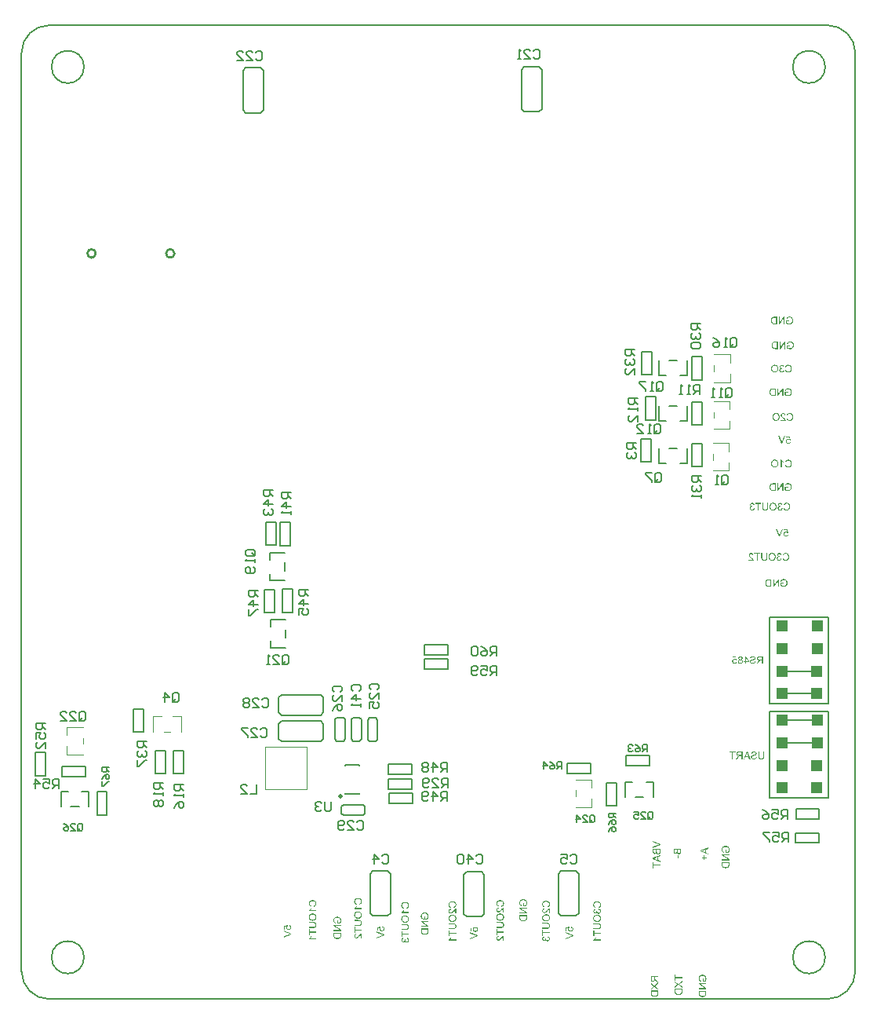
<source format=gbo>
%FSLAX25Y25*%
%MOIN*%
G70*
G01*
G75*
G04 Layer_Color=32896*
%ADD10C,0.00800*%
%ADD11C,0.01000*%
%ADD12C,0.02000*%
%ADD13C,0.01200*%
%ADD14C,0.02000*%
%ADD15R,0.05906X0.05906*%
%ADD16R,0.02756X0.03347*%
%ADD17R,0.03347X0.02756*%
%ADD18R,0.03937X0.02362*%
G04:AMPARAMS|DCode=19|XSize=39.37mil|YSize=41.34mil|CornerRadius=5.91mil|HoleSize=0mil|Usage=FLASHONLY|Rotation=180.000|XOffset=0mil|YOffset=0mil|HoleType=Round|Shape=RoundedRectangle|*
%AMROUNDEDRECTD19*
21,1,0.03937,0.02953,0,0,180.0*
21,1,0.02756,0.04134,0,0,180.0*
1,1,0.01181,-0.01378,0.01476*
1,1,0.01181,0.01378,0.01476*
1,1,0.01181,0.01378,-0.01476*
1,1,0.01181,-0.01378,-0.01476*
%
%ADD19ROUNDEDRECTD19*%
G04:AMPARAMS|DCode=20|XSize=41.34mil|YSize=86.61mil|CornerRadius=6.2mil|HoleSize=0mil|Usage=FLASHONLY|Rotation=180.000|XOffset=0mil|YOffset=0mil|HoleType=Round|Shape=RoundedRectangle|*
%AMROUNDEDRECTD20*
21,1,0.04134,0.07421,0,0,180.0*
21,1,0.02894,0.08661,0,0,180.0*
1,1,0.01240,-0.01447,0.03711*
1,1,0.01240,0.01447,0.03711*
1,1,0.01240,0.01447,-0.03711*
1,1,0.01240,-0.01447,-0.03711*
%
%ADD20ROUNDEDRECTD20*%
%ADD21R,0.07874X0.07874*%
%ADD22R,0.07087X0.03937*%
%ADD23R,0.02000X0.05000*%
%ADD24R,0.02362X0.03937*%
%ADD25R,0.07874X0.07874*%
%ADD26R,0.02559X0.05315*%
%ADD27R,0.03937X0.05118*%
%ADD28R,0.05118X0.03937*%
G04:AMPARAMS|DCode=29|XSize=157.48mil|YSize=59.06mil|CornerRadius=8.86mil|HoleSize=0mil|Usage=FLASHONLY|Rotation=180.000|XOffset=0mil|YOffset=0mil|HoleType=Round|Shape=RoundedRectangle|*
%AMROUNDEDRECTD29*
21,1,0.15748,0.04134,0,0,180.0*
21,1,0.13976,0.05906,0,0,180.0*
1,1,0.01772,-0.06988,0.02067*
1,1,0.01772,0.06988,0.02067*
1,1,0.01772,0.06988,-0.02067*
1,1,0.01772,-0.06988,-0.02067*
%
%ADD29ROUNDEDRECTD29*%
%ADD30R,0.06299X0.03543*%
%ADD31R,0.03543X0.06299*%
%ADD32R,0.01969X0.09843*%
%ADD33R,0.03937X0.03150*%
%ADD34R,0.03150X0.03937*%
%ADD35R,0.09843X0.11811*%
%ADD36O,0.07087X0.02362*%
%ADD37O,0.02362X0.07087*%
%ADD38R,0.01575X0.03347*%
%ADD39R,0.01378X0.01181*%
%ADD40R,0.01378X0.00984*%
%ADD41R,0.01181X0.01181*%
%ADD42O,0.02500X0.05500*%
%ADD43R,0.02500X0.05500*%
%ADD44R,0.05000X0.05000*%
%ADD45R,0.07874X0.05000*%
G04:AMPARAMS|DCode=46|XSize=45mil|YSize=65mil|CornerRadius=5.63mil|HoleSize=0mil|Usage=FLASHONLY|Rotation=270.000|XOffset=0mil|YOffset=0mil|HoleType=Round|Shape=RoundedRectangle|*
%AMROUNDEDRECTD46*
21,1,0.04500,0.05375,0,0,270.0*
21,1,0.03375,0.06500,0,0,270.0*
1,1,0.01125,-0.02688,-0.01688*
1,1,0.01125,-0.02688,0.01688*
1,1,0.01125,0.02688,0.01688*
1,1,0.01125,0.02688,-0.01688*
%
%ADD46ROUNDEDRECTD46*%
%ADD47R,0.07874X0.06693*%
%ADD48O,0.06299X0.01181*%
%ADD49O,0.01181X0.06299*%
%ADD50R,0.06299X0.01181*%
%ADD51R,0.02559X0.04843*%
%ADD52R,0.02756X0.08268*%
%ADD53C,0.03000*%
%ADD54C,0.04000*%
%ADD55R,0.09200X0.08300*%
%ADD56R,0.49000X0.11200*%
%ADD57R,0.07000X0.08100*%
%ADD58R,0.06200X0.16300*%
%ADD59R,0.25800X0.06600*%
%ADD60R,0.08400X0.20000*%
%ADD61C,0.00500*%
%ADD62C,0.05906*%
%ADD63R,0.05906X0.05906*%
%ADD64R,0.07874X0.11811*%
%ADD65O,0.07874X0.11811*%
%ADD66C,0.03937*%
%ADD67O,0.11811X0.07874*%
%ADD68R,0.11811X0.07874*%
%ADD69C,0.03000*%
%ADD70C,0.04000*%
G04:AMPARAMS|DCode=71|XSize=23.62mil|YSize=25.59mil|CornerRadius=3.54mil|HoleSize=0mil|Usage=FLASHONLY|Rotation=90.000|XOffset=0mil|YOffset=0mil|HoleType=Round|Shape=RoundedRectangle|*
%AMROUNDEDRECTD71*
21,1,0.02362,0.01850,0,0,90.0*
21,1,0.01654,0.02559,0,0,90.0*
1,1,0.00709,0.00925,0.00827*
1,1,0.00709,0.00925,-0.00827*
1,1,0.00709,-0.00925,-0.00827*
1,1,0.00709,-0.00925,0.00827*
%
%ADD71ROUNDEDRECTD71*%
G04:AMPARAMS|DCode=72|XSize=23.62mil|YSize=25.59mil|CornerRadius=3.54mil|HoleSize=0mil|Usage=FLASHONLY|Rotation=180.000|XOffset=0mil|YOffset=0mil|HoleType=Round|Shape=RoundedRectangle|*
%AMROUNDEDRECTD72*
21,1,0.02362,0.01850,0,0,180.0*
21,1,0.01654,0.02559,0,0,180.0*
1,1,0.00709,-0.00827,0.00925*
1,1,0.00709,0.00827,0.00925*
1,1,0.00709,0.00827,-0.00925*
1,1,0.00709,-0.00827,-0.00925*
%
%ADD72ROUNDEDRECTD72*%
%ADD73R,0.05000X0.02000*%
%ADD74R,0.03937X0.07087*%
%ADD75C,0.05000*%
%ADD76R,0.27900X0.11200*%
%ADD77R,0.07100X0.27500*%
%ADD78C,0.02362*%
%ADD79C,0.00984*%
%ADD80C,0.00787*%
%ADD81C,0.00300*%
%ADD82C,0.01969*%
%ADD83C,0.00394*%
%ADD84C,0.00400*%
%ADD85C,0.00493*%
%ADD86C,0.00700*%
%ADD87R,0.02228X0.02472*%
%ADD88R,0.04800X0.00800*%
%ADD89R,0.03600X0.00700*%
%ADD90R,0.02400X0.00600*%
%ADD91R,0.01500X0.00500*%
%ADD92R,0.06706X0.06706*%
%ADD93R,0.03556X0.04147*%
%ADD94R,0.04147X0.03556*%
%ADD95R,0.04737X0.03162*%
G04:AMPARAMS|DCode=96|XSize=47.37mil|YSize=49.34mil|CornerRadius=7.11mil|HoleSize=0mil|Usage=FLASHONLY|Rotation=180.000|XOffset=0mil|YOffset=0mil|HoleType=Round|Shape=RoundedRectangle|*
%AMROUNDEDRECTD96*
21,1,0.04737,0.03513,0,0,180.0*
21,1,0.03316,0.04934,0,0,180.0*
1,1,0.01421,-0.01658,0.01756*
1,1,0.01421,0.01658,0.01756*
1,1,0.01421,0.01658,-0.01756*
1,1,0.01421,-0.01658,-0.01756*
%
%ADD96ROUNDEDRECTD96*%
G04:AMPARAMS|DCode=97|XSize=49.34mil|YSize=94.61mil|CornerRadius=7.4mil|HoleSize=0mil|Usage=FLASHONLY|Rotation=180.000|XOffset=0mil|YOffset=0mil|HoleType=Round|Shape=RoundedRectangle|*
%AMROUNDEDRECTD97*
21,1,0.04934,0.07981,0,0,180.0*
21,1,0.03454,0.09461,0,0,180.0*
1,1,0.01480,-0.01727,0.03991*
1,1,0.01480,0.01727,0.03991*
1,1,0.01480,0.01727,-0.03991*
1,1,0.01480,-0.01727,-0.03991*
%
%ADD97ROUNDEDRECTD97*%
%ADD98R,0.08674X0.08674*%
%ADD99R,0.07887X0.04737*%
%ADD100R,0.02800X0.05800*%
%ADD101R,0.03162X0.04737*%
%ADD102R,0.08674X0.08674*%
%ADD103R,0.03359X0.06115*%
%ADD104R,0.04737X0.05918*%
%ADD105R,0.05918X0.04737*%
G04:AMPARAMS|DCode=106|XSize=165.48mil|YSize=67.06mil|CornerRadius=10.06mil|HoleSize=0mil|Usage=FLASHONLY|Rotation=180.000|XOffset=0mil|YOffset=0mil|HoleType=Round|Shape=RoundedRectangle|*
%AMROUNDEDRECTD106*
21,1,0.16548,0.04694,0,0,180.0*
21,1,0.14536,0.06706,0,0,180.0*
1,1,0.02012,-0.07268,0.02347*
1,1,0.02012,0.07268,0.02347*
1,1,0.02012,0.07268,-0.02347*
1,1,0.02012,-0.07268,-0.02347*
%
%ADD106ROUNDEDRECTD106*%
%ADD107R,0.07099X0.04343*%
%ADD108R,0.04343X0.07099*%
%ADD109R,0.02769X0.10642*%
%ADD110R,0.04737X0.03950*%
%ADD111R,0.03950X0.04737*%
%ADD112R,0.10642X0.12611*%
%ADD113O,0.07887X0.03162*%
%ADD114O,0.03162X0.07887*%
%ADD115R,0.02375X0.04147*%
%ADD116R,0.02178X0.01981*%
%ADD117R,0.02178X0.01784*%
%ADD118R,0.01981X0.01981*%
%ADD119O,0.03300X0.06300*%
%ADD120R,0.03300X0.06300*%
%ADD121R,0.05800X0.05800*%
%ADD122R,0.08674X0.05800*%
G04:AMPARAMS|DCode=123|XSize=53mil|YSize=73mil|CornerRadius=6.63mil|HoleSize=0mil|Usage=FLASHONLY|Rotation=270.000|XOffset=0mil|YOffset=0mil|HoleType=Round|Shape=RoundedRectangle|*
%AMROUNDEDRECTD123*
21,1,0.05300,0.05975,0,0,270.0*
21,1,0.03975,0.07300,0,0,270.0*
1,1,0.01325,-0.02988,-0.01988*
1,1,0.01325,-0.02988,0.01988*
1,1,0.01325,0.02988,0.01988*
1,1,0.01325,0.02988,-0.01988*
%
%ADD123ROUNDEDRECTD123*%
%ADD124R,0.08674X0.07493*%
%ADD125O,0.07099X0.01981*%
%ADD126O,0.01981X0.07099*%
%ADD127R,0.07099X0.01981*%
%ADD128R,0.03359X0.05643*%
%ADD129R,0.03556X0.09068*%
%ADD130C,0.06706*%
%ADD131R,0.06706X0.06706*%
%ADD132R,0.08674X0.12611*%
%ADD133O,0.08674X0.12611*%
%ADD134C,0.04737*%
%ADD135O,0.12611X0.08674*%
%ADD136R,0.12611X0.08674*%
G04:AMPARAMS|DCode=137|XSize=31.62mil|YSize=33.59mil|CornerRadius=4.74mil|HoleSize=0mil|Usage=FLASHONLY|Rotation=90.000|XOffset=0mil|YOffset=0mil|HoleType=Round|Shape=RoundedRectangle|*
%AMROUNDEDRECTD137*
21,1,0.03162,0.02410,0,0,90.0*
21,1,0.02214,0.03359,0,0,90.0*
1,1,0.00949,0.01205,0.01107*
1,1,0.00949,0.01205,-0.01107*
1,1,0.00949,-0.01205,-0.01107*
1,1,0.00949,-0.01205,0.01107*
%
%ADD137ROUNDEDRECTD137*%
G04:AMPARAMS|DCode=138|XSize=31.62mil|YSize=33.59mil|CornerRadius=4.74mil|HoleSize=0mil|Usage=FLASHONLY|Rotation=180.000|XOffset=0mil|YOffset=0mil|HoleType=Round|Shape=RoundedRectangle|*
%AMROUNDEDRECTD138*
21,1,0.03162,0.02410,0,0,180.0*
21,1,0.02214,0.03359,0,0,180.0*
1,1,0.00949,-0.01107,0.01205*
1,1,0.00949,0.01107,0.01205*
1,1,0.00949,0.01107,-0.01205*
1,1,0.00949,-0.01107,-0.01205*
%
%ADD138ROUNDEDRECTD138*%
%ADD139R,0.05800X0.02800*%
%ADD140R,0.04737X0.07887*%
%ADD141R,0.05100X0.04800*%
G36*
X193200Y24810D02*
X192822D01*
Y26388D01*
X192745Y26333D01*
X192711Y26305D01*
X192680Y26277D01*
X192652Y26253D01*
X192631Y26236D01*
X192617Y26222D01*
X192614Y26218D01*
X192593Y26198D01*
X192565Y26170D01*
X192537Y26139D01*
X192506Y26104D01*
X192437Y26031D01*
X192371Y25955D01*
X192308Y25882D01*
X192280Y25851D01*
X192256Y25819D01*
X192235Y25799D01*
X192221Y25778D01*
X192211Y25767D01*
X192208Y25764D01*
X192142Y25688D01*
X192079Y25615D01*
X192024Y25549D01*
X191968Y25490D01*
X191920Y25434D01*
X191871Y25386D01*
X191829Y25341D01*
X191791Y25299D01*
X191760Y25264D01*
X191729Y25236D01*
X191704Y25212D01*
X191684Y25191D01*
X191666Y25177D01*
X191656Y25164D01*
X191649Y25160D01*
X191645Y25157D01*
X191569Y25091D01*
X191500Y25039D01*
X191434Y24994D01*
X191375Y24955D01*
X191326Y24928D01*
X191288Y24907D01*
X191274Y24900D01*
X191264Y24896D01*
X191260Y24893D01*
X191257D01*
X191187Y24865D01*
X191118Y24848D01*
X191056Y24834D01*
X190997Y24824D01*
X190948Y24817D01*
X190910Y24813D01*
X190879D01*
X190809Y24817D01*
X190743Y24824D01*
X190681Y24837D01*
X190618Y24855D01*
X190563Y24876D01*
X190511Y24900D01*
X190462Y24924D01*
X190420Y24948D01*
X190379Y24973D01*
X190344Y24997D01*
X190313Y25021D01*
X190289Y25042D01*
X190271Y25060D01*
X190254Y25073D01*
X190247Y25080D01*
X190244Y25084D01*
X190199Y25136D01*
X190160Y25191D01*
X190126Y25250D01*
X190094Y25313D01*
X190070Y25372D01*
X190049Y25434D01*
X190032Y25493D01*
X190018Y25552D01*
X190008Y25604D01*
X190001Y25656D01*
X189994Y25701D01*
X189990Y25740D01*
X189987Y25771D01*
Y25795D01*
Y25809D01*
Y25816D01*
X189990Y25899D01*
X189997Y25979D01*
X190008Y26052D01*
X190025Y26121D01*
X190042Y26187D01*
X190063Y26246D01*
X190084Y26302D01*
X190105Y26350D01*
X190129Y26395D01*
X190150Y26434D01*
X190171Y26468D01*
X190188Y26496D01*
X190205Y26517D01*
X190216Y26531D01*
X190223Y26541D01*
X190226Y26545D01*
X190271Y26593D01*
X190323Y26635D01*
X190375Y26673D01*
X190434Y26708D01*
X190490Y26735D01*
X190545Y26763D01*
X190604Y26784D01*
X190656Y26801D01*
X190708Y26819D01*
X190757Y26829D01*
X190802Y26840D01*
X190840Y26847D01*
X190872Y26850D01*
X190893Y26853D01*
X190906Y26857D01*
X190913D01*
X190955Y26454D01*
X190899Y26451D01*
X190847Y26447D01*
X190757Y26427D01*
X190674Y26399D01*
X190639Y26385D01*
X190608Y26368D01*
X190580Y26354D01*
X190556Y26336D01*
X190535Y26322D01*
X190518Y26312D01*
X190504Y26298D01*
X190493Y26291D01*
X190490Y26288D01*
X190487Y26284D01*
X190455Y26250D01*
X190427Y26215D01*
X190407Y26177D01*
X190386Y26139D01*
X190355Y26062D01*
X190334Y25989D01*
X190323Y25927D01*
X190316Y25899D01*
Y25875D01*
X190313Y25854D01*
Y25840D01*
Y25830D01*
Y25826D01*
Y25778D01*
X190320Y25729D01*
X190337Y25642D01*
X190365Y25570D01*
X190393Y25504D01*
X190424Y25455D01*
X190438Y25434D01*
X190452Y25417D01*
X190462Y25403D01*
X190469Y25393D01*
X190473Y25389D01*
X190476Y25386D01*
X190507Y25354D01*
X190539Y25330D01*
X190570Y25306D01*
X190604Y25289D01*
X190670Y25257D01*
X190733Y25236D01*
X190785Y25226D01*
X190809Y25219D01*
X190830D01*
X190844Y25216D01*
X190868D01*
X190910Y25219D01*
X190951Y25223D01*
X191035Y25243D01*
X191114Y25275D01*
X191187Y25309D01*
X191250Y25344D01*
X191274Y25358D01*
X191298Y25375D01*
X191316Y25386D01*
X191330Y25396D01*
X191337Y25400D01*
X191340Y25403D01*
X191389Y25441D01*
X191441Y25486D01*
X191496Y25538D01*
X191552Y25594D01*
X191666Y25708D01*
X191774Y25826D01*
X191826Y25882D01*
X191871Y25937D01*
X191913Y25986D01*
X191947Y26028D01*
X191979Y26062D01*
X191999Y26087D01*
X192017Y26104D01*
X192020Y26111D01*
X192072Y26173D01*
X192121Y26229D01*
X192166Y26284D01*
X192211Y26333D01*
X192253Y26381D01*
X192294Y26423D01*
X192329Y26461D01*
X192364Y26496D01*
X192395Y26527D01*
X192423Y26552D01*
X192447Y26576D01*
X192464Y26593D01*
X192482Y26611D01*
X192492Y26621D01*
X192499Y26624D01*
X192502Y26628D01*
X192579Y26690D01*
X192655Y26742D01*
X192728Y26787D01*
X192794Y26822D01*
X192850Y26850D01*
X192874Y26860D01*
X192891Y26871D01*
X192909Y26878D01*
X192919Y26881D01*
X192926Y26885D01*
X192929D01*
X192978Y26902D01*
X193026Y26912D01*
X193072Y26923D01*
X193113Y26926D01*
X193148Y26930D01*
X193200D01*
Y24810D01*
D02*
G37*
G36*
X190375Y28634D02*
X193200D01*
Y28210D01*
X190375D01*
Y27155D01*
X189997D01*
Y29688D01*
X190375D01*
Y28634D01*
D02*
G37*
G36*
X203000Y38413D02*
X200488D01*
X203000Y36733D01*
Y36296D01*
X199797D01*
Y36702D01*
X202313D01*
X199797Y38385D01*
Y38819D01*
X203000D01*
Y38413D01*
D02*
G37*
G36*
X201501Y42397D02*
X201588Y42393D01*
X201667Y42383D01*
X201747Y42369D01*
X201820Y42355D01*
X201893Y42338D01*
X201959Y42320D01*
X202018Y42303D01*
X202074Y42285D01*
X202122Y42268D01*
X202164Y42251D01*
X202202Y42237D01*
X202230Y42223D01*
X202251Y42213D01*
X202264Y42209D01*
X202268Y42206D01*
X202337Y42167D01*
X202403Y42122D01*
X202462Y42077D01*
X202521Y42032D01*
X202573Y41984D01*
X202618Y41935D01*
X202663Y41886D01*
X202702Y41841D01*
X202736Y41796D01*
X202767Y41755D01*
X202792Y41716D01*
X202813Y41685D01*
X202830Y41661D01*
X202840Y41640D01*
X202847Y41626D01*
X202851Y41623D01*
X202886Y41550D01*
X202917Y41473D01*
X202944Y41401D01*
X202965Y41328D01*
X202986Y41251D01*
X203004Y41182D01*
X203017Y41113D01*
X203028Y41050D01*
X203035Y40991D01*
X203042Y40936D01*
X203045Y40887D01*
X203049Y40845D01*
X203052Y40811D01*
Y40786D01*
Y40773D01*
Y40766D01*
X203045Y40637D01*
X203031Y40512D01*
X203014Y40398D01*
X203000Y40346D01*
X202990Y40294D01*
X202979Y40249D01*
X202965Y40210D01*
X202955Y40172D01*
X202948Y40145D01*
X202938Y40117D01*
X202934Y40099D01*
X202927Y40089D01*
Y40086D01*
X202875Y39961D01*
X202816Y39843D01*
X202754Y39735D01*
X202722Y39683D01*
X202695Y39638D01*
X202667Y39596D01*
X202639Y39558D01*
X202618Y39523D01*
X202597Y39496D01*
X202580Y39471D01*
X202566Y39454D01*
X202559Y39444D01*
X202556Y39440D01*
X201366D01*
Y40797D01*
X201744D01*
Y39856D01*
X202344D01*
X202389Y39912D01*
X202427Y39974D01*
X202466Y40040D01*
X202500Y40106D01*
X202528Y40165D01*
X202542Y40190D01*
X202552Y40210D01*
X202559Y40231D01*
X202566Y40245D01*
X202570Y40252D01*
Y40255D01*
X202604Y40353D01*
X202629Y40450D01*
X202649Y40540D01*
X202660Y40620D01*
X202663Y40658D01*
X202667Y40689D01*
X202670Y40717D01*
Y40741D01*
X202674Y40762D01*
Y40776D01*
Y40786D01*
Y40790D01*
X202667Y40908D01*
X202653Y41019D01*
X202629Y41120D01*
X202618Y41168D01*
X202604Y41210D01*
X202590Y41248D01*
X202580Y41283D01*
X202566Y41314D01*
X202556Y41342D01*
X202549Y41363D01*
X202542Y41376D01*
X202535Y41387D01*
Y41390D01*
X202507Y41442D01*
X202476Y41491D01*
X202410Y41574D01*
X202337Y41647D01*
X202268Y41710D01*
X202205Y41755D01*
X202178Y41775D01*
X202157Y41789D01*
X202136Y41803D01*
X202122Y41810D01*
X202112Y41814D01*
X202108Y41817D01*
X201994Y41866D01*
X201872Y41900D01*
X201754Y41928D01*
X201640Y41945D01*
X201588Y41949D01*
X201539Y41956D01*
X201498Y41959D01*
X201459D01*
X201432Y41963D01*
X201390D01*
X201261Y41956D01*
X201140Y41942D01*
X201032Y41925D01*
X200980Y41914D01*
X200935Y41900D01*
X200894Y41890D01*
X200855Y41879D01*
X200824Y41869D01*
X200797Y41859D01*
X200772Y41852D01*
X200758Y41845D01*
X200748Y41841D01*
X200745D01*
X200682Y41814D01*
X200623Y41782D01*
X200568Y41748D01*
X200522Y41716D01*
X200484Y41689D01*
X200453Y41664D01*
X200436Y41651D01*
X200429Y41644D01*
X200377Y41592D01*
X200332Y41532D01*
X200290Y41477D01*
X200255Y41421D01*
X200227Y41373D01*
X200210Y41335D01*
X200203Y41321D01*
X200196Y41310D01*
X200193Y41304D01*
Y41300D01*
X200162Y41217D01*
X200141Y41133D01*
X200123Y41047D01*
X200113Y40970D01*
X200110Y40932D01*
X200106Y40901D01*
Y40870D01*
X200102Y40845D01*
Y40825D01*
Y40811D01*
Y40800D01*
Y40797D01*
X200106Y40710D01*
X200116Y40627D01*
X200130Y40554D01*
X200144Y40488D01*
X200162Y40436D01*
X200168Y40412D01*
X200175Y40394D01*
X200182Y40380D01*
X200186Y40370D01*
X200189Y40363D01*
Y40360D01*
X200224Y40290D01*
X200259Y40228D01*
X200297Y40176D01*
X200332Y40131D01*
X200366Y40099D01*
X200391Y40075D01*
X200408Y40058D01*
X200415Y40054D01*
X200470Y40016D01*
X200533Y39981D01*
X200595Y39950D01*
X200658Y39922D01*
X200713Y39902D01*
X200738Y39895D01*
X200755Y39888D01*
X200772Y39881D01*
X200786Y39877D01*
X200793Y39874D01*
X200797D01*
X200693Y39489D01*
X200578Y39523D01*
X200474Y39562D01*
X200429Y39582D01*
X200384Y39603D01*
X200345Y39621D01*
X200311Y39641D01*
X200276Y39659D01*
X200248Y39676D01*
X200224Y39693D01*
X200203Y39704D01*
X200189Y39718D01*
X200179Y39725D01*
X200172Y39728D01*
X200168Y39732D01*
X200096Y39797D01*
X200033Y39867D01*
X199981Y39940D01*
X199936Y40013D01*
X199901Y40075D01*
X199887Y40103D01*
X199877Y40127D01*
X199867Y40145D01*
X199860Y40158D01*
X199856Y40169D01*
Y40172D01*
X199818Y40280D01*
X199790Y40387D01*
X199769Y40495D01*
X199756Y40592D01*
X199752Y40637D01*
X199749Y40675D01*
X199745Y40710D01*
X199742Y40741D01*
Y40766D01*
Y40786D01*
Y40797D01*
Y40800D01*
X199745Y40887D01*
X199749Y40974D01*
X199759Y41057D01*
X199773Y41133D01*
X199787Y41210D01*
X199804Y41279D01*
X199821Y41345D01*
X199839Y41404D01*
X199860Y41456D01*
X199877Y41505D01*
X199894Y41546D01*
X199908Y41581D01*
X199922Y41609D01*
X199933Y41630D01*
X199936Y41644D01*
X199940Y41647D01*
X199978Y41713D01*
X200023Y41775D01*
X200068Y41834D01*
X200116Y41886D01*
X200168Y41938D01*
X200217Y41984D01*
X200266Y42025D01*
X200314Y42063D01*
X200363Y42095D01*
X200404Y42126D01*
X200443Y42150D01*
X200477Y42171D01*
X200505Y42185D01*
X200526Y42195D01*
X200540Y42202D01*
X200543Y42206D01*
X200620Y42240D01*
X200696Y42268D01*
X200772Y42296D01*
X200849Y42317D01*
X200994Y42351D01*
X201064Y42365D01*
X201130Y42376D01*
X201189Y42383D01*
X201244Y42390D01*
X201293Y42393D01*
X201334Y42397D01*
X201369Y42400D01*
X201414D01*
X201501Y42397D01*
D02*
G37*
G36*
X193200Y36740D02*
X192822D01*
Y38318D01*
X192745Y38263D01*
X192711Y38235D01*
X192680Y38207D01*
X192652Y38183D01*
X192631Y38166D01*
X192617Y38152D01*
X192614Y38148D01*
X192593Y38127D01*
X192565Y38100D01*
X192537Y38069D01*
X192506Y38034D01*
X192437Y37961D01*
X192371Y37885D01*
X192308Y37812D01*
X192280Y37780D01*
X192256Y37749D01*
X192235Y37728D01*
X192221Y37708D01*
X192211Y37697D01*
X192208Y37694D01*
X192142Y37617D01*
X192079Y37545D01*
X192024Y37479D01*
X191968Y37420D01*
X191920Y37364D01*
X191871Y37315D01*
X191829Y37270D01*
X191791Y37229D01*
X191760Y37194D01*
X191729Y37166D01*
X191704Y37142D01*
X191684Y37121D01*
X191666Y37107D01*
X191656Y37093D01*
X191649Y37090D01*
X191645Y37086D01*
X191569Y37020D01*
X191500Y36968D01*
X191434Y36923D01*
X191375Y36885D01*
X191326Y36858D01*
X191288Y36837D01*
X191274Y36830D01*
X191264Y36826D01*
X191260Y36823D01*
X191257D01*
X191187Y36795D01*
X191118Y36778D01*
X191056Y36764D01*
X190997Y36753D01*
X190948Y36746D01*
X190910Y36743D01*
X190879D01*
X190809Y36746D01*
X190743Y36753D01*
X190681Y36767D01*
X190618Y36785D01*
X190563Y36805D01*
X190511Y36830D01*
X190462Y36854D01*
X190420Y36878D01*
X190379Y36903D01*
X190344Y36927D01*
X190313Y36951D01*
X190289Y36972D01*
X190271Y36989D01*
X190254Y37003D01*
X190247Y37010D01*
X190244Y37014D01*
X190199Y37066D01*
X190160Y37121D01*
X190126Y37180D01*
X190094Y37243D01*
X190070Y37302D01*
X190049Y37364D01*
X190032Y37423D01*
X190018Y37482D01*
X190008Y37534D01*
X190001Y37586D01*
X189994Y37631D01*
X189990Y37669D01*
X189987Y37701D01*
Y37725D01*
Y37739D01*
Y37746D01*
X189990Y37829D01*
X189997Y37909D01*
X190008Y37982D01*
X190025Y38051D01*
X190042Y38117D01*
X190063Y38176D01*
X190084Y38232D01*
X190105Y38280D01*
X190129Y38325D01*
X190150Y38363D01*
X190171Y38398D01*
X190188Y38426D01*
X190205Y38447D01*
X190216Y38461D01*
X190223Y38471D01*
X190226Y38475D01*
X190271Y38523D01*
X190323Y38565D01*
X190375Y38603D01*
X190434Y38638D01*
X190490Y38665D01*
X190545Y38693D01*
X190604Y38714D01*
X190656Y38731D01*
X190708Y38749D01*
X190757Y38759D01*
X190802Y38769D01*
X190840Y38776D01*
X190872Y38780D01*
X190893Y38783D01*
X190906Y38787D01*
X190913D01*
X190955Y38384D01*
X190899Y38381D01*
X190847Y38377D01*
X190757Y38357D01*
X190674Y38329D01*
X190639Y38315D01*
X190608Y38298D01*
X190580Y38284D01*
X190556Y38266D01*
X190535Y38252D01*
X190518Y38242D01*
X190504Y38228D01*
X190493Y38221D01*
X190490Y38218D01*
X190487Y38214D01*
X190455Y38179D01*
X190427Y38145D01*
X190407Y38107D01*
X190386Y38069D01*
X190355Y37992D01*
X190334Y37919D01*
X190323Y37857D01*
X190316Y37829D01*
Y37805D01*
X190313Y37784D01*
Y37770D01*
Y37760D01*
Y37756D01*
Y37708D01*
X190320Y37659D01*
X190337Y37572D01*
X190365Y37499D01*
X190393Y37433D01*
X190424Y37385D01*
X190438Y37364D01*
X190452Y37347D01*
X190462Y37333D01*
X190469Y37322D01*
X190473Y37319D01*
X190476Y37315D01*
X190507Y37284D01*
X190539Y37260D01*
X190570Y37236D01*
X190604Y37218D01*
X190670Y37187D01*
X190733Y37166D01*
X190785Y37156D01*
X190809Y37149D01*
X190830D01*
X190844Y37146D01*
X190868D01*
X190910Y37149D01*
X190951Y37152D01*
X191035Y37173D01*
X191114Y37205D01*
X191187Y37239D01*
X191250Y37274D01*
X191274Y37288D01*
X191298Y37305D01*
X191316Y37315D01*
X191330Y37326D01*
X191337Y37329D01*
X191340Y37333D01*
X191389Y37371D01*
X191441Y37416D01*
X191496Y37468D01*
X191552Y37524D01*
X191666Y37638D01*
X191774Y37756D01*
X191826Y37812D01*
X191871Y37867D01*
X191913Y37916D01*
X191947Y37958D01*
X191979Y37992D01*
X191999Y38016D01*
X192017Y38034D01*
X192020Y38041D01*
X192072Y38103D01*
X192121Y38159D01*
X192166Y38214D01*
X192211Y38263D01*
X192253Y38311D01*
X192294Y38353D01*
X192329Y38391D01*
X192364Y38426D01*
X192395Y38457D01*
X192423Y38481D01*
X192447Y38506D01*
X192464Y38523D01*
X192482Y38540D01*
X192492Y38551D01*
X192499Y38554D01*
X192502Y38558D01*
X192579Y38620D01*
X192655Y38672D01*
X192728Y38717D01*
X192794Y38752D01*
X192850Y38780D01*
X192874Y38790D01*
X192891Y38801D01*
X192909Y38808D01*
X192919Y38811D01*
X192926Y38814D01*
X192929D01*
X192978Y38832D01*
X193026Y38842D01*
X193072Y38853D01*
X193113Y38856D01*
X193148Y38860D01*
X193200D01*
Y36740D01*
D02*
G37*
G36*
X191659Y41996D02*
X191743Y41993D01*
X191902Y41972D01*
X191979Y41962D01*
X192048Y41948D01*
X192114Y41931D01*
X192176Y41917D01*
X192232Y41899D01*
X192284Y41886D01*
X192326Y41872D01*
X192364Y41858D01*
X192392Y41847D01*
X192416Y41840D01*
X192430Y41837D01*
X192433Y41833D01*
X192506Y41799D01*
X192575Y41764D01*
X192638Y41726D01*
X192697Y41684D01*
X192752Y41643D01*
X192801Y41604D01*
X192846Y41563D01*
X192888Y41525D01*
X192926Y41486D01*
X192957Y41452D01*
X192981Y41421D01*
X193006Y41393D01*
X193023Y41372D01*
X193033Y41355D01*
X193040Y41344D01*
X193044Y41341D01*
X193082Y41278D01*
X193113Y41212D01*
X193141Y41143D01*
X193165Y41070D01*
X193183Y41001D01*
X193200Y40931D01*
X193214Y40862D01*
X193224Y40796D01*
X193235Y40733D01*
X193242Y40678D01*
X193245Y40626D01*
X193249Y40584D01*
X193252Y40546D01*
Y40522D01*
Y40504D01*
Y40497D01*
X193249Y40404D01*
X193242Y40317D01*
X193228Y40234D01*
X193210Y40154D01*
X193190Y40078D01*
X193165Y40008D01*
X193141Y39946D01*
X193117Y39887D01*
X193092Y39831D01*
X193068Y39786D01*
X193044Y39744D01*
X193023Y39713D01*
X193006Y39685D01*
X192992Y39668D01*
X192985Y39654D01*
X192981Y39651D01*
X192926Y39588D01*
X192867Y39529D01*
X192804Y39477D01*
X192742Y39429D01*
X192676Y39384D01*
X192607Y39345D01*
X192544Y39311D01*
X192478Y39279D01*
X192419Y39252D01*
X192364Y39231D01*
X192312Y39210D01*
X192270Y39196D01*
X192232Y39182D01*
X192208Y39175D01*
X192190Y39169D01*
X192183D01*
X192076Y39592D01*
X192149Y39609D01*
X192218Y39634D01*
X192284Y39658D01*
X192343Y39682D01*
X192398Y39710D01*
X192447Y39738D01*
X192492Y39765D01*
X192534Y39793D01*
X192569Y39821D01*
X192600Y39845D01*
X192627Y39869D01*
X192648Y39887D01*
X192666Y39904D01*
X192676Y39918D01*
X192683Y39925D01*
X192686Y39928D01*
X192721Y39977D01*
X192752Y40026D01*
X192780Y40074D01*
X192804Y40126D01*
X192825Y40178D01*
X192843Y40227D01*
X192867Y40324D01*
X192874Y40366D01*
X192881Y40407D01*
X192884Y40442D01*
X192888Y40473D01*
X192891Y40497D01*
Y40515D01*
Y40529D01*
Y40532D01*
X192888Y40588D01*
X192884Y40640D01*
X192867Y40740D01*
X192843Y40834D01*
X192815Y40914D01*
X192801Y40949D01*
X192790Y40980D01*
X192777Y41008D01*
X192766Y41032D01*
X192756Y41053D01*
X192749Y41067D01*
X192742Y41074D01*
Y41077D01*
X192711Y41122D01*
X192680Y41164D01*
X192607Y41240D01*
X192534Y41302D01*
X192457Y41355D01*
X192392Y41393D01*
X192364Y41410D01*
X192336Y41424D01*
X192315Y41431D01*
X192301Y41438D01*
X192291Y41445D01*
X192287D01*
X192169Y41483D01*
X192048Y41514D01*
X191927Y41535D01*
X191871Y41542D01*
X191815Y41549D01*
X191763Y41552D01*
X191718Y41556D01*
X191677Y41559D01*
X191642D01*
X191611Y41563D01*
X191573D01*
X191455Y41559D01*
X191344Y41549D01*
X191240Y41532D01*
X191191Y41525D01*
X191146Y41514D01*
X191108Y41504D01*
X191069Y41497D01*
X191038Y41486D01*
X191010Y41480D01*
X190990Y41476D01*
X190972Y41469D01*
X190962Y41466D01*
X190958D01*
X190851Y41421D01*
X190757Y41368D01*
X190677Y41313D01*
X190643Y41282D01*
X190608Y41254D01*
X190580Y41226D01*
X190556Y41202D01*
X190532Y41178D01*
X190514Y41160D01*
X190500Y41143D01*
X190490Y41129D01*
X190487Y41122D01*
X190483Y41119D01*
X190452Y41070D01*
X190424Y41021D01*
X190400Y40969D01*
X190379Y40917D01*
X190348Y40813D01*
X190323Y40713D01*
X190316Y40671D01*
X190313Y40629D01*
X190310Y40591D01*
X190306Y40560D01*
X190303Y40532D01*
Y40515D01*
Y40501D01*
Y40497D01*
Y40439D01*
X190310Y40383D01*
X190327Y40279D01*
X190355Y40189D01*
X190368Y40150D01*
X190382Y40112D01*
X190396Y40078D01*
X190410Y40050D01*
X190424Y40026D01*
X190438Y40005D01*
X190448Y39987D01*
X190455Y39977D01*
X190459Y39970D01*
X190462Y39967D01*
X190493Y39928D01*
X190528Y39890D01*
X190608Y39828D01*
X190695Y39769D01*
X190778Y39724D01*
X190854Y39689D01*
X190885Y39672D01*
X190913Y39661D01*
X190938Y39651D01*
X190958Y39647D01*
X190969Y39640D01*
X190972D01*
X190875Y39224D01*
X190795Y39252D01*
X190719Y39283D01*
X190646Y39314D01*
X190580Y39352D01*
X190518Y39387D01*
X190462Y39425D01*
X190410Y39463D01*
X190365Y39502D01*
X190323Y39540D01*
X190289Y39571D01*
X190257Y39602D01*
X190233Y39630D01*
X190212Y39651D01*
X190199Y39668D01*
X190191Y39679D01*
X190188Y39682D01*
X190143Y39744D01*
X190108Y39810D01*
X190074Y39876D01*
X190046Y39946D01*
X190022Y40015D01*
X190001Y40081D01*
X189987Y40147D01*
X189973Y40209D01*
X189962Y40268D01*
X189955Y40321D01*
X189949Y40369D01*
X189945Y40411D01*
X189942Y40445D01*
Y40470D01*
Y40484D01*
Y40491D01*
X189945Y40570D01*
X189949Y40647D01*
X189973Y40789D01*
X189987Y40858D01*
X190004Y40921D01*
X190022Y40983D01*
X190039Y41039D01*
X190056Y41087D01*
X190074Y41133D01*
X190091Y41174D01*
X190105Y41205D01*
X190119Y41233D01*
X190129Y41251D01*
X190132Y41264D01*
X190136Y41268D01*
X190174Y41330D01*
X190216Y41393D01*
X190261Y41448D01*
X190306Y41500D01*
X190355Y41549D01*
X190400Y41594D01*
X190448Y41632D01*
X190490Y41670D01*
X190535Y41702D01*
X190573Y41729D01*
X190608Y41754D01*
X190639Y41774D01*
X190667Y41788D01*
X190684Y41799D01*
X190698Y41806D01*
X190702Y41809D01*
X190771Y41844D01*
X190847Y41872D01*
X190920Y41896D01*
X190993Y41920D01*
X191142Y41955D01*
X191212Y41965D01*
X191278Y41976D01*
X191340Y41983D01*
X191396Y41990D01*
X191448Y41993D01*
X191493Y41996D01*
X191527Y42000D01*
X191576D01*
X191659Y41996D01*
D02*
G37*
G36*
X192027Y32666D02*
X192110Y32662D01*
X192187Y32652D01*
X192260Y32645D01*
X192326Y32634D01*
X192385Y32624D01*
X192440Y32610D01*
X192489Y32600D01*
X192530Y32589D01*
X192569Y32579D01*
X192596Y32568D01*
X192621Y32562D01*
X192638Y32555D01*
X192648Y32551D01*
X192652D01*
X192704Y32527D01*
X192756Y32499D01*
X192846Y32437D01*
X192922Y32371D01*
X192985Y32301D01*
X193013Y32270D01*
X193033Y32242D01*
X193054Y32215D01*
X193072Y32190D01*
X193082Y32173D01*
X193092Y32159D01*
X193096Y32149D01*
X193099Y32145D01*
X193127Y32090D01*
X193148Y32031D01*
X193186Y31909D01*
X193214Y31784D01*
X193231Y31666D01*
X193238Y31614D01*
X193245Y31562D01*
X193249Y31521D01*
Y31482D01*
X193252Y31451D01*
Y31427D01*
Y31410D01*
Y31406D01*
X193249Y31323D01*
X193245Y31243D01*
X193235Y31167D01*
X193224Y31094D01*
X193210Y31028D01*
X193196Y30965D01*
X193179Y30910D01*
X193162Y30861D01*
X193148Y30813D01*
X193131Y30775D01*
X193117Y30740D01*
X193103Y30712D01*
X193092Y30688D01*
X193082Y30674D01*
X193078Y30663D01*
X193075Y30660D01*
X193040Y30608D01*
X193006Y30559D01*
X192967Y30518D01*
X192929Y30476D01*
X192891Y30441D01*
X192850Y30407D01*
X192815Y30379D01*
X192777Y30355D01*
X192714Y30313D01*
X192686Y30299D01*
X192662Y30285D01*
X192641Y30275D01*
X192627Y30268D01*
X192617Y30264D01*
X192614D01*
X192558Y30244D01*
X192499Y30226D01*
X192374Y30198D01*
X192246Y30181D01*
X192124Y30167D01*
X192065Y30164D01*
X192013Y30160D01*
X191968Y30157D01*
X191927Y30153D01*
X189997D01*
Y30577D01*
X191847D01*
X191954Y30580D01*
X192055Y30584D01*
X192145Y30594D01*
X192228Y30608D01*
X192301Y30622D01*
X192367Y30639D01*
X192426Y30660D01*
X192478Y30677D01*
X192523Y30695D01*
X192561Y30716D01*
X192593Y30733D01*
X192617Y30747D01*
X192634Y30761D01*
X192648Y30768D01*
X192655Y30775D01*
X192659Y30778D01*
X192697Y30820D01*
X192728Y30865D01*
X192756Y30913D01*
X192780Y30965D01*
X192801Y31021D01*
X192818Y31076D01*
X192843Y31184D01*
X192853Y31236D01*
X192860Y31285D01*
X192863Y31330D01*
X192867Y31368D01*
X192870Y31399D01*
Y31423D01*
Y31437D01*
Y31444D01*
X192867Y31541D01*
X192853Y31632D01*
X192836Y31712D01*
X192818Y31781D01*
X192808Y31809D01*
X192798Y31833D01*
X192790Y31857D01*
X192784Y31874D01*
X192777Y31888D01*
X192770Y31899D01*
X192766Y31906D01*
Y31909D01*
X192721Y31975D01*
X192673Y32031D01*
X192624Y32076D01*
X192572Y32111D01*
X192530Y32138D01*
X192492Y32159D01*
X192478Y32166D01*
X192468Y32169D01*
X192464Y32173D01*
X192461D01*
X192423Y32187D01*
X192378Y32197D01*
X192280Y32218D01*
X192180Y32232D01*
X192079Y32239D01*
X192034Y32242D01*
X191989Y32246D01*
X191951D01*
X191916Y32249D01*
X189997D01*
Y32673D01*
X191940D01*
X192027Y32666D01*
D02*
G37*
G36*
X191718Y36285D02*
X191798Y36281D01*
X191944Y36261D01*
X192013Y36247D01*
X192079Y36233D01*
X192142Y36215D01*
X192197Y36198D01*
X192253Y36181D01*
X192298Y36163D01*
X192339Y36150D01*
X192374Y36136D01*
X192402Y36125D01*
X192423Y36115D01*
X192437Y36111D01*
X192440Y36108D01*
X192509Y36070D01*
X192575Y36032D01*
X192634Y35990D01*
X192693Y35945D01*
X192745Y35900D01*
X192794Y35855D01*
X192839Y35813D01*
X192881Y35768D01*
X192915Y35726D01*
X192947Y35688D01*
X192974Y35653D01*
X192995Y35626D01*
X193013Y35601D01*
X193026Y35581D01*
X193033Y35570D01*
X193037Y35567D01*
X193075Y35497D01*
X193106Y35428D01*
X193138Y35358D01*
X193162Y35289D01*
X193183Y35220D01*
X193200Y35154D01*
X193214Y35088D01*
X193224Y35029D01*
X193235Y34970D01*
X193242Y34921D01*
X193245Y34873D01*
X193249Y34834D01*
X193252Y34803D01*
Y34779D01*
Y34762D01*
Y34758D01*
X193249Y34682D01*
X193245Y34605D01*
X193221Y34460D01*
X193207Y34394D01*
X193190Y34328D01*
X193172Y34269D01*
X193155Y34213D01*
X193138Y34161D01*
X193120Y34116D01*
X193103Y34078D01*
X193089Y34043D01*
X193075Y34016D01*
X193065Y33998D01*
X193061Y33984D01*
X193058Y33981D01*
X193020Y33915D01*
X192974Y33852D01*
X192929Y33794D01*
X192884Y33741D01*
X192836Y33693D01*
X192787Y33644D01*
X192738Y33603D01*
X192693Y33564D01*
X192648Y33533D01*
X192607Y33502D01*
X192569Y33478D01*
X192537Y33457D01*
X192513Y33443D01*
X192492Y33433D01*
X192478Y33426D01*
X192475Y33422D01*
X192402Y33388D01*
X192326Y33356D01*
X192253Y33332D01*
X192176Y33308D01*
X192104Y33287D01*
X192031Y33273D01*
X191961Y33259D01*
X191895Y33249D01*
X191833Y33242D01*
X191777Y33235D01*
X191729Y33231D01*
X191687Y33228D01*
X191652Y33224D01*
X191604D01*
X191514Y33228D01*
X191430Y33231D01*
X191347Y33242D01*
X191267Y33252D01*
X191194Y33266D01*
X191121Y33283D01*
X191056Y33301D01*
X190997Y33318D01*
X190941Y33335D01*
X190893Y33353D01*
X190847Y33367D01*
X190813Y33384D01*
X190785Y33394D01*
X190764Y33405D01*
X190750Y33408D01*
X190747Y33412D01*
X190677Y33450D01*
X190611Y33488D01*
X190549Y33533D01*
X190493Y33575D01*
X190441Y33620D01*
X190393Y33665D01*
X190348Y33710D01*
X190306Y33755D01*
X190271Y33797D01*
X190240Y33835D01*
X190212Y33866D01*
X190191Y33898D01*
X190174Y33922D01*
X190164Y33939D01*
X190157Y33953D01*
X190153Y33957D01*
X190115Y34026D01*
X190084Y34092D01*
X190056Y34161D01*
X190032Y34231D01*
X190011Y34300D01*
X189994Y34366D01*
X189980Y34429D01*
X189969Y34491D01*
X189959Y34546D01*
X189952Y34595D01*
X189949Y34640D01*
X189945Y34682D01*
X189942Y34713D01*
Y34734D01*
Y34751D01*
Y34755D01*
X189945Y34880D01*
X189962Y34997D01*
X189983Y35109D01*
X190011Y35213D01*
X190046Y35313D01*
X190084Y35403D01*
X190126Y35487D01*
X190167Y35563D01*
X190209Y35633D01*
X190251Y35691D01*
X190289Y35740D01*
X190323Y35785D01*
X190351Y35816D01*
X190372Y35841D01*
X190389Y35858D01*
X190393Y35862D01*
X190480Y35938D01*
X190577Y36004D01*
X190674Y36059D01*
X190778Y36108D01*
X190882Y36150D01*
X190986Y36184D01*
X191087Y36212D01*
X191187Y36236D01*
X191281Y36254D01*
X191364Y36264D01*
X191444Y36274D01*
X191510Y36281D01*
X191566Y36285D01*
X191586D01*
X191607Y36288D01*
X191642D01*
X191718Y36285D01*
D02*
G37*
G36*
X203000Y34429D02*
X202996Y34325D01*
X202993Y34228D01*
X202983Y34141D01*
X202972Y34065D01*
X202969Y34034D01*
X202965Y34006D01*
X202958Y33978D01*
X202955Y33957D01*
X202951Y33940D01*
Y33930D01*
X202948Y33923D01*
Y33919D01*
X202924Y33839D01*
X202899Y33763D01*
X202872Y33697D01*
X202847Y33642D01*
X202823Y33597D01*
X202806Y33562D01*
X202792Y33541D01*
X202788Y33538D01*
Y33534D01*
X202743Y33475D01*
X202698Y33420D01*
X202649Y33371D01*
X202601Y33329D01*
X202559Y33291D01*
X202528Y33267D01*
X202514Y33257D01*
X202504Y33250D01*
X202500Y33243D01*
X202497D01*
X202424Y33194D01*
X202348Y33152D01*
X202268Y33114D01*
X202195Y33083D01*
X202129Y33059D01*
X202101Y33048D01*
X202077Y33038D01*
X202060Y33035D01*
X202046Y33027D01*
X202035Y33024D01*
X202032D01*
X201921Y32996D01*
X201810Y32976D01*
X201702Y32958D01*
X201602Y32948D01*
X201556Y32944D01*
X201515Y32941D01*
X201477D01*
X201445Y32937D01*
X201383D01*
X201227Y32944D01*
X201154Y32948D01*
X201085Y32958D01*
X201019Y32969D01*
X200956Y32979D01*
X200897Y32989D01*
X200842Y33000D01*
X200793Y33014D01*
X200751Y33024D01*
X200713Y33035D01*
X200682Y33045D01*
X200658Y33055D01*
X200637Y33059D01*
X200626Y33066D01*
X200623D01*
X200505Y33118D01*
X200397Y33177D01*
X200349Y33208D01*
X200304Y33239D01*
X200262Y33270D01*
X200224Y33302D01*
X200189Y33329D01*
X200162Y33357D01*
X200134Y33382D01*
X200113Y33402D01*
X200096Y33420D01*
X200085Y33433D01*
X200078Y33441D01*
X200075Y33444D01*
X200016Y33520D01*
X199967Y33600D01*
X199929Y33676D01*
X199898Y33749D01*
X199873Y33815D01*
X199867Y33843D01*
X199860Y33867D01*
X199853Y33885D01*
X199849Y33898D01*
X199846Y33909D01*
Y33912D01*
X199839Y33950D01*
X199828Y33992D01*
X199818Y34086D01*
X199808Y34180D01*
X199804Y34273D01*
X199801Y34315D01*
Y34356D01*
X199797Y34391D01*
Y34422D01*
Y34450D01*
Y34468D01*
Y34481D01*
Y34485D01*
Y35585D01*
X203000D01*
Y34429D01*
D02*
G37*
G36*
X211926Y26564D02*
X211996Y26550D01*
X212062Y26529D01*
X212124Y26508D01*
X212183Y26484D01*
X212235Y26456D01*
X212287Y26428D01*
X212329Y26401D01*
X212370Y26373D01*
X212405Y26349D01*
X212436Y26324D01*
X212461Y26304D01*
X212481Y26283D01*
X212495Y26269D01*
X212502Y26262D01*
X212506Y26259D01*
X212551Y26206D01*
X212589Y26147D01*
X212620Y26092D01*
X212651Y26033D01*
X212676Y25974D01*
X212693Y25915D01*
X212710Y25859D01*
X212724Y25804D01*
X212735Y25752D01*
X212742Y25707D01*
X212749Y25665D01*
X212752Y25627D01*
Y25599D01*
X212755Y25575D01*
Y25561D01*
Y25558D01*
X212752Y25471D01*
X212742Y25391D01*
X212728Y25315D01*
X212710Y25242D01*
X212690Y25172D01*
X212665Y25110D01*
X212637Y25051D01*
X212610Y24999D01*
X212585Y24950D01*
X212558Y24909D01*
X212533Y24870D01*
X212513Y24843D01*
X212495Y24818D01*
X212481Y24801D01*
X212471Y24791D01*
X212468Y24787D01*
X212412Y24732D01*
X212353Y24687D01*
X212294Y24645D01*
X212232Y24610D01*
X212173Y24579D01*
X212114Y24555D01*
X212058Y24534D01*
X212002Y24517D01*
X211950Y24503D01*
X211905Y24496D01*
X211864Y24489D01*
X211826Y24482D01*
X211798D01*
X211773Y24478D01*
X211701D01*
X211645Y24485D01*
X211544Y24503D01*
X211458Y24530D01*
X211420Y24544D01*
X211385Y24558D01*
X211350Y24572D01*
X211322Y24586D01*
X211298Y24600D01*
X211281Y24614D01*
X211263Y24624D01*
X211253Y24631D01*
X211246Y24634D01*
X211243Y24638D01*
X211170Y24701D01*
X211111Y24773D01*
X211066Y24846D01*
X211028Y24916D01*
X211000Y24982D01*
X210989Y25009D01*
X210982Y25030D01*
X210975Y25051D01*
X210972Y25065D01*
X210968Y25075D01*
Y25079D01*
X210927Y25002D01*
X210885Y24936D01*
X210840Y24877D01*
X210795Y24832D01*
X210757Y24794D01*
X210726Y24770D01*
X210705Y24753D01*
X210701Y24749D01*
X210698D01*
X210632Y24711D01*
X210566Y24683D01*
X210504Y24662D01*
X210444Y24648D01*
X210396Y24642D01*
X210354Y24634D01*
X210320D01*
X210240Y24638D01*
X210163Y24652D01*
X210094Y24673D01*
X210032Y24693D01*
X209980Y24714D01*
X209959Y24725D01*
X209941Y24735D01*
X209928Y24742D01*
X209914Y24749D01*
X209910Y24753D01*
X209907D01*
X209837Y24801D01*
X209778Y24857D01*
X209726Y24912D01*
X209681Y24968D01*
X209646Y25016D01*
X209622Y25054D01*
X209612Y25072D01*
X209605Y25082D01*
X209601Y25089D01*
Y25093D01*
X209563Y25176D01*
X209535Y25259D01*
X209514Y25342D01*
X209501Y25415D01*
X209494Y25481D01*
X209490Y25506D01*
X209487Y25530D01*
Y25551D01*
Y25565D01*
Y25571D01*
Y25575D01*
X209490Y25644D01*
X209497Y25710D01*
X209508Y25773D01*
X209522Y25835D01*
X209539Y25891D01*
X209556Y25943D01*
X209577Y25991D01*
X209594Y26033D01*
X209615Y26075D01*
X209636Y26109D01*
X209653Y26137D01*
X209671Y26165D01*
X209685Y26182D01*
X209695Y26199D01*
X209702Y26206D01*
X209705Y26210D01*
X209747Y26255D01*
X209796Y26297D01*
X209844Y26335D01*
X209893Y26370D01*
X209945Y26401D01*
X209993Y26425D01*
X210094Y26470D01*
X210139Y26487D01*
X210181Y26501D01*
X210219Y26512D01*
X210250Y26522D01*
X210278Y26529D01*
X210299Y26533D01*
X210313Y26536D01*
X210316D01*
X210385Y26144D01*
X210285Y26123D01*
X210198Y26095D01*
X210122Y26064D01*
X210063Y26030D01*
X210014Y26002D01*
X209983Y25974D01*
X209962Y25957D01*
X209955Y25950D01*
X209907Y25887D01*
X209872Y25825D01*
X209844Y25759D01*
X209827Y25700D01*
X209816Y25644D01*
X209813Y25624D01*
Y25603D01*
X209809Y25585D01*
Y25575D01*
Y25568D01*
Y25565D01*
X209816Y25481D01*
X209830Y25408D01*
X209855Y25342D01*
X209879Y25287D01*
X209907Y25245D01*
X209931Y25214D01*
X209945Y25193D01*
X209952Y25186D01*
X209980Y25159D01*
X210007Y25138D01*
X210070Y25100D01*
X210129Y25072D01*
X210184Y25054D01*
X210236Y25044D01*
X210275Y25041D01*
X210292Y25037D01*
X210313D01*
X210361Y25041D01*
X210406Y25047D01*
X210451Y25054D01*
X210490Y25068D01*
X210559Y25103D01*
X210614Y25138D01*
X210660Y25176D01*
X210691Y25211D01*
X210701Y25224D01*
X210708Y25231D01*
X210715Y25238D01*
Y25242D01*
X210760Y25318D01*
X210791Y25398D01*
X210816Y25474D01*
X210830Y25544D01*
X210840Y25603D01*
X210844Y25627D01*
Y25651D01*
X210847Y25669D01*
Y25683D01*
Y25689D01*
Y25693D01*
Y25714D01*
X210844Y25734D01*
X210840Y25752D01*
Y25755D01*
Y25759D01*
X211184Y25800D01*
X211170Y25741D01*
X211159Y25686D01*
X211152Y25641D01*
X211145Y25599D01*
Y25568D01*
X211142Y25544D01*
Y25526D01*
Y25523D01*
X211145Y25474D01*
X211149Y25426D01*
X211170Y25339D01*
X211197Y25263D01*
X211229Y25197D01*
X211263Y25145D01*
X211277Y25124D01*
X211291Y25106D01*
X211302Y25093D01*
X211312Y25082D01*
X211315Y25079D01*
X211319Y25075D01*
X211354Y25044D01*
X211388Y25016D01*
X211423Y24992D01*
X211461Y24971D01*
X211534Y24940D01*
X211607Y24916D01*
X211669Y24905D01*
X211694Y24902D01*
X211718Y24898D01*
X211735Y24895D01*
X211763D01*
X211815Y24898D01*
X211864Y24902D01*
X211957Y24926D01*
X212037Y24954D01*
X212107Y24988D01*
X212138Y25009D01*
X212162Y25027D01*
X212186Y25041D01*
X212204Y25054D01*
X212218Y25068D01*
X212228Y25079D01*
X212235Y25082D01*
X212239Y25086D01*
X212273Y25124D01*
X212301Y25162D01*
X212325Y25200D01*
X212350Y25238D01*
X212384Y25318D01*
X212405Y25394D01*
X212419Y25457D01*
X212422Y25488D01*
X212426Y25509D01*
X212429Y25530D01*
Y25544D01*
Y25554D01*
Y25558D01*
X212422Y25641D01*
X212405Y25721D01*
X212384Y25787D01*
X212356Y25846D01*
X212329Y25894D01*
X212308Y25929D01*
X212298Y25939D01*
X212291Y25950D01*
X212284Y25953D01*
Y25957D01*
X212252Y25984D01*
X212221Y26012D01*
X212148Y26061D01*
X212069Y26099D01*
X211989Y26130D01*
X211916Y26154D01*
X211884Y26161D01*
X211857Y26168D01*
X211832Y26175D01*
X211815Y26179D01*
X211805Y26182D01*
X211801D01*
X211853Y26574D01*
X211926Y26564D01*
D02*
G37*
G36*
X209875Y28334D02*
X212700D01*
Y27910D01*
X209875D01*
Y26855D01*
X209497D01*
Y29388D01*
X209875D01*
Y28334D01*
D02*
G37*
G36*
X222600Y27140D02*
Y26703D01*
X219397Y25453D01*
Y25884D01*
X221726Y26748D01*
X221823Y26782D01*
X221916Y26817D01*
X222007Y26848D01*
X222086Y26873D01*
X222121Y26883D01*
X222152Y26893D01*
X222180Y26900D01*
X222204Y26907D01*
X222222Y26914D01*
X222239Y26918D01*
X222246Y26921D01*
X222250D01*
X222156Y26949D01*
X222062Y26977D01*
X221975Y27005D01*
X221896Y27029D01*
X221857Y27043D01*
X221826Y27053D01*
X221798Y27063D01*
X221774Y27070D01*
X221753Y27077D01*
X221739Y27084D01*
X221729Y27088D01*
X221726D01*
X219397Y27920D01*
Y28382D01*
X222600Y27140D01*
D02*
G37*
G36*
X221833Y30690D02*
X221906Y30676D01*
X221972Y30658D01*
X222034Y30634D01*
X222090Y30610D01*
X222145Y30586D01*
X222194Y30558D01*
X222236Y30530D01*
X222277Y30502D01*
X222312Y30478D01*
X222340Y30454D01*
X222364Y30429D01*
X222385Y30412D01*
X222399Y30398D01*
X222406Y30391D01*
X222409Y30388D01*
X222451Y30332D01*
X222489Y30277D01*
X222520Y30218D01*
X222548Y30159D01*
X222572Y30100D01*
X222593Y30041D01*
X222610Y29982D01*
X222621Y29926D01*
X222631Y29874D01*
X222638Y29826D01*
X222645Y29784D01*
X222649Y29746D01*
X222652Y29715D01*
Y29694D01*
Y29676D01*
Y29673D01*
X222649Y29576D01*
X222635Y29485D01*
X222617Y29399D01*
X222590Y29319D01*
X222562Y29243D01*
X222531Y29173D01*
X222492Y29111D01*
X222458Y29055D01*
X222423Y29003D01*
X222385Y28958D01*
X222354Y28920D01*
X222322Y28889D01*
X222298Y28864D01*
X222281Y28847D01*
X222267Y28837D01*
X222263Y28833D01*
X222204Y28788D01*
X222142Y28750D01*
X222076Y28715D01*
X222014Y28687D01*
X221951Y28663D01*
X221889Y28642D01*
X221826Y28625D01*
X221771Y28611D01*
X221715Y28601D01*
X221667Y28594D01*
X221625Y28587D01*
X221587Y28583D01*
X221555Y28580D01*
X221514D01*
X221431Y28583D01*
X221351Y28594D01*
X221274Y28608D01*
X221205Y28625D01*
X221136Y28646D01*
X221077Y28673D01*
X221018Y28698D01*
X220966Y28726D01*
X220920Y28753D01*
X220882Y28778D01*
X220844Y28802D01*
X220816Y28826D01*
X220796Y28844D01*
X220778Y28857D01*
X220768Y28868D01*
X220764Y28871D01*
X220712Y28927D01*
X220667Y28986D01*
X220629Y29045D01*
X220594Y29104D01*
X220567Y29163D01*
X220542Y29222D01*
X220525Y29277D01*
X220508Y29333D01*
X220497Y29381D01*
X220487Y29430D01*
X220483Y29472D01*
X220476Y29506D01*
Y29534D01*
X220473Y29558D01*
Y29572D01*
Y29576D01*
X220476Y29635D01*
X220480Y29694D01*
X220490Y29749D01*
X220504Y29805D01*
X220535Y29905D01*
X220556Y29954D01*
X220573Y29996D01*
X220591Y30037D01*
X220612Y30072D01*
X220629Y30103D01*
X220643Y30131D01*
X220657Y30152D01*
X220664Y30166D01*
X220671Y30176D01*
X220674Y30180D01*
X219814Y30009D01*
Y28729D01*
X219439D01*
Y30322D01*
X221084Y30631D01*
X221136Y30263D01*
X221087Y30228D01*
X221042Y30190D01*
X221004Y30148D01*
X220969Y30114D01*
X220945Y30079D01*
X220924Y30051D01*
X220914Y30034D01*
X220910Y30027D01*
X220879Y29968D01*
X220858Y29909D01*
X220841Y29850D01*
X220830Y29794D01*
X220823Y29749D01*
X220820Y29711D01*
Y29697D01*
Y29687D01*
Y29683D01*
Y29680D01*
X220823Y29624D01*
X220827Y29572D01*
X220837Y29520D01*
X220851Y29475D01*
X220882Y29388D01*
X220900Y29354D01*
X220917Y29319D01*
X220938Y29288D01*
X220955Y29263D01*
X220973Y29239D01*
X220987Y29222D01*
X221000Y29208D01*
X221011Y29194D01*
X221014Y29191D01*
X221018Y29187D01*
X221056Y29152D01*
X221097Y29125D01*
X221139Y29097D01*
X221181Y29076D01*
X221271Y29041D01*
X221354Y29021D01*
X221396Y29014D01*
X221431Y29007D01*
X221465Y29003D01*
X221493Y29000D01*
X221517Y28996D01*
X221549D01*
X221615Y29000D01*
X221673Y29003D01*
X221732Y29014D01*
X221788Y29028D01*
X221837Y29041D01*
X221885Y29059D01*
X221927Y29076D01*
X221965Y29093D01*
X222000Y29114D01*
X222031Y29132D01*
X222055Y29149D01*
X222079Y29163D01*
X222097Y29177D01*
X222107Y29187D01*
X222114Y29191D01*
X222118Y29194D01*
X222156Y29232D01*
X222187Y29270D01*
X222215Y29309D01*
X222239Y29350D01*
X222260Y29392D01*
X222277Y29430D01*
X222302Y29506D01*
X222319Y29572D01*
X222322Y29600D01*
X222326Y29624D01*
X222329Y29645D01*
Y29659D01*
Y29669D01*
Y29673D01*
X222326Y29718D01*
X222322Y29760D01*
X222305Y29836D01*
X222281Y29905D01*
X222253Y29964D01*
X222229Y30013D01*
X222204Y30048D01*
X222194Y30062D01*
X222187Y30072D01*
X222180Y30075D01*
Y30079D01*
X222149Y30107D01*
X222118Y30134D01*
X222048Y30180D01*
X221972Y30218D01*
X221899Y30245D01*
X221833Y30263D01*
X221802Y30273D01*
X221778Y30277D01*
X221757Y30280D01*
X221743Y30284D01*
X221732Y30287D01*
X221729D01*
X221760Y30700D01*
X221833Y30690D01*
D02*
G37*
G36*
X212700Y36439D02*
X212322D01*
Y38018D01*
X212245Y37963D01*
X212211Y37935D01*
X212179Y37907D01*
X212152Y37883D01*
X212131Y37866D01*
X212117Y37852D01*
X212114Y37848D01*
X212093Y37828D01*
X212065Y37800D01*
X212037Y37769D01*
X212006Y37734D01*
X211937Y37661D01*
X211871Y37585D01*
X211808Y37512D01*
X211781Y37481D01*
X211756Y37449D01*
X211735Y37428D01*
X211721Y37408D01*
X211711Y37397D01*
X211708Y37394D01*
X211642Y37317D01*
X211579Y37244D01*
X211524Y37179D01*
X211468Y37120D01*
X211420Y37064D01*
X211371Y37016D01*
X211329Y36970D01*
X211291Y36929D01*
X211260Y36894D01*
X211229Y36866D01*
X211204Y36842D01*
X211184Y36821D01*
X211166Y36807D01*
X211156Y36793D01*
X211149Y36790D01*
X211145Y36786D01*
X211069Y36720D01*
X211000Y36669D01*
X210934Y36623D01*
X210875Y36585D01*
X210826Y36557D01*
X210788Y36537D01*
X210774Y36530D01*
X210764Y36526D01*
X210760Y36523D01*
X210757D01*
X210687Y36495D01*
X210618Y36478D01*
X210556Y36464D01*
X210496Y36453D01*
X210448Y36446D01*
X210410Y36443D01*
X210379D01*
X210309Y36446D01*
X210243Y36453D01*
X210181Y36467D01*
X210118Y36485D01*
X210063Y36505D01*
X210011Y36530D01*
X209962Y36554D01*
X209921Y36578D01*
X209879Y36603D01*
X209844Y36627D01*
X209813Y36651D01*
X209789Y36672D01*
X209771Y36689D01*
X209754Y36703D01*
X209747Y36710D01*
X209744Y36714D01*
X209699Y36766D01*
X209660Y36821D01*
X209626Y36880D01*
X209594Y36943D01*
X209570Y37002D01*
X209549Y37064D01*
X209532Y37123D01*
X209518Y37182D01*
X209508Y37234D01*
X209501Y37286D01*
X209494Y37331D01*
X209490Y37369D01*
X209487Y37401D01*
Y37425D01*
Y37439D01*
Y37446D01*
X209490Y37529D01*
X209497Y37609D01*
X209508Y37682D01*
X209525Y37751D01*
X209542Y37817D01*
X209563Y37876D01*
X209584Y37932D01*
X209605Y37980D01*
X209629Y38025D01*
X209650Y38063D01*
X209671Y38098D01*
X209688Y38126D01*
X209705Y38147D01*
X209716Y38161D01*
X209723Y38171D01*
X209726Y38175D01*
X209771Y38223D01*
X209823Y38265D01*
X209875Y38303D01*
X209934Y38338D01*
X209990Y38365D01*
X210045Y38393D01*
X210104Y38414D01*
X210156Y38431D01*
X210209Y38449D01*
X210257Y38459D01*
X210302Y38469D01*
X210340Y38476D01*
X210372Y38480D01*
X210392Y38483D01*
X210406Y38487D01*
X210413D01*
X210455Y38084D01*
X210399Y38081D01*
X210347Y38077D01*
X210257Y38056D01*
X210174Y38029D01*
X210139Y38015D01*
X210108Y37997D01*
X210080Y37984D01*
X210056Y37966D01*
X210035Y37952D01*
X210018Y37942D01*
X210004Y37928D01*
X209993Y37921D01*
X209990Y37918D01*
X209986Y37914D01*
X209955Y37879D01*
X209928Y37845D01*
X209907Y37807D01*
X209886Y37769D01*
X209855Y37692D01*
X209834Y37619D01*
X209823Y37557D01*
X209816Y37529D01*
Y37505D01*
X209813Y37484D01*
Y37470D01*
Y37460D01*
Y37456D01*
Y37408D01*
X209820Y37359D01*
X209837Y37272D01*
X209865Y37199D01*
X209893Y37133D01*
X209924Y37085D01*
X209938Y37064D01*
X209952Y37047D01*
X209962Y37033D01*
X209969Y37022D01*
X209973Y37019D01*
X209976Y37016D01*
X210007Y36984D01*
X210038Y36960D01*
X210070Y36936D01*
X210104Y36918D01*
X210170Y36887D01*
X210233Y36866D01*
X210285Y36856D01*
X210309Y36849D01*
X210330D01*
X210344Y36845D01*
X210368D01*
X210410Y36849D01*
X210451Y36852D01*
X210535Y36873D01*
X210614Y36904D01*
X210687Y36939D01*
X210750Y36974D01*
X210774Y36988D01*
X210798Y37005D01*
X210816Y37016D01*
X210830Y37026D01*
X210837Y37029D01*
X210840Y37033D01*
X210889Y37071D01*
X210941Y37116D01*
X210996Y37168D01*
X211052Y37224D01*
X211166Y37338D01*
X211274Y37456D01*
X211326Y37512D01*
X211371Y37567D01*
X211413Y37616D01*
X211447Y37657D01*
X211479Y37692D01*
X211499Y37716D01*
X211517Y37734D01*
X211520Y37741D01*
X211572Y37803D01*
X211621Y37859D01*
X211666Y37914D01*
X211711Y37963D01*
X211753Y38011D01*
X211794Y38053D01*
X211829Y38091D01*
X211864Y38126D01*
X211895Y38157D01*
X211923Y38181D01*
X211947Y38206D01*
X211964Y38223D01*
X211982Y38240D01*
X211992Y38251D01*
X211999Y38254D01*
X212002Y38258D01*
X212079Y38320D01*
X212155Y38372D01*
X212228Y38417D01*
X212294Y38452D01*
X212350Y38480D01*
X212374Y38490D01*
X212391Y38501D01*
X212408Y38508D01*
X212419Y38511D01*
X212426Y38515D01*
X212429D01*
X212478Y38532D01*
X212526Y38542D01*
X212572Y38553D01*
X212613Y38556D01*
X212648Y38560D01*
X212700D01*
Y36439D01*
D02*
G37*
G36*
X211159Y41697D02*
X211243Y41693D01*
X211402Y41672D01*
X211479Y41662D01*
X211548Y41648D01*
X211614Y41631D01*
X211676Y41617D01*
X211732Y41599D01*
X211784Y41585D01*
X211826Y41572D01*
X211864Y41558D01*
X211892Y41547D01*
X211916Y41540D01*
X211930Y41537D01*
X211933Y41533D01*
X212006Y41499D01*
X212075Y41464D01*
X212138Y41426D01*
X212197Y41384D01*
X212252Y41343D01*
X212301Y41304D01*
X212346Y41263D01*
X212388Y41225D01*
X212426Y41186D01*
X212457Y41152D01*
X212481Y41120D01*
X212506Y41093D01*
X212523Y41072D01*
X212533Y41055D01*
X212540Y41044D01*
X212544Y41041D01*
X212582Y40978D01*
X212613Y40912D01*
X212641Y40843D01*
X212665Y40770D01*
X212683Y40701D01*
X212700Y40631D01*
X212714Y40562D01*
X212724Y40496D01*
X212735Y40433D01*
X212742Y40378D01*
X212745Y40326D01*
X212749Y40284D01*
X212752Y40246D01*
Y40222D01*
Y40204D01*
Y40198D01*
X212749Y40104D01*
X212742Y40017D01*
X212728Y39934D01*
X212710Y39854D01*
X212690Y39778D01*
X212665Y39708D01*
X212641Y39646D01*
X212617Y39587D01*
X212592Y39531D01*
X212568Y39486D01*
X212544Y39445D01*
X212523Y39413D01*
X212506Y39386D01*
X212492Y39368D01*
X212485Y39354D01*
X212481Y39351D01*
X212426Y39288D01*
X212367Y39229D01*
X212304Y39177D01*
X212242Y39129D01*
X212176Y39084D01*
X212107Y39045D01*
X212044Y39011D01*
X211978Y38980D01*
X211919Y38952D01*
X211864Y38931D01*
X211812Y38910D01*
X211770Y38896D01*
X211732Y38882D01*
X211708Y38875D01*
X211690Y38868D01*
X211683D01*
X211576Y39292D01*
X211649Y39309D01*
X211718Y39334D01*
X211784Y39358D01*
X211843Y39382D01*
X211898Y39410D01*
X211947Y39438D01*
X211992Y39465D01*
X212034Y39493D01*
X212069Y39521D01*
X212100Y39545D01*
X212127Y39569D01*
X212148Y39587D01*
X212166Y39604D01*
X212176Y39618D01*
X212183Y39625D01*
X212186Y39628D01*
X212221Y39677D01*
X212252Y39726D01*
X212280Y39774D01*
X212304Y39826D01*
X212325Y39878D01*
X212343Y39927D01*
X212367Y40024D01*
X212374Y40066D01*
X212381Y40107D01*
X212384Y40142D01*
X212388Y40173D01*
X212391Y40198D01*
Y40215D01*
Y40229D01*
Y40232D01*
X212388Y40288D01*
X212384Y40340D01*
X212367Y40440D01*
X212343Y40534D01*
X212315Y40614D01*
X212301Y40649D01*
X212291Y40680D01*
X212277Y40708D01*
X212266Y40732D01*
X212256Y40753D01*
X212249Y40767D01*
X212242Y40773D01*
Y40777D01*
X212211Y40822D01*
X212179Y40864D01*
X212107Y40940D01*
X212034Y41003D01*
X211957Y41055D01*
X211892Y41093D01*
X211864Y41110D01*
X211836Y41124D01*
X211815Y41131D01*
X211801Y41138D01*
X211791Y41145D01*
X211787D01*
X211669Y41183D01*
X211548Y41214D01*
X211426Y41235D01*
X211371Y41242D01*
X211315Y41249D01*
X211263Y41252D01*
X211218Y41256D01*
X211177Y41259D01*
X211142D01*
X211111Y41263D01*
X211073D01*
X210955Y41259D01*
X210844Y41249D01*
X210739Y41232D01*
X210691Y41225D01*
X210646Y41214D01*
X210608Y41204D01*
X210569Y41197D01*
X210538Y41186D01*
X210510Y41179D01*
X210490Y41176D01*
X210472Y41169D01*
X210462Y41166D01*
X210458D01*
X210351Y41120D01*
X210257Y41069D01*
X210177Y41013D01*
X210143Y40982D01*
X210108Y40954D01*
X210080Y40926D01*
X210056Y40902D01*
X210032Y40878D01*
X210014Y40860D01*
X210000Y40843D01*
X209990Y40829D01*
X209986Y40822D01*
X209983Y40819D01*
X209952Y40770D01*
X209924Y40721D01*
X209900Y40669D01*
X209879Y40617D01*
X209848Y40513D01*
X209823Y40413D01*
X209816Y40371D01*
X209813Y40329D01*
X209809Y40291D01*
X209806Y40260D01*
X209803Y40232D01*
Y40215D01*
Y40201D01*
Y40198D01*
Y40139D01*
X209809Y40083D01*
X209827Y39979D01*
X209855Y39889D01*
X209869Y39851D01*
X209882Y39812D01*
X209896Y39778D01*
X209910Y39750D01*
X209924Y39726D01*
X209938Y39705D01*
X209948Y39687D01*
X209955Y39677D01*
X209959Y39670D01*
X209962Y39667D01*
X209993Y39628D01*
X210028Y39590D01*
X210108Y39528D01*
X210195Y39469D01*
X210278Y39424D01*
X210354Y39389D01*
X210385Y39372D01*
X210413Y39361D01*
X210438Y39351D01*
X210458Y39347D01*
X210469Y39340D01*
X210472D01*
X210375Y38924D01*
X210295Y38952D01*
X210219Y38983D01*
X210146Y39014D01*
X210080Y39052D01*
X210018Y39087D01*
X209962Y39125D01*
X209910Y39163D01*
X209865Y39202D01*
X209823Y39240D01*
X209789Y39271D01*
X209757Y39302D01*
X209733Y39330D01*
X209712Y39351D01*
X209699Y39368D01*
X209692Y39379D01*
X209688Y39382D01*
X209643Y39445D01*
X209608Y39510D01*
X209574Y39576D01*
X209546Y39646D01*
X209522Y39715D01*
X209501Y39781D01*
X209487Y39847D01*
X209473Y39909D01*
X209462Y39968D01*
X209455Y40020D01*
X209449Y40069D01*
X209445Y40111D01*
X209442Y40145D01*
Y40170D01*
Y40184D01*
Y40191D01*
X209445Y40270D01*
X209449Y40347D01*
X209473Y40489D01*
X209487Y40558D01*
X209504Y40621D01*
X209522Y40683D01*
X209539Y40739D01*
X209556Y40787D01*
X209574Y40832D01*
X209591Y40874D01*
X209605Y40905D01*
X209619Y40933D01*
X209629Y40951D01*
X209632Y40964D01*
X209636Y40968D01*
X209674Y41030D01*
X209716Y41093D01*
X209761Y41148D01*
X209806Y41200D01*
X209855Y41249D01*
X209900Y41294D01*
X209948Y41332D01*
X209990Y41370D01*
X210035Y41402D01*
X210073Y41429D01*
X210108Y41454D01*
X210139Y41475D01*
X210167Y41488D01*
X210184Y41499D01*
X210198Y41506D01*
X210202Y41509D01*
X210271Y41544D01*
X210347Y41572D01*
X210420Y41596D01*
X210493Y41620D01*
X210642Y41655D01*
X210712Y41665D01*
X210778Y41676D01*
X210840Y41683D01*
X210896Y41690D01*
X210948Y41693D01*
X210993Y41697D01*
X211028Y41700D01*
X211076D01*
X211159Y41697D01*
D02*
G37*
G36*
X211527Y32366D02*
X211610Y32362D01*
X211687Y32352D01*
X211760Y32345D01*
X211826Y32335D01*
X211884Y32324D01*
X211940Y32310D01*
X211989Y32300D01*
X212030Y32289D01*
X212069Y32279D01*
X212096Y32269D01*
X212121Y32262D01*
X212138Y32255D01*
X212148Y32251D01*
X212152D01*
X212204Y32227D01*
X212256Y32199D01*
X212346Y32137D01*
X212422Y32071D01*
X212485Y32001D01*
X212513Y31970D01*
X212533Y31942D01*
X212554Y31915D01*
X212572Y31890D01*
X212582Y31873D01*
X212592Y31859D01*
X212596Y31849D01*
X212599Y31845D01*
X212627Y31790D01*
X212648Y31731D01*
X212686Y31609D01*
X212714Y31484D01*
X212731Y31366D01*
X212738Y31314D01*
X212745Y31262D01*
X212749Y31221D01*
Y31182D01*
X212752Y31151D01*
Y31127D01*
Y31110D01*
Y31106D01*
X212749Y31023D01*
X212745Y30943D01*
X212735Y30867D01*
X212724Y30794D01*
X212710Y30728D01*
X212697Y30665D01*
X212679Y30610D01*
X212662Y30561D01*
X212648Y30513D01*
X212631Y30474D01*
X212617Y30440D01*
X212603Y30412D01*
X212592Y30388D01*
X212582Y30374D01*
X212579Y30364D01*
X212575Y30360D01*
X212540Y30308D01*
X212506Y30259D01*
X212468Y30218D01*
X212429Y30176D01*
X212391Y30141D01*
X212350Y30107D01*
X212315Y30079D01*
X212277Y30055D01*
X212214Y30013D01*
X212186Y29999D01*
X212162Y29985D01*
X212141Y29975D01*
X212127Y29968D01*
X212117Y29965D01*
X212114D01*
X212058Y29944D01*
X211999Y29926D01*
X211874Y29899D01*
X211746Y29881D01*
X211624Y29867D01*
X211565Y29864D01*
X211513Y29860D01*
X211468Y29857D01*
X211426Y29853D01*
X209497D01*
Y30277D01*
X211347D01*
X211454Y30280D01*
X211555Y30284D01*
X211645Y30294D01*
X211728Y30308D01*
X211801Y30322D01*
X211867Y30339D01*
X211926Y30360D01*
X211978Y30377D01*
X212023Y30395D01*
X212062Y30416D01*
X212093Y30433D01*
X212117Y30447D01*
X212134Y30461D01*
X212148Y30468D01*
X212155Y30474D01*
X212159Y30478D01*
X212197Y30520D01*
X212228Y30565D01*
X212256Y30613D01*
X212280Y30665D01*
X212301Y30721D01*
X212318Y30776D01*
X212343Y30884D01*
X212353Y30936D01*
X212360Y30985D01*
X212363Y31030D01*
X212367Y31068D01*
X212370Y31099D01*
Y31123D01*
Y31137D01*
Y31144D01*
X212367Y31241D01*
X212353Y31332D01*
X212336Y31411D01*
X212318Y31481D01*
X212308Y31509D01*
X212298Y31533D01*
X212291Y31557D01*
X212284Y31574D01*
X212277Y31588D01*
X212270Y31599D01*
X212266Y31606D01*
Y31609D01*
X212221Y31675D01*
X212173Y31731D01*
X212124Y31776D01*
X212072Y31811D01*
X212030Y31838D01*
X211992Y31859D01*
X211978Y31866D01*
X211968Y31870D01*
X211964Y31873D01*
X211961D01*
X211923Y31887D01*
X211878Y31897D01*
X211781Y31918D01*
X211680Y31932D01*
X211579Y31939D01*
X211534Y31942D01*
X211489Y31946D01*
X211451D01*
X211416Y31949D01*
X209497D01*
Y32373D01*
X211440D01*
X211527Y32366D01*
D02*
G37*
G36*
X211218Y35985D02*
X211298Y35981D01*
X211444Y35961D01*
X211513Y35947D01*
X211579Y35933D01*
X211642Y35915D01*
X211697Y35898D01*
X211753Y35881D01*
X211798Y35864D01*
X211839Y35850D01*
X211874Y35836D01*
X211902Y35825D01*
X211923Y35815D01*
X211937Y35811D01*
X211940Y35808D01*
X212010Y35770D01*
X212075Y35732D01*
X212134Y35690D01*
X212193Y35645D01*
X212245Y35600D01*
X212294Y35555D01*
X212339Y35513D01*
X212381Y35468D01*
X212416Y35426D01*
X212447Y35388D01*
X212474Y35353D01*
X212495Y35326D01*
X212513Y35301D01*
X212526Y35280D01*
X212533Y35270D01*
X212537Y35267D01*
X212575Y35197D01*
X212606Y35128D01*
X212637Y35058D01*
X212662Y34989D01*
X212683Y34920D01*
X212700Y34854D01*
X212714Y34788D01*
X212724Y34729D01*
X212735Y34670D01*
X212742Y34621D01*
X212745Y34573D01*
X212749Y34534D01*
X212752Y34503D01*
Y34479D01*
Y34462D01*
Y34458D01*
X212749Y34382D01*
X212745Y34305D01*
X212721Y34160D01*
X212707Y34094D01*
X212690Y34028D01*
X212672Y33969D01*
X212655Y33913D01*
X212637Y33861D01*
X212620Y33816D01*
X212603Y33778D01*
X212589Y33743D01*
X212575Y33716D01*
X212565Y33698D01*
X212561Y33684D01*
X212558Y33681D01*
X212520Y33615D01*
X212474Y33552D01*
X212429Y33494D01*
X212384Y33441D01*
X212336Y33393D01*
X212287Y33344D01*
X212239Y33303D01*
X212193Y33264D01*
X212148Y33233D01*
X212107Y33202D01*
X212069Y33178D01*
X212037Y33157D01*
X212013Y33143D01*
X211992Y33133D01*
X211978Y33126D01*
X211975Y33122D01*
X211902Y33088D01*
X211826Y33056D01*
X211753Y33032D01*
X211676Y33008D01*
X211603Y32987D01*
X211531Y32973D01*
X211461Y32959D01*
X211395Y32949D01*
X211333Y32942D01*
X211277Y32935D01*
X211229Y32931D01*
X211187Y32928D01*
X211152Y32924D01*
X211104D01*
X211014Y32928D01*
X210930Y32931D01*
X210847Y32942D01*
X210767Y32952D01*
X210694Y32966D01*
X210622Y32983D01*
X210556Y33001D01*
X210496Y33018D01*
X210441Y33035D01*
X210392Y33053D01*
X210347Y33067D01*
X210313Y33084D01*
X210285Y33094D01*
X210264Y33105D01*
X210250Y33108D01*
X210247Y33112D01*
X210177Y33150D01*
X210111Y33188D01*
X210049Y33233D01*
X209993Y33275D01*
X209941Y33320D01*
X209893Y33365D01*
X209848Y33410D01*
X209806Y33455D01*
X209771Y33497D01*
X209740Y33535D01*
X209712Y33566D01*
X209692Y33598D01*
X209674Y33622D01*
X209664Y33639D01*
X209657Y33653D01*
X209653Y33656D01*
X209615Y33726D01*
X209584Y33792D01*
X209556Y33861D01*
X209532Y33931D01*
X209511Y34000D01*
X209494Y34066D01*
X209480Y34128D01*
X209469Y34191D01*
X209459Y34246D01*
X209452Y34295D01*
X209449Y34340D01*
X209445Y34382D01*
X209442Y34413D01*
Y34434D01*
Y34451D01*
Y34455D01*
X209445Y34580D01*
X209462Y34697D01*
X209483Y34809D01*
X209511Y34913D01*
X209546Y35013D01*
X209584Y35103D01*
X209626Y35187D01*
X209667Y35263D01*
X209709Y35333D01*
X209751Y35392D01*
X209789Y35440D01*
X209823Y35485D01*
X209851Y35517D01*
X209872Y35541D01*
X209889Y35558D01*
X209893Y35562D01*
X209980Y35638D01*
X210077Y35704D01*
X210174Y35759D01*
X210278Y35808D01*
X210382Y35850D01*
X210486Y35884D01*
X210587Y35912D01*
X210687Y35936D01*
X210781Y35954D01*
X210864Y35964D01*
X210944Y35974D01*
X211010Y35981D01*
X211066Y35985D01*
X211087D01*
X211107Y35988D01*
X211142D01*
X211218Y35985D01*
D02*
G37*
G36*
X182100Y27040D02*
Y26603D01*
X178897Y25353D01*
Y25784D01*
X181226Y26648D01*
X181323Y26682D01*
X181416Y26717D01*
X181507Y26748D01*
X181586Y26773D01*
X181621Y26783D01*
X181652Y26793D01*
X181680Y26800D01*
X181704Y26807D01*
X181722Y26814D01*
X181739Y26818D01*
X181746Y26821D01*
X181749D01*
X181656Y26849D01*
X181562Y26877D01*
X181475Y26904D01*
X181396Y26929D01*
X181357Y26943D01*
X181326Y26953D01*
X181298Y26963D01*
X181274Y26970D01*
X181253Y26977D01*
X181239Y26984D01*
X181229Y26988D01*
X181226D01*
X178897Y27821D01*
Y28282D01*
X182100Y27040D01*
D02*
G37*
G36*
X149975Y27832D02*
X152800D01*
Y27409D01*
X149975D01*
Y26354D01*
X149597D01*
Y28887D01*
X149975D01*
Y27832D01*
D02*
G37*
G36*
X151627Y31864D02*
X151710Y31861D01*
X151787Y31850D01*
X151860Y31844D01*
X151926Y31833D01*
X151985Y31823D01*
X152040Y31809D01*
X152089Y31798D01*
X152130Y31788D01*
X152169Y31778D01*
X152196Y31767D01*
X152220Y31760D01*
X152238Y31753D01*
X152248Y31750D01*
X152252D01*
X152304Y31726D01*
X152356Y31698D01*
X152446Y31635D01*
X152522Y31569D01*
X152585Y31500D01*
X152613Y31469D01*
X152633Y31441D01*
X152654Y31413D01*
X152672Y31389D01*
X152682Y31372D01*
X152692Y31358D01*
X152696Y31347D01*
X152699Y31344D01*
X152727Y31288D01*
X152748Y31229D01*
X152786Y31108D01*
X152814Y30983D01*
X152831Y30865D01*
X152838Y30813D01*
X152845Y30761D01*
X152849Y30719D01*
Y30681D01*
X152852Y30650D01*
Y30626D01*
Y30608D01*
Y30605D01*
X152849Y30522D01*
X152845Y30442D01*
X152835Y30365D01*
X152824Y30292D01*
X152810Y30227D01*
X152796Y30164D01*
X152779Y30109D01*
X152762Y30060D01*
X152748Y30011D01*
X152731Y29973D01*
X152717Y29939D01*
X152703Y29911D01*
X152692Y29886D01*
X152682Y29873D01*
X152679Y29862D01*
X152675Y29859D01*
X152640Y29807D01*
X152606Y29758D01*
X152568Y29717D01*
X152529Y29675D01*
X152491Y29640D01*
X152450Y29605D01*
X152415Y29578D01*
X152377Y29553D01*
X152314Y29512D01*
X152286Y29498D01*
X152262Y29484D01*
X152241Y29474D01*
X152227Y29467D01*
X152217Y29463D01*
X152214D01*
X152158Y29442D01*
X152099Y29425D01*
X151974Y29397D01*
X151846Y29380D01*
X151724Y29366D01*
X151665Y29362D01*
X151613Y29359D01*
X151568Y29356D01*
X151526Y29352D01*
X149597D01*
Y29776D01*
X151447D01*
X151554Y29779D01*
X151655Y29782D01*
X151745Y29793D01*
X151828Y29807D01*
X151901Y29821D01*
X151967Y29838D01*
X152026Y29859D01*
X152078Y29876D01*
X152123Y29893D01*
X152162Y29914D01*
X152193Y29932D01*
X152217Y29945D01*
X152234Y29959D01*
X152248Y29966D01*
X152255Y29973D01*
X152259Y29977D01*
X152297Y30018D01*
X152328Y30064D01*
X152356Y30112D01*
X152380Y30164D01*
X152401Y30220D01*
X152418Y30275D01*
X152443Y30383D01*
X152453Y30435D01*
X152460Y30483D01*
X152463Y30529D01*
X152467Y30567D01*
X152470Y30598D01*
Y30622D01*
Y30636D01*
Y30643D01*
X152467Y30740D01*
X152453Y30830D01*
X152436Y30910D01*
X152418Y30980D01*
X152408Y31007D01*
X152398Y31032D01*
X152391Y31056D01*
X152384Y31073D01*
X152377Y31087D01*
X152370Y31097D01*
X152366Y31104D01*
Y31108D01*
X152321Y31174D01*
X152273Y31229D01*
X152224Y31275D01*
X152172Y31309D01*
X152130Y31337D01*
X152092Y31358D01*
X152078Y31365D01*
X152068Y31368D01*
X152064Y31372D01*
X152061D01*
X152023Y31386D01*
X151978Y31396D01*
X151880Y31417D01*
X151780Y31431D01*
X151679Y31438D01*
X151634Y31441D01*
X151589Y31444D01*
X151551D01*
X151516Y31448D01*
X149597D01*
Y31871D01*
X151540D01*
X151627Y31864D01*
D02*
G37*
G36*
X159644Y36731D02*
X159730Y36728D01*
X159810Y36717D01*
X159890Y36703D01*
X159963Y36689D01*
X160036Y36672D01*
X160102Y36655D01*
X160161Y36637D01*
X160216Y36620D01*
X160265Y36603D01*
X160306Y36585D01*
X160345Y36572D01*
X160372Y36558D01*
X160393Y36547D01*
X160407Y36544D01*
X160410Y36540D01*
X160480Y36502D01*
X160546Y36457D01*
X160605Y36412D01*
X160664Y36367D01*
X160716Y36318D01*
X160761Y36270D01*
X160806Y36221D01*
X160844Y36176D01*
X160879Y36131D01*
X160910Y36089D01*
X160934Y36051D01*
X160955Y36020D01*
X160973Y35996D01*
X160983Y35975D01*
X160990Y35961D01*
X160993Y35957D01*
X161028Y35884D01*
X161059Y35808D01*
X161087Y35735D01*
X161108Y35662D01*
X161129Y35586D01*
X161146Y35517D01*
X161160Y35447D01*
X161170Y35385D01*
X161177Y35326D01*
X161184Y35270D01*
X161188Y35222D01*
X161191Y35180D01*
X161195Y35145D01*
Y35121D01*
Y35107D01*
Y35100D01*
X161188Y34972D01*
X161174Y34847D01*
X161156Y34732D01*
X161143Y34680D01*
X161132Y34628D01*
X161122Y34583D01*
X161108Y34545D01*
X161098Y34507D01*
X161091Y34479D01*
X161080Y34451D01*
X161077Y34434D01*
X161070Y34424D01*
Y34420D01*
X161018Y34295D01*
X160959Y34177D01*
X160896Y34070D01*
X160865Y34018D01*
X160837Y33972D01*
X160810Y33931D01*
X160782Y33893D01*
X160761Y33858D01*
X160740Y33830D01*
X160723Y33806D01*
X160709Y33789D01*
X160702Y33778D01*
X160698Y33775D01*
X159508D01*
Y35131D01*
X159887D01*
Y34191D01*
X160487D01*
X160532Y34247D01*
X160570Y34309D01*
X160608Y34375D01*
X160643Y34441D01*
X160671Y34500D01*
X160685Y34524D01*
X160695Y34545D01*
X160702Y34566D01*
X160709Y34580D01*
X160712Y34587D01*
Y34590D01*
X160747Y34687D01*
X160771Y34784D01*
X160792Y34875D01*
X160803Y34955D01*
X160806Y34993D01*
X160810Y35024D01*
X160813Y35052D01*
Y35076D01*
X160817Y35097D01*
Y35111D01*
Y35121D01*
Y35125D01*
X160810Y35243D01*
X160796Y35354D01*
X160771Y35454D01*
X160761Y35503D01*
X160747Y35544D01*
X160733Y35583D01*
X160723Y35617D01*
X160709Y35649D01*
X160698Y35676D01*
X160691Y35697D01*
X160685Y35711D01*
X160678Y35721D01*
Y35725D01*
X160650Y35777D01*
X160619Y35825D01*
X160553Y35909D01*
X160480Y35982D01*
X160410Y36044D01*
X160348Y36089D01*
X160320Y36110D01*
X160299Y36124D01*
X160279Y36138D01*
X160265Y36145D01*
X160254Y36148D01*
X160251Y36152D01*
X160136Y36200D01*
X160015Y36235D01*
X159897Y36263D01*
X159782Y36280D01*
X159730Y36283D01*
X159682Y36290D01*
X159640Y36294D01*
X159602D01*
X159574Y36297D01*
X159532D01*
X159404Y36290D01*
X159283Y36277D01*
X159175Y36259D01*
X159123Y36249D01*
X159078Y36235D01*
X159036Y36224D01*
X158998Y36214D01*
X158967Y36204D01*
X158939Y36193D01*
X158915Y36186D01*
X158901Y36179D01*
X158891Y36176D01*
X158887D01*
X158825Y36148D01*
X158766Y36117D01*
X158710Y36082D01*
X158665Y36051D01*
X158627Y36023D01*
X158596Y35999D01*
X158578Y35985D01*
X158571Y35978D01*
X158519Y35926D01*
X158474Y35867D01*
X158433Y35812D01*
X158398Y35756D01*
X158370Y35708D01*
X158353Y35669D01*
X158346Y35656D01*
X158339Y35645D01*
X158335Y35638D01*
Y35635D01*
X158304Y35551D01*
X158283Y35468D01*
X158266Y35381D01*
X158256Y35305D01*
X158252Y35267D01*
X158249Y35236D01*
Y35204D01*
X158245Y35180D01*
Y35159D01*
Y35145D01*
Y35135D01*
Y35131D01*
X158249Y35045D01*
X158259Y34962D01*
X158273Y34889D01*
X158287Y34823D01*
X158304Y34771D01*
X158311Y34746D01*
X158318Y34729D01*
X158325Y34715D01*
X158328Y34705D01*
X158332Y34698D01*
Y34694D01*
X158367Y34625D01*
X158401Y34562D01*
X158440Y34510D01*
X158474Y34465D01*
X158509Y34434D01*
X158533Y34410D01*
X158551Y34392D01*
X158557Y34389D01*
X158613Y34351D01*
X158676Y34316D01*
X158738Y34285D01*
X158800Y34257D01*
X158856Y34236D01*
X158880Y34229D01*
X158897Y34222D01*
X158915Y34215D01*
X158929Y34212D01*
X158936Y34209D01*
X158939D01*
X158835Y33823D01*
X158721Y33858D01*
X158616Y33896D01*
X158571Y33917D01*
X158526Y33938D01*
X158488Y33955D01*
X158453Y33976D01*
X158419Y33993D01*
X158391Y34011D01*
X158367Y34028D01*
X158346Y34038D01*
X158332Y34052D01*
X158321Y34059D01*
X158315Y34063D01*
X158311Y34066D01*
X158238Y34132D01*
X158176Y34201D01*
X158124Y34274D01*
X158079Y34347D01*
X158044Y34410D01*
X158030Y34438D01*
X158020Y34462D01*
X158009Y34479D01*
X158002Y34493D01*
X157999Y34503D01*
Y34507D01*
X157961Y34615D01*
X157933Y34722D01*
X157912Y34830D01*
X157898Y34927D01*
X157895Y34972D01*
X157891Y35010D01*
X157888Y35045D01*
X157884Y35076D01*
Y35100D01*
Y35121D01*
Y35131D01*
Y35135D01*
X157888Y35222D01*
X157891Y35309D01*
X157902Y35392D01*
X157915Y35468D01*
X157929Y35544D01*
X157947Y35614D01*
X157964Y35680D01*
X157982Y35739D01*
X158002Y35791D01*
X158020Y35839D01*
X158037Y35881D01*
X158051Y35916D01*
X158065Y35943D01*
X158075Y35964D01*
X158079Y35978D01*
X158082Y35982D01*
X158120Y36048D01*
X158165Y36110D01*
X158211Y36169D01*
X158259Y36221D01*
X158311Y36273D01*
X158360Y36318D01*
X158408Y36360D01*
X158457Y36398D01*
X158505Y36429D01*
X158547Y36461D01*
X158585Y36485D01*
X158620Y36506D01*
X158648Y36520D01*
X158668Y36530D01*
X158682Y36537D01*
X158686Y36540D01*
X158762Y36575D01*
X158839Y36603D01*
X158915Y36630D01*
X158991Y36651D01*
X159137Y36686D01*
X159206Y36700D01*
X159272Y36710D01*
X159331Y36717D01*
X159387Y36724D01*
X159435Y36728D01*
X159477Y36731D01*
X159512Y36735D01*
X159557D01*
X159644Y36731D01*
D02*
G37*
G36*
X152026Y26063D02*
X152096Y26049D01*
X152162Y26028D01*
X152224Y26007D01*
X152283Y25983D01*
X152335Y25955D01*
X152387Y25927D01*
X152429Y25899D01*
X152470Y25872D01*
X152505Y25847D01*
X152536Y25823D01*
X152561Y25802D01*
X152581Y25782D01*
X152595Y25768D01*
X152602Y25761D01*
X152606Y25757D01*
X152651Y25705D01*
X152689Y25646D01*
X152720Y25591D01*
X152751Y25532D01*
X152776Y25473D01*
X152793Y25414D01*
X152810Y25358D01*
X152824Y25303D01*
X152835Y25251D01*
X152842Y25205D01*
X152849Y25164D01*
X152852Y25126D01*
Y25098D01*
X152856Y25074D01*
Y25060D01*
Y25056D01*
X152852Y24970D01*
X152842Y24890D01*
X152828Y24813D01*
X152810Y24740D01*
X152790Y24671D01*
X152765Y24609D01*
X152737Y24550D01*
X152710Y24498D01*
X152685Y24449D01*
X152658Y24407D01*
X152633Y24369D01*
X152613Y24341D01*
X152595Y24317D01*
X152581Y24300D01*
X152571Y24289D01*
X152568Y24286D01*
X152512Y24230D01*
X152453Y24185D01*
X152394Y24144D01*
X152331Y24109D01*
X152273Y24078D01*
X152214Y24053D01*
X152158Y24033D01*
X152102Y24015D01*
X152050Y24001D01*
X152005Y23994D01*
X151964Y23988D01*
X151926Y23981D01*
X151898D01*
X151874Y23977D01*
X151801D01*
X151745Y23984D01*
X151645Y24001D01*
X151558Y24029D01*
X151520Y24043D01*
X151485Y24057D01*
X151450Y24071D01*
X151422Y24085D01*
X151398Y24099D01*
X151381Y24112D01*
X151363Y24123D01*
X151353Y24130D01*
X151346Y24133D01*
X151343Y24137D01*
X151270Y24199D01*
X151211Y24272D01*
X151166Y24345D01*
X151128Y24414D01*
X151100Y24480D01*
X151089Y24508D01*
X151082Y24529D01*
X151075Y24550D01*
X151072Y24564D01*
X151068Y24574D01*
Y24577D01*
X151027Y24501D01*
X150985Y24435D01*
X150940Y24376D01*
X150895Y24331D01*
X150857Y24293D01*
X150826Y24269D01*
X150805Y24251D01*
X150801Y24248D01*
X150798D01*
X150732Y24210D01*
X150666Y24182D01*
X150603Y24161D01*
X150545Y24147D01*
X150496Y24140D01*
X150454Y24133D01*
X150420D01*
X150340Y24137D01*
X150263Y24151D01*
X150194Y24171D01*
X150132Y24192D01*
X150080Y24213D01*
X150059Y24224D01*
X150041Y24234D01*
X150028Y24241D01*
X150014Y24248D01*
X150010Y24251D01*
X150007D01*
X149937Y24300D01*
X149878Y24355D01*
X149826Y24411D01*
X149781Y24466D01*
X149746Y24515D01*
X149722Y24553D01*
X149712Y24570D01*
X149705Y24581D01*
X149701Y24588D01*
Y24591D01*
X149663Y24675D01*
X149635Y24758D01*
X149615Y24841D01*
X149601Y24914D01*
X149594Y24980D01*
X149590Y25004D01*
X149587Y25028D01*
Y25049D01*
Y25063D01*
Y25070D01*
Y25074D01*
X149590Y25143D01*
X149597Y25209D01*
X149608Y25271D01*
X149621Y25334D01*
X149639Y25389D01*
X149656Y25441D01*
X149677Y25490D01*
X149694Y25532D01*
X149715Y25573D01*
X149736Y25608D01*
X149753Y25636D01*
X149771Y25664D01*
X149785Y25681D01*
X149795Y25698D01*
X149802Y25705D01*
X149805Y25709D01*
X149847Y25754D01*
X149896Y25795D01*
X149944Y25834D01*
X149993Y25868D01*
X150045Y25899D01*
X150093Y25924D01*
X150194Y25969D01*
X150239Y25986D01*
X150281Y26000D01*
X150319Y26011D01*
X150350Y26021D01*
X150378Y26028D01*
X150399Y26031D01*
X150413Y26035D01*
X150416D01*
X150486Y25643D01*
X150385Y25622D01*
X150298Y25594D01*
X150222Y25563D01*
X150163Y25528D01*
X150114Y25500D01*
X150083Y25473D01*
X150062Y25455D01*
X150055Y25448D01*
X150007Y25386D01*
X149972Y25324D01*
X149944Y25258D01*
X149927Y25199D01*
X149916Y25143D01*
X149913Y25122D01*
Y25101D01*
X149909Y25084D01*
Y25074D01*
Y25067D01*
Y25063D01*
X149916Y24980D01*
X149930Y24907D01*
X149955Y24841D01*
X149979Y24786D01*
X150007Y24744D01*
X150031Y24713D01*
X150045Y24692D01*
X150052Y24685D01*
X150080Y24657D01*
X150107Y24636D01*
X150170Y24598D01*
X150229Y24570D01*
X150284Y24553D01*
X150336Y24543D01*
X150374Y24539D01*
X150392Y24536D01*
X150413D01*
X150461Y24539D01*
X150506Y24546D01*
X150551Y24553D01*
X150590Y24567D01*
X150659Y24602D01*
X150715Y24636D01*
X150760Y24675D01*
X150791Y24709D01*
X150801Y24723D01*
X150808Y24730D01*
X150815Y24737D01*
Y24740D01*
X150860Y24817D01*
X150891Y24897D01*
X150916Y24973D01*
X150930Y25042D01*
X150940Y25101D01*
X150944Y25126D01*
Y25150D01*
X150947Y25167D01*
Y25181D01*
Y25188D01*
Y25192D01*
Y25212D01*
X150944Y25233D01*
X150940Y25251D01*
Y25254D01*
Y25258D01*
X151284Y25299D01*
X151270Y25240D01*
X151259Y25185D01*
X151252Y25139D01*
X151245Y25098D01*
Y25067D01*
X151242Y25042D01*
Y25025D01*
Y25022D01*
X151245Y24973D01*
X151249Y24924D01*
X151270Y24838D01*
X151297Y24761D01*
X151329Y24695D01*
X151363Y24643D01*
X151377Y24622D01*
X151391Y24605D01*
X151402Y24591D01*
X151412Y24581D01*
X151416Y24577D01*
X151419Y24574D01*
X151454Y24543D01*
X151488Y24515D01*
X151523Y24491D01*
X151561Y24470D01*
X151634Y24439D01*
X151707Y24414D01*
X151769Y24404D01*
X151794Y24400D01*
X151818Y24397D01*
X151835Y24394D01*
X151863D01*
X151915Y24397D01*
X151964Y24400D01*
X152057Y24425D01*
X152137Y24453D01*
X152207Y24487D01*
X152238Y24508D01*
X152262Y24525D01*
X152286Y24539D01*
X152304Y24553D01*
X152318Y24567D01*
X152328Y24577D01*
X152335Y24581D01*
X152339Y24584D01*
X152373Y24622D01*
X152401Y24661D01*
X152425Y24699D01*
X152450Y24737D01*
X152484Y24817D01*
X152505Y24893D01*
X152519Y24956D01*
X152522Y24987D01*
X152526Y25008D01*
X152529Y25028D01*
Y25042D01*
Y25053D01*
Y25056D01*
X152522Y25139D01*
X152505Y25219D01*
X152484Y25285D01*
X152456Y25344D01*
X152429Y25393D01*
X152408Y25428D01*
X152398Y25438D01*
X152391Y25448D01*
X152384Y25452D01*
Y25455D01*
X152352Y25483D01*
X152321Y25511D01*
X152248Y25559D01*
X152169Y25598D01*
X152089Y25629D01*
X152016Y25653D01*
X151985Y25660D01*
X151957Y25667D01*
X151933Y25674D01*
X151915Y25677D01*
X151905Y25681D01*
X151901D01*
X151953Y26073D01*
X152026Y26063D01*
D02*
G37*
G36*
X151259Y41195D02*
X151343Y41192D01*
X151502Y41171D01*
X151579Y41161D01*
X151648Y41147D01*
X151714Y41129D01*
X151776Y41115D01*
X151832Y41098D01*
X151884Y41084D01*
X151926Y41070D01*
X151964Y41056D01*
X151991Y41046D01*
X152016Y41039D01*
X152030Y41036D01*
X152033Y41032D01*
X152106Y40997D01*
X152175Y40963D01*
X152238Y40925D01*
X152297Y40883D01*
X152352Y40841D01*
X152401Y40803D01*
X152446Y40762D01*
X152488Y40723D01*
X152526Y40685D01*
X152557Y40650D01*
X152581Y40619D01*
X152606Y40591D01*
X152623Y40571D01*
X152633Y40553D01*
X152640Y40543D01*
X152644Y40539D01*
X152682Y40477D01*
X152713Y40411D01*
X152741Y40342D01*
X152765Y40269D01*
X152783Y40199D01*
X152800Y40130D01*
X152814Y40061D01*
X152824Y39995D01*
X152835Y39932D01*
X152842Y39877D01*
X152845Y39825D01*
X152849Y39783D01*
X152852Y39745D01*
Y39720D01*
Y39703D01*
Y39696D01*
X152849Y39603D01*
X152842Y39516D01*
X152828Y39432D01*
X152810Y39353D01*
X152790Y39276D01*
X152765Y39207D01*
X152741Y39145D01*
X152717Y39086D01*
X152692Y39030D01*
X152668Y38985D01*
X152644Y38943D01*
X152623Y38912D01*
X152606Y38884D01*
X152592Y38867D01*
X152585Y38853D01*
X152581Y38849D01*
X152526Y38787D01*
X152467Y38728D01*
X152404Y38676D01*
X152342Y38627D01*
X152276Y38582D01*
X152207Y38544D01*
X152144Y38510D01*
X152078Y38478D01*
X152019Y38451D01*
X151964Y38430D01*
X151912Y38409D01*
X151870Y38395D01*
X151832Y38381D01*
X151808Y38374D01*
X151790Y38367D01*
X151783D01*
X151676Y38791D01*
X151749Y38808D01*
X151818Y38832D01*
X151884Y38857D01*
X151943Y38881D01*
X151998Y38908D01*
X152047Y38936D01*
X152092Y38964D01*
X152134Y38992D01*
X152169Y39020D01*
X152200Y39044D01*
X152227Y39068D01*
X152248Y39086D01*
X152266Y39103D01*
X152276Y39117D01*
X152283Y39124D01*
X152286Y39127D01*
X152321Y39176D01*
X152352Y39224D01*
X152380Y39273D01*
X152404Y39325D01*
X152425Y39377D01*
X152443Y39426D01*
X152467Y39523D01*
X152474Y39564D01*
X152481Y39606D01*
X152484Y39641D01*
X152488Y39672D01*
X152491Y39696D01*
Y39713D01*
Y39727D01*
Y39731D01*
X152488Y39786D01*
X152484Y39838D01*
X152467Y39939D01*
X152443Y40033D01*
X152415Y40113D01*
X152401Y40147D01*
X152391Y40178D01*
X152377Y40206D01*
X152366Y40231D01*
X152356Y40251D01*
X152349Y40265D01*
X152342Y40272D01*
Y40276D01*
X152311Y40321D01*
X152279Y40362D01*
X152207Y40439D01*
X152134Y40501D01*
X152057Y40553D01*
X151991Y40591D01*
X151964Y40609D01*
X151936Y40623D01*
X151915Y40630D01*
X151901Y40637D01*
X151891Y40644D01*
X151887D01*
X151769Y40682D01*
X151648Y40713D01*
X151526Y40734D01*
X151471Y40741D01*
X151416Y40748D01*
X151363Y40751D01*
X151318Y40755D01*
X151277Y40758D01*
X151242D01*
X151211Y40762D01*
X151173D01*
X151055Y40758D01*
X150944Y40748D01*
X150839Y40730D01*
X150791Y40723D01*
X150746Y40713D01*
X150708Y40703D01*
X150669Y40696D01*
X150638Y40685D01*
X150610Y40678D01*
X150590Y40675D01*
X150572Y40668D01*
X150562Y40664D01*
X150558D01*
X150451Y40619D01*
X150357Y40567D01*
X150277Y40512D01*
X150243Y40480D01*
X150208Y40453D01*
X150180Y40425D01*
X150156Y40401D01*
X150132Y40376D01*
X150114Y40359D01*
X150100Y40342D01*
X150090Y40328D01*
X150086Y40321D01*
X150083Y40317D01*
X150052Y40269D01*
X150024Y40220D01*
X150000Y40168D01*
X149979Y40116D01*
X149948Y40012D01*
X149923Y39911D01*
X149916Y39870D01*
X149913Y39828D01*
X149909Y39790D01*
X149906Y39759D01*
X149902Y39731D01*
Y39713D01*
Y39700D01*
Y39696D01*
Y39637D01*
X149909Y39582D01*
X149927Y39478D01*
X149955Y39387D01*
X149969Y39349D01*
X149982Y39311D01*
X149996Y39276D01*
X150010Y39249D01*
X150024Y39224D01*
X150038Y39204D01*
X150048Y39186D01*
X150055Y39176D01*
X150059Y39169D01*
X150062Y39165D01*
X150093Y39127D01*
X150128Y39089D01*
X150208Y39026D01*
X150295Y38967D01*
X150378Y38922D01*
X150454Y38888D01*
X150486Y38870D01*
X150513Y38860D01*
X150538Y38849D01*
X150558Y38846D01*
X150569Y38839D01*
X150572D01*
X150475Y38423D01*
X150395Y38451D01*
X150319Y38482D01*
X150246Y38513D01*
X150180Y38551D01*
X150118Y38586D01*
X150062Y38624D01*
X150010Y38662D01*
X149965Y38700D01*
X149923Y38739D01*
X149889Y38770D01*
X149857Y38801D01*
X149833Y38829D01*
X149812Y38849D01*
X149799Y38867D01*
X149792Y38877D01*
X149788Y38881D01*
X149743Y38943D01*
X149708Y39009D01*
X149673Y39075D01*
X149646Y39145D01*
X149621Y39214D01*
X149601Y39280D01*
X149587Y39346D01*
X149573Y39408D01*
X149563Y39467D01*
X149556Y39519D01*
X149549Y39568D01*
X149545Y39609D01*
X149542Y39644D01*
Y39668D01*
Y39682D01*
Y39689D01*
X149545Y39769D01*
X149549Y39845D01*
X149573Y39988D01*
X149587Y40057D01*
X149604Y40119D01*
X149621Y40182D01*
X149639Y40238D01*
X149656Y40286D01*
X149673Y40331D01*
X149691Y40373D01*
X149705Y40404D01*
X149719Y40432D01*
X149729Y40449D01*
X149732Y40463D01*
X149736Y40466D01*
X149774Y40529D01*
X149816Y40591D01*
X149861Y40647D01*
X149906Y40699D01*
X149955Y40748D01*
X150000Y40793D01*
X150048Y40831D01*
X150090Y40869D01*
X150135Y40900D01*
X150173Y40928D01*
X150208Y40952D01*
X150239Y40973D01*
X150267Y40987D01*
X150284Y40997D01*
X150298Y41004D01*
X150302Y41008D01*
X150371Y41043D01*
X150447Y41070D01*
X150520Y41095D01*
X150593Y41119D01*
X150742Y41154D01*
X150812Y41164D01*
X150878Y41174D01*
X150940Y41181D01*
X150996Y41188D01*
X151048Y41192D01*
X151093Y41195D01*
X151128Y41199D01*
X151176D01*
X151259Y41195D01*
D02*
G37*
G36*
X142400Y27340D02*
Y26903D01*
X139197Y25653D01*
Y26084D01*
X141526Y26948D01*
X141623Y26982D01*
X141716Y27017D01*
X141807Y27048D01*
X141886Y27073D01*
X141921Y27083D01*
X141952Y27093D01*
X141980Y27100D01*
X142004Y27107D01*
X142022Y27114D01*
X142039Y27118D01*
X142046Y27121D01*
X142050D01*
X141956Y27149D01*
X141862Y27177D01*
X141775Y27204D01*
X141696Y27229D01*
X141657Y27243D01*
X141626Y27253D01*
X141598Y27263D01*
X141574Y27270D01*
X141553Y27277D01*
X141539Y27284D01*
X141529Y27288D01*
X141526D01*
X139197Y28120D01*
Y28582D01*
X142400Y27340D01*
D02*
G37*
G36*
X151318Y35484D02*
X151398Y35480D01*
X151544Y35459D01*
X151613Y35445D01*
X151679Y35432D01*
X151742Y35414D01*
X151797Y35397D01*
X151853Y35379D01*
X151898Y35362D01*
X151939Y35348D01*
X151974Y35334D01*
X152002Y35324D01*
X152023Y35314D01*
X152037Y35310D01*
X152040Y35307D01*
X152110Y35269D01*
X152175Y35230D01*
X152234Y35189D01*
X152293Y35144D01*
X152345Y35098D01*
X152394Y35053D01*
X152439Y35012D01*
X152481Y34967D01*
X152515Y34925D01*
X152547Y34887D01*
X152575Y34852D01*
X152595Y34824D01*
X152613Y34800D01*
X152627Y34779D01*
X152633Y34769D01*
X152637Y34765D01*
X152675Y34696D01*
X152706Y34626D01*
X152737Y34557D01*
X152762Y34488D01*
X152783Y34418D01*
X152800Y34352D01*
X152814Y34286D01*
X152824Y34227D01*
X152835Y34168D01*
X152842Y34120D01*
X152845Y34071D01*
X152849Y34033D01*
X152852Y34002D01*
Y33978D01*
Y33960D01*
Y33957D01*
X152849Y33880D01*
X152845Y33804D01*
X152821Y33658D01*
X152807Y33593D01*
X152790Y33527D01*
X152772Y33468D01*
X152755Y33412D01*
X152737Y33360D01*
X152720Y33315D01*
X152703Y33277D01*
X152689Y33242D01*
X152675Y33214D01*
X152665Y33197D01*
X152661Y33183D01*
X152658Y33180D01*
X152620Y33114D01*
X152575Y33051D01*
X152529Y32992D01*
X152484Y32940D01*
X152436Y32891D01*
X152387Y32843D01*
X152339Y32801D01*
X152293Y32763D01*
X152248Y32732D01*
X152207Y32701D01*
X152169Y32676D01*
X152137Y32656D01*
X152113Y32642D01*
X152092Y32631D01*
X152078Y32624D01*
X152075Y32621D01*
X152002Y32586D01*
X151926Y32555D01*
X151853Y32531D01*
X151776Y32506D01*
X151704Y32485D01*
X151631Y32472D01*
X151561Y32458D01*
X151495Y32447D01*
X151433Y32440D01*
X151377Y32434D01*
X151329Y32430D01*
X151287Y32427D01*
X151252Y32423D01*
X151204D01*
X151114Y32427D01*
X151030Y32430D01*
X150947Y32440D01*
X150867Y32451D01*
X150794Y32465D01*
X150722Y32482D01*
X150655Y32499D01*
X150597Y32517D01*
X150541Y32534D01*
X150493Y32552D01*
X150447Y32565D01*
X150413Y32583D01*
X150385Y32593D01*
X150364Y32603D01*
X150350Y32607D01*
X150347Y32610D01*
X150277Y32649D01*
X150211Y32687D01*
X150149Y32732D01*
X150093Y32774D01*
X150041Y32819D01*
X149993Y32864D01*
X149948Y32909D01*
X149906Y32954D01*
X149871Y32996D01*
X149840Y33034D01*
X149812Y33065D01*
X149792Y33096D01*
X149774Y33121D01*
X149764Y33138D01*
X149757Y33152D01*
X149753Y33155D01*
X149715Y33225D01*
X149684Y33291D01*
X149656Y33360D01*
X149632Y33429D01*
X149611Y33499D01*
X149594Y33565D01*
X149580Y33627D01*
X149569Y33690D01*
X149559Y33745D01*
X149552Y33794D01*
X149549Y33839D01*
X149545Y33880D01*
X149542Y33912D01*
Y33933D01*
Y33950D01*
Y33953D01*
X149545Y34078D01*
X149563Y34196D01*
X149583Y34307D01*
X149611Y34411D01*
X149646Y34512D01*
X149684Y34602D01*
X149726Y34686D01*
X149767Y34762D01*
X149809Y34831D01*
X149850Y34890D01*
X149889Y34939D01*
X149923Y34984D01*
X149951Y35015D01*
X149972Y35039D01*
X149989Y35057D01*
X149993Y35060D01*
X150080Y35137D01*
X150177Y35203D01*
X150274Y35258D01*
X150378Y35307D01*
X150482Y35348D01*
X150586Y35383D01*
X150687Y35411D01*
X150787Y35435D01*
X150881Y35452D01*
X150964Y35463D01*
X151044Y35473D01*
X151110Y35480D01*
X151166Y35484D01*
X151186D01*
X151207Y35487D01*
X151242D01*
X151318Y35484D01*
D02*
G37*
G36*
X150742Y37635D02*
X150711Y37562D01*
X150676Y37493D01*
X150645Y37430D01*
X150614Y37375D01*
X150603Y37350D01*
X150590Y37330D01*
X150583Y37312D01*
X150576Y37302D01*
X150569Y37295D01*
Y37291D01*
X150517Y37208D01*
X150468Y37135D01*
X150423Y37069D01*
X150381Y37017D01*
X150347Y36972D01*
X150322Y36941D01*
X150305Y36924D01*
X150298Y36917D01*
X152800D01*
Y36525D01*
X149587D01*
Y36778D01*
X149667Y36823D01*
X149743Y36875D01*
X149816Y36934D01*
X149878Y36993D01*
X149937Y37045D01*
X149958Y37069D01*
X149979Y37087D01*
X149996Y37104D01*
X150007Y37118D01*
X150014Y37125D01*
X150017Y37128D01*
X150097Y37222D01*
X150166Y37323D01*
X150232Y37420D01*
X150288Y37510D01*
X150309Y37548D01*
X150329Y37586D01*
X150350Y37621D01*
X150364Y37649D01*
X150374Y37673D01*
X150385Y37690D01*
X150388Y37701D01*
X150392Y37704D01*
X150770D01*
X150742Y37635D01*
D02*
G37*
G36*
X161143Y32748D02*
X158630D01*
X161143Y31068D01*
Y30631D01*
X157940D01*
Y31037D01*
X160456D01*
X157940Y32720D01*
Y33154D01*
X161143D01*
Y32748D01*
D02*
G37*
G36*
X170075Y28134D02*
X172900D01*
Y27710D01*
X170075D01*
Y26655D01*
X169697D01*
Y29188D01*
X170075D01*
Y28134D01*
D02*
G37*
G36*
X171727Y32166D02*
X171810Y32162D01*
X171887Y32152D01*
X171960Y32145D01*
X172026Y32135D01*
X172084Y32124D01*
X172140Y32110D01*
X172189Y32100D01*
X172230Y32089D01*
X172268Y32079D01*
X172296Y32068D01*
X172320Y32062D01*
X172338Y32055D01*
X172348Y32051D01*
X172352D01*
X172404Y32027D01*
X172456Y31999D01*
X172546Y31937D01*
X172622Y31871D01*
X172685Y31801D01*
X172713Y31770D01*
X172733Y31742D01*
X172754Y31715D01*
X172772Y31690D01*
X172782Y31673D01*
X172792Y31659D01*
X172796Y31649D01*
X172799Y31645D01*
X172827Y31590D01*
X172848Y31531D01*
X172886Y31409D01*
X172914Y31284D01*
X172931Y31166D01*
X172938Y31114D01*
X172945Y31062D01*
X172949Y31021D01*
Y30982D01*
X172952Y30951D01*
Y30927D01*
Y30910D01*
Y30906D01*
X172949Y30823D01*
X172945Y30743D01*
X172935Y30667D01*
X172924Y30594D01*
X172910Y30528D01*
X172897Y30465D01*
X172879Y30410D01*
X172862Y30361D01*
X172848Y30313D01*
X172831Y30275D01*
X172817Y30240D01*
X172803Y30212D01*
X172792Y30188D01*
X172782Y30174D01*
X172778Y30163D01*
X172775Y30160D01*
X172740Y30108D01*
X172706Y30059D01*
X172668Y30018D01*
X172629Y29976D01*
X172591Y29941D01*
X172549Y29907D01*
X172515Y29879D01*
X172477Y29855D01*
X172414Y29813D01*
X172386Y29799D01*
X172362Y29785D01*
X172341Y29775D01*
X172327Y29768D01*
X172317Y29765D01*
X172314D01*
X172258Y29744D01*
X172199Y29726D01*
X172074Y29699D01*
X171946Y29681D01*
X171824Y29667D01*
X171765Y29664D01*
X171713Y29660D01*
X171668Y29657D01*
X171626Y29653D01*
X169697D01*
Y30077D01*
X171547D01*
X171654Y30080D01*
X171755Y30084D01*
X171845Y30094D01*
X171928Y30108D01*
X172001Y30122D01*
X172067Y30139D01*
X172126Y30160D01*
X172178Y30177D01*
X172223Y30195D01*
X172262Y30216D01*
X172293Y30233D01*
X172317Y30247D01*
X172334Y30261D01*
X172348Y30268D01*
X172355Y30275D01*
X172359Y30278D01*
X172397Y30320D01*
X172428Y30365D01*
X172456Y30413D01*
X172480Y30465D01*
X172501Y30521D01*
X172518Y30576D01*
X172543Y30684D01*
X172553Y30736D01*
X172560Y30785D01*
X172563Y30830D01*
X172567Y30868D01*
X172570Y30899D01*
Y30923D01*
Y30937D01*
Y30944D01*
X172567Y31041D01*
X172553Y31132D01*
X172536Y31212D01*
X172518Y31281D01*
X172508Y31309D01*
X172497Y31333D01*
X172491Y31357D01*
X172484Y31374D01*
X172477Y31388D01*
X172470Y31399D01*
X172466Y31406D01*
Y31409D01*
X172421Y31475D01*
X172373Y31531D01*
X172324Y31576D01*
X172272Y31611D01*
X172230Y31638D01*
X172192Y31659D01*
X172178Y31666D01*
X172168Y31670D01*
X172164Y31673D01*
X172161D01*
X172123Y31687D01*
X172078Y31697D01*
X171980Y31718D01*
X171880Y31732D01*
X171779Y31739D01*
X171734Y31742D01*
X171689Y31746D01*
X171651D01*
X171616Y31749D01*
X169697D01*
Y32173D01*
X171640D01*
X171727Y32166D01*
D02*
G37*
G36*
X181333Y30590D02*
X181406Y30576D01*
X181472Y30558D01*
X181534Y30534D01*
X181590Y30510D01*
X181645Y30485D01*
X181694Y30458D01*
X181736Y30430D01*
X181777Y30402D01*
X181812Y30378D01*
X181840Y30354D01*
X181864Y30329D01*
X181885Y30312D01*
X181899Y30298D01*
X181906Y30291D01*
X181909Y30288D01*
X181951Y30232D01*
X181989Y30177D01*
X182020Y30118D01*
X182048Y30059D01*
X182072Y30000D01*
X182093Y29941D01*
X182110Y29882D01*
X182121Y29826D01*
X182131Y29774D01*
X182138Y29726D01*
X182145Y29684D01*
X182149Y29646D01*
X182152Y29614D01*
Y29594D01*
Y29576D01*
Y29573D01*
X182149Y29476D01*
X182135Y29386D01*
X182117Y29299D01*
X182090Y29219D01*
X182062Y29143D01*
X182031Y29073D01*
X181992Y29011D01*
X181958Y28955D01*
X181923Y28903D01*
X181885Y28858D01*
X181854Y28820D01*
X181822Y28789D01*
X181798Y28764D01*
X181781Y28747D01*
X181767Y28737D01*
X181763Y28733D01*
X181704Y28688D01*
X181642Y28650D01*
X181576Y28615D01*
X181514Y28587D01*
X181451Y28563D01*
X181389Y28542D01*
X181326Y28525D01*
X181271Y28511D01*
X181215Y28501D01*
X181167Y28494D01*
X181125Y28487D01*
X181087Y28483D01*
X181055Y28480D01*
X181014D01*
X180931Y28483D01*
X180851Y28494D01*
X180774Y28508D01*
X180705Y28525D01*
X180636Y28546D01*
X180577Y28574D01*
X180518Y28598D01*
X180466Y28626D01*
X180420Y28653D01*
X180382Y28678D01*
X180344Y28702D01*
X180316Y28726D01*
X180296Y28743D01*
X180278Y28757D01*
X180268Y28768D01*
X180264Y28771D01*
X180212Y28827D01*
X180167Y28886D01*
X180129Y28945D01*
X180094Y29004D01*
X180067Y29063D01*
X180042Y29122D01*
X180025Y29177D01*
X180008Y29233D01*
X179997Y29281D01*
X179987Y29330D01*
X179983Y29372D01*
X179976Y29406D01*
Y29434D01*
X179973Y29458D01*
Y29472D01*
Y29476D01*
X179976Y29535D01*
X179980Y29594D01*
X179990Y29649D01*
X180004Y29705D01*
X180035Y29805D01*
X180056Y29854D01*
X180073Y29896D01*
X180091Y29937D01*
X180112Y29972D01*
X180129Y30003D01*
X180143Y30031D01*
X180157Y30052D01*
X180164Y30066D01*
X180171Y30076D01*
X180174Y30079D01*
X179314Y29910D01*
Y28629D01*
X178939D01*
Y30222D01*
X180584Y30531D01*
X180636Y30163D01*
X180587Y30128D01*
X180542Y30090D01*
X180504Y30048D01*
X180469Y30014D01*
X180445Y29979D01*
X180424Y29951D01*
X180414Y29934D01*
X180410Y29927D01*
X180379Y29868D01*
X180358Y29809D01*
X180341Y29750D01*
X180330Y29694D01*
X180323Y29649D01*
X180320Y29611D01*
Y29597D01*
Y29587D01*
Y29583D01*
Y29580D01*
X180323Y29524D01*
X180327Y29472D01*
X180337Y29420D01*
X180351Y29375D01*
X180382Y29288D01*
X180400Y29254D01*
X180417Y29219D01*
X180438Y29188D01*
X180455Y29163D01*
X180473Y29139D01*
X180486Y29122D01*
X180500Y29108D01*
X180511Y29094D01*
X180514Y29091D01*
X180518Y29087D01*
X180556Y29052D01*
X180597Y29025D01*
X180639Y28997D01*
X180681Y28976D01*
X180771Y28941D01*
X180854Y28921D01*
X180896Y28914D01*
X180931Y28907D01*
X180965Y28903D01*
X180993Y28900D01*
X181017Y28896D01*
X181049D01*
X181114Y28900D01*
X181174Y28903D01*
X181233Y28914D01*
X181288Y28927D01*
X181337Y28941D01*
X181385Y28959D01*
X181427Y28976D01*
X181465Y28993D01*
X181500Y29014D01*
X181531Y29032D01*
X181555Y29049D01*
X181579Y29063D01*
X181597Y29077D01*
X181607Y29087D01*
X181614Y29091D01*
X181618Y29094D01*
X181656Y29132D01*
X181687Y29170D01*
X181715Y29208D01*
X181739Y29250D01*
X181760Y29292D01*
X181777Y29330D01*
X181802Y29406D01*
X181819Y29472D01*
X181822Y29500D01*
X181826Y29524D01*
X181829Y29545D01*
Y29559D01*
Y29569D01*
Y29573D01*
X181826Y29618D01*
X181822Y29660D01*
X181805Y29736D01*
X181781Y29805D01*
X181753Y29864D01*
X181729Y29913D01*
X181704Y29948D01*
X181694Y29961D01*
X181687Y29972D01*
X181680Y29975D01*
Y29979D01*
X181649Y30007D01*
X181618Y30034D01*
X181548Y30079D01*
X181472Y30118D01*
X181399Y30145D01*
X181333Y30163D01*
X181302Y30173D01*
X181278Y30177D01*
X181257Y30180D01*
X181243Y30184D01*
X181233Y30187D01*
X181229D01*
X181260Y30600D01*
X181333Y30590D01*
D02*
G37*
G36*
X170842Y26006D02*
X170811Y25934D01*
X170776Y25864D01*
X170745Y25802D01*
X170714Y25746D01*
X170703Y25722D01*
X170690Y25701D01*
X170683Y25684D01*
X170676Y25673D01*
X170669Y25666D01*
Y25663D01*
X170617Y25580D01*
X170568Y25507D01*
X170523Y25441D01*
X170481Y25389D01*
X170447Y25344D01*
X170422Y25313D01*
X170405Y25295D01*
X170398Y25288D01*
X172900D01*
Y24896D01*
X169687D01*
Y25149D01*
X169767Y25194D01*
X169843Y25247D01*
X169916Y25306D01*
X169978Y25365D01*
X170037Y25417D01*
X170058Y25441D01*
X170079Y25458D01*
X170096Y25475D01*
X170107Y25489D01*
X170114Y25496D01*
X170117Y25500D01*
X170197Y25594D01*
X170266Y25694D01*
X170332Y25791D01*
X170388Y25881D01*
X170408Y25920D01*
X170429Y25958D01*
X170450Y25993D01*
X170464Y26020D01*
X170475Y26045D01*
X170485Y26062D01*
X170488Y26072D01*
X170492Y26076D01*
X170870D01*
X170842Y26006D01*
D02*
G37*
G36*
X171359Y41497D02*
X171443Y41493D01*
X171602Y41472D01*
X171679Y41462D01*
X171748Y41448D01*
X171814Y41431D01*
X171876Y41417D01*
X171932Y41399D01*
X171984Y41385D01*
X172026Y41372D01*
X172064Y41358D01*
X172091Y41347D01*
X172116Y41340D01*
X172130Y41337D01*
X172133Y41333D01*
X172206Y41299D01*
X172275Y41264D01*
X172338Y41226D01*
X172397Y41184D01*
X172452Y41143D01*
X172501Y41104D01*
X172546Y41063D01*
X172588Y41025D01*
X172626Y40986D01*
X172657Y40952D01*
X172681Y40920D01*
X172706Y40893D01*
X172723Y40872D01*
X172733Y40855D01*
X172740Y40844D01*
X172744Y40841D01*
X172782Y40778D01*
X172813Y40712D01*
X172841Y40643D01*
X172865Y40570D01*
X172883Y40501D01*
X172900Y40431D01*
X172914Y40362D01*
X172924Y40296D01*
X172935Y40233D01*
X172942Y40178D01*
X172945Y40126D01*
X172949Y40084D01*
X172952Y40046D01*
Y40022D01*
Y40004D01*
Y39998D01*
X172949Y39904D01*
X172942Y39817D01*
X172928Y39734D01*
X172910Y39654D01*
X172890Y39578D01*
X172865Y39508D01*
X172841Y39446D01*
X172817Y39387D01*
X172792Y39331D01*
X172768Y39286D01*
X172744Y39244D01*
X172723Y39213D01*
X172706Y39186D01*
X172692Y39168D01*
X172685Y39154D01*
X172681Y39151D01*
X172626Y39088D01*
X172567Y39029D01*
X172504Y38977D01*
X172442Y38929D01*
X172376Y38884D01*
X172307Y38845D01*
X172244Y38811D01*
X172178Y38780D01*
X172119Y38752D01*
X172064Y38731D01*
X172012Y38710D01*
X171970Y38696D01*
X171932Y38682D01*
X171908Y38675D01*
X171890Y38669D01*
X171883D01*
X171776Y39092D01*
X171849Y39109D01*
X171918Y39134D01*
X171984Y39158D01*
X172043Y39182D01*
X172098Y39210D01*
X172147Y39238D01*
X172192Y39265D01*
X172234Y39293D01*
X172268Y39321D01*
X172300Y39345D01*
X172327Y39369D01*
X172348Y39387D01*
X172366Y39404D01*
X172376Y39418D01*
X172383Y39425D01*
X172386Y39428D01*
X172421Y39477D01*
X172452Y39526D01*
X172480Y39574D01*
X172504Y39626D01*
X172525Y39678D01*
X172543Y39727D01*
X172567Y39824D01*
X172574Y39866D01*
X172581Y39907D01*
X172584Y39942D01*
X172588Y39973D01*
X172591Y39998D01*
Y40015D01*
Y40029D01*
Y40032D01*
X172588Y40088D01*
X172584Y40140D01*
X172567Y40240D01*
X172543Y40334D01*
X172515Y40414D01*
X172501Y40449D01*
X172491Y40480D01*
X172477Y40508D01*
X172466Y40532D01*
X172456Y40553D01*
X172449Y40567D01*
X172442Y40573D01*
Y40577D01*
X172411Y40622D01*
X172380Y40664D01*
X172307Y40740D01*
X172234Y40802D01*
X172157Y40855D01*
X172091Y40893D01*
X172064Y40910D01*
X172036Y40924D01*
X172015Y40931D01*
X172001Y40938D01*
X171991Y40945D01*
X171987D01*
X171869Y40983D01*
X171748Y41014D01*
X171626Y41035D01*
X171571Y41042D01*
X171516Y41049D01*
X171463Y41052D01*
X171418Y41056D01*
X171377Y41059D01*
X171342D01*
X171311Y41063D01*
X171273D01*
X171155Y41059D01*
X171044Y41049D01*
X170940Y41032D01*
X170891Y41025D01*
X170846Y41014D01*
X170808Y41004D01*
X170769Y40997D01*
X170738Y40986D01*
X170710Y40979D01*
X170690Y40976D01*
X170672Y40969D01*
X170662Y40966D01*
X170658D01*
X170551Y40920D01*
X170457Y40868D01*
X170377Y40813D01*
X170343Y40782D01*
X170308Y40754D01*
X170280Y40726D01*
X170256Y40702D01*
X170232Y40678D01*
X170214Y40660D01*
X170200Y40643D01*
X170190Y40629D01*
X170186Y40622D01*
X170183Y40619D01*
X170152Y40570D01*
X170124Y40521D01*
X170100Y40469D01*
X170079Y40417D01*
X170048Y40313D01*
X170023Y40213D01*
X170016Y40171D01*
X170013Y40129D01*
X170010Y40091D01*
X170006Y40060D01*
X170002Y40032D01*
Y40015D01*
Y40001D01*
Y39998D01*
Y39939D01*
X170010Y39883D01*
X170027Y39779D01*
X170055Y39689D01*
X170069Y39650D01*
X170082Y39612D01*
X170096Y39578D01*
X170110Y39550D01*
X170124Y39526D01*
X170138Y39505D01*
X170148Y39487D01*
X170155Y39477D01*
X170159Y39470D01*
X170162Y39467D01*
X170193Y39428D01*
X170228Y39390D01*
X170308Y39328D01*
X170395Y39269D01*
X170478Y39224D01*
X170554Y39189D01*
X170586Y39172D01*
X170613Y39161D01*
X170638Y39151D01*
X170658Y39147D01*
X170669Y39140D01*
X170672D01*
X170575Y38724D01*
X170495Y38752D01*
X170419Y38783D01*
X170346Y38814D01*
X170280Y38852D01*
X170218Y38887D01*
X170162Y38925D01*
X170110Y38963D01*
X170065Y39002D01*
X170023Y39040D01*
X169989Y39071D01*
X169957Y39102D01*
X169933Y39130D01*
X169912Y39151D01*
X169898Y39168D01*
X169892Y39179D01*
X169888Y39182D01*
X169843Y39244D01*
X169808Y39310D01*
X169773Y39376D01*
X169746Y39446D01*
X169721Y39515D01*
X169701Y39581D01*
X169687Y39647D01*
X169673Y39709D01*
X169662Y39768D01*
X169656Y39821D01*
X169649Y39869D01*
X169645Y39911D01*
X169642Y39945D01*
Y39970D01*
Y39984D01*
Y39991D01*
X169645Y40070D01*
X169649Y40147D01*
X169673Y40289D01*
X169687Y40358D01*
X169704Y40421D01*
X169721Y40483D01*
X169739Y40539D01*
X169756Y40587D01*
X169773Y40633D01*
X169791Y40674D01*
X169805Y40705D01*
X169819Y40733D01*
X169829Y40751D01*
X169833Y40764D01*
X169836Y40768D01*
X169874Y40830D01*
X169916Y40893D01*
X169961Y40948D01*
X170006Y41000D01*
X170055Y41049D01*
X170100Y41094D01*
X170148Y41132D01*
X170190Y41170D01*
X170235Y41202D01*
X170273Y41229D01*
X170308Y41254D01*
X170339Y41274D01*
X170367Y41288D01*
X170384Y41299D01*
X170398Y41306D01*
X170402Y41309D01*
X170471Y41344D01*
X170547Y41372D01*
X170620Y41396D01*
X170693Y41420D01*
X170842Y41455D01*
X170912Y41465D01*
X170978Y41476D01*
X171040Y41483D01*
X171096Y41490D01*
X171148Y41493D01*
X171193Y41497D01*
X171228Y41500D01*
X171276D01*
X171359Y41497D01*
D02*
G37*
G36*
X161143Y28764D02*
X161139Y28660D01*
X161136Y28563D01*
X161125Y28476D01*
X161115Y28400D01*
X161111Y28368D01*
X161108Y28341D01*
X161101Y28313D01*
X161098Y28292D01*
X161094Y28275D01*
Y28264D01*
X161091Y28257D01*
Y28254D01*
X161066Y28174D01*
X161042Y28098D01*
X161014Y28032D01*
X160990Y27976D01*
X160966Y27931D01*
X160948Y27897D01*
X160934Y27876D01*
X160931Y27872D01*
Y27869D01*
X160886Y27810D01*
X160841Y27754D01*
X160792Y27706D01*
X160744Y27664D01*
X160702Y27626D01*
X160671Y27602D01*
X160657Y27591D01*
X160646Y27584D01*
X160643Y27577D01*
X160640D01*
X160567Y27529D01*
X160490Y27487D01*
X160410Y27449D01*
X160338Y27418D01*
X160272Y27393D01*
X160244Y27383D01*
X160220Y27373D01*
X160202Y27369D01*
X160188Y27362D01*
X160178Y27359D01*
X160175D01*
X160064Y27331D01*
X159952Y27310D01*
X159845Y27293D01*
X159744Y27282D01*
X159699Y27279D01*
X159658Y27275D01*
X159619D01*
X159588Y27272D01*
X159526D01*
X159370Y27279D01*
X159297Y27282D01*
X159227Y27293D01*
X159161Y27303D01*
X159099Y27314D01*
X159040Y27324D01*
X158984Y27334D01*
X158936Y27348D01*
X158894Y27359D01*
X158856Y27369D01*
X158825Y27380D01*
X158800Y27390D01*
X158780Y27393D01*
X158769Y27400D01*
X158766D01*
X158648Y27452D01*
X158540Y27511D01*
X158492Y27543D01*
X158446Y27574D01*
X158405Y27605D01*
X158367Y27636D01*
X158332Y27664D01*
X158304Y27692D01*
X158276Y27716D01*
X158256Y27737D01*
X158238Y27754D01*
X158228Y27768D01*
X158221Y27775D01*
X158217Y27779D01*
X158158Y27855D01*
X158110Y27935D01*
X158072Y28011D01*
X158040Y28084D01*
X158016Y28150D01*
X158009Y28178D01*
X158002Y28202D01*
X157995Y28219D01*
X157992Y28233D01*
X157988Y28243D01*
Y28247D01*
X157982Y28285D01*
X157971Y28327D01*
X157961Y28420D01*
X157950Y28514D01*
X157947Y28608D01*
X157943Y28650D01*
Y28691D01*
X157940Y28726D01*
Y28757D01*
Y28785D01*
Y28802D01*
Y28816D01*
Y28820D01*
Y29920D01*
X161143D01*
Y28764D01*
D02*
G37*
G36*
X171418Y35785D02*
X171498Y35781D01*
X171644Y35761D01*
X171713Y35747D01*
X171779Y35733D01*
X171842Y35715D01*
X171897Y35698D01*
X171953Y35681D01*
X171998Y35664D01*
X172039Y35650D01*
X172074Y35636D01*
X172102Y35625D01*
X172123Y35615D01*
X172137Y35611D01*
X172140Y35608D01*
X172210Y35570D01*
X172275Y35532D01*
X172334Y35490D01*
X172393Y35445D01*
X172445Y35400D01*
X172494Y35355D01*
X172539Y35313D01*
X172581Y35268D01*
X172616Y35226D01*
X172647Y35188D01*
X172675Y35153D01*
X172695Y35126D01*
X172713Y35101D01*
X172727Y35081D01*
X172733Y35070D01*
X172737Y35067D01*
X172775Y34997D01*
X172806Y34928D01*
X172837Y34858D01*
X172862Y34789D01*
X172883Y34720D01*
X172900Y34654D01*
X172914Y34588D01*
X172924Y34529D01*
X172935Y34470D01*
X172942Y34421D01*
X172945Y34373D01*
X172949Y34334D01*
X172952Y34303D01*
Y34279D01*
Y34262D01*
Y34258D01*
X172949Y34182D01*
X172945Y34105D01*
X172921Y33960D01*
X172907Y33894D01*
X172890Y33828D01*
X172872Y33769D01*
X172855Y33713D01*
X172837Y33661D01*
X172820Y33616D01*
X172803Y33578D01*
X172789Y33543D01*
X172775Y33516D01*
X172765Y33498D01*
X172761Y33484D01*
X172758Y33481D01*
X172720Y33415D01*
X172675Y33352D01*
X172629Y33294D01*
X172584Y33241D01*
X172536Y33193D01*
X172487Y33144D01*
X172439Y33103D01*
X172393Y33064D01*
X172348Y33033D01*
X172307Y33002D01*
X172268Y32978D01*
X172237Y32957D01*
X172213Y32943D01*
X172192Y32933D01*
X172178Y32926D01*
X172175Y32922D01*
X172102Y32888D01*
X172026Y32856D01*
X171953Y32832D01*
X171876Y32808D01*
X171803Y32787D01*
X171731Y32773D01*
X171661Y32759D01*
X171595Y32749D01*
X171533Y32742D01*
X171477Y32735D01*
X171429Y32731D01*
X171387Y32728D01*
X171352Y32724D01*
X171304D01*
X171214Y32728D01*
X171130Y32731D01*
X171047Y32742D01*
X170967Y32752D01*
X170894Y32766D01*
X170821Y32783D01*
X170756Y32801D01*
X170697Y32818D01*
X170641Y32835D01*
X170592Y32853D01*
X170547Y32867D01*
X170513Y32884D01*
X170485Y32894D01*
X170464Y32905D01*
X170450Y32908D01*
X170447Y32912D01*
X170377Y32950D01*
X170311Y32988D01*
X170249Y33033D01*
X170193Y33075D01*
X170141Y33120D01*
X170093Y33165D01*
X170048Y33210D01*
X170006Y33255D01*
X169971Y33297D01*
X169940Y33335D01*
X169912Y33366D01*
X169892Y33398D01*
X169874Y33422D01*
X169864Y33439D01*
X169857Y33453D01*
X169853Y33457D01*
X169815Y33526D01*
X169784Y33592D01*
X169756Y33661D01*
X169732Y33731D01*
X169711Y33800D01*
X169694Y33866D01*
X169680Y33928D01*
X169669Y33991D01*
X169659Y34046D01*
X169652Y34095D01*
X169649Y34140D01*
X169645Y34182D01*
X169642Y34213D01*
Y34234D01*
Y34251D01*
Y34255D01*
X169645Y34380D01*
X169662Y34497D01*
X169683Y34609D01*
X169711Y34713D01*
X169746Y34813D01*
X169784Y34903D01*
X169826Y34987D01*
X169867Y35063D01*
X169909Y35133D01*
X169950Y35192D01*
X169989Y35240D01*
X170023Y35285D01*
X170051Y35317D01*
X170072Y35341D01*
X170089Y35358D01*
X170093Y35362D01*
X170179Y35438D01*
X170277Y35504D01*
X170374Y35559D01*
X170478Y35608D01*
X170582Y35650D01*
X170686Y35684D01*
X170787Y35712D01*
X170887Y35736D01*
X170981Y35754D01*
X171064Y35764D01*
X171144Y35774D01*
X171210Y35781D01*
X171266Y35785D01*
X171286D01*
X171307Y35788D01*
X171342D01*
X171418Y35785D01*
D02*
G37*
G36*
X172900Y36239D02*
X172522D01*
Y37818D01*
X172445Y37763D01*
X172411Y37735D01*
X172380Y37707D01*
X172352Y37683D01*
X172331Y37666D01*
X172317Y37652D01*
X172314Y37648D01*
X172293Y37628D01*
X172265Y37600D01*
X172237Y37569D01*
X172206Y37534D01*
X172137Y37461D01*
X172071Y37385D01*
X172008Y37312D01*
X171980Y37280D01*
X171956Y37249D01*
X171935Y37228D01*
X171922Y37208D01*
X171911Y37197D01*
X171908Y37194D01*
X171842Y37117D01*
X171779Y37045D01*
X171724Y36979D01*
X171668Y36920D01*
X171620Y36864D01*
X171571Y36816D01*
X171529Y36770D01*
X171491Y36729D01*
X171460Y36694D01*
X171429Y36666D01*
X171404Y36642D01*
X171384Y36621D01*
X171366Y36607D01*
X171356Y36593D01*
X171349Y36590D01*
X171345Y36586D01*
X171269Y36520D01*
X171200Y36468D01*
X171134Y36423D01*
X171075Y36385D01*
X171026Y36358D01*
X170988Y36337D01*
X170974Y36330D01*
X170964Y36326D01*
X170960Y36323D01*
X170957D01*
X170887Y36295D01*
X170818Y36278D01*
X170756Y36264D01*
X170697Y36253D01*
X170648Y36246D01*
X170610Y36243D01*
X170579D01*
X170509Y36246D01*
X170443Y36253D01*
X170381Y36267D01*
X170318Y36285D01*
X170263Y36305D01*
X170211Y36330D01*
X170162Y36354D01*
X170121Y36378D01*
X170079Y36403D01*
X170044Y36427D01*
X170013Y36451D01*
X169989Y36472D01*
X169971Y36489D01*
X169954Y36503D01*
X169947Y36510D01*
X169944Y36514D01*
X169898Y36566D01*
X169860Y36621D01*
X169826Y36680D01*
X169794Y36743D01*
X169770Y36802D01*
X169749Y36864D01*
X169732Y36923D01*
X169718Y36982D01*
X169708Y37034D01*
X169701Y37086D01*
X169694Y37131D01*
X169690Y37169D01*
X169687Y37201D01*
Y37225D01*
Y37239D01*
Y37246D01*
X169690Y37329D01*
X169697Y37409D01*
X169708Y37482D01*
X169725Y37551D01*
X169742Y37617D01*
X169763Y37676D01*
X169784Y37732D01*
X169805Y37780D01*
X169829Y37825D01*
X169850Y37863D01*
X169871Y37898D01*
X169888Y37926D01*
X169905Y37947D01*
X169916Y37961D01*
X169923Y37971D01*
X169926Y37975D01*
X169971Y38023D01*
X170023Y38065D01*
X170075Y38103D01*
X170134Y38138D01*
X170190Y38165D01*
X170246Y38193D01*
X170304Y38214D01*
X170357Y38231D01*
X170408Y38249D01*
X170457Y38259D01*
X170502Y38269D01*
X170540Y38276D01*
X170572Y38280D01*
X170592Y38283D01*
X170606Y38287D01*
X170613D01*
X170655Y37884D01*
X170599Y37881D01*
X170547Y37877D01*
X170457Y37857D01*
X170374Y37829D01*
X170339Y37815D01*
X170308Y37797D01*
X170280Y37784D01*
X170256Y37766D01*
X170235Y37752D01*
X170218Y37742D01*
X170204Y37728D01*
X170193Y37721D01*
X170190Y37718D01*
X170186Y37714D01*
X170155Y37679D01*
X170127Y37645D01*
X170107Y37607D01*
X170086Y37569D01*
X170055Y37492D01*
X170034Y37419D01*
X170023Y37357D01*
X170016Y37329D01*
Y37305D01*
X170013Y37284D01*
Y37270D01*
Y37260D01*
Y37256D01*
Y37208D01*
X170020Y37159D01*
X170037Y37072D01*
X170065Y36999D01*
X170093Y36933D01*
X170124Y36885D01*
X170138Y36864D01*
X170152Y36847D01*
X170162Y36833D01*
X170169Y36822D01*
X170173Y36819D01*
X170176Y36816D01*
X170207Y36784D01*
X170238Y36760D01*
X170270Y36736D01*
X170304Y36718D01*
X170370Y36687D01*
X170433Y36666D01*
X170485Y36656D01*
X170509Y36649D01*
X170530D01*
X170544Y36645D01*
X170568D01*
X170610Y36649D01*
X170651Y36652D01*
X170735Y36673D01*
X170815Y36704D01*
X170887Y36739D01*
X170950Y36774D01*
X170974Y36788D01*
X170998Y36805D01*
X171016Y36816D01*
X171030Y36826D01*
X171037Y36829D01*
X171040Y36833D01*
X171089Y36871D01*
X171141Y36916D01*
X171196Y36968D01*
X171252Y37024D01*
X171366Y37138D01*
X171474Y37256D01*
X171526Y37312D01*
X171571Y37367D01*
X171613Y37416D01*
X171647Y37457D01*
X171679Y37492D01*
X171699Y37516D01*
X171717Y37534D01*
X171720Y37541D01*
X171772Y37603D01*
X171821Y37659D01*
X171866Y37714D01*
X171911Y37763D01*
X171953Y37811D01*
X171994Y37853D01*
X172029Y37891D01*
X172064Y37926D01*
X172095Y37957D01*
X172123Y37981D01*
X172147Y38006D01*
X172164Y38023D01*
X172182Y38040D01*
X172192Y38051D01*
X172199Y38054D01*
X172203Y38058D01*
X172279Y38120D01*
X172355Y38172D01*
X172428Y38217D01*
X172494Y38252D01*
X172549Y38280D01*
X172574Y38290D01*
X172591Y38301D01*
X172608Y38308D01*
X172619Y38311D01*
X172626Y38315D01*
X172629D01*
X172678Y38332D01*
X172727Y38342D01*
X172772Y38353D01*
X172813Y38356D01*
X172848Y38360D01*
X172900D01*
Y36239D01*
D02*
G37*
G36*
X232859Y41497D02*
X232943Y41493D01*
X233102Y41472D01*
X233179Y41462D01*
X233248Y41448D01*
X233314Y41431D01*
X233376Y41417D01*
X233432Y41399D01*
X233484Y41385D01*
X233526Y41372D01*
X233564Y41358D01*
X233592Y41347D01*
X233616Y41340D01*
X233630Y41337D01*
X233633Y41333D01*
X233706Y41299D01*
X233775Y41264D01*
X233838Y41226D01*
X233897Y41184D01*
X233952Y41143D01*
X234001Y41104D01*
X234046Y41063D01*
X234088Y41025D01*
X234126Y40986D01*
X234157Y40952D01*
X234181Y40920D01*
X234206Y40893D01*
X234223Y40872D01*
X234233Y40855D01*
X234240Y40844D01*
X234244Y40841D01*
X234282Y40778D01*
X234313Y40712D01*
X234341Y40643D01*
X234365Y40570D01*
X234383Y40501D01*
X234400Y40431D01*
X234414Y40362D01*
X234424Y40296D01*
X234435Y40233D01*
X234442Y40178D01*
X234445Y40126D01*
X234449Y40084D01*
X234452Y40046D01*
Y40022D01*
Y40004D01*
Y39998D01*
X234449Y39904D01*
X234442Y39817D01*
X234428Y39734D01*
X234410Y39654D01*
X234390Y39578D01*
X234365Y39508D01*
X234341Y39446D01*
X234317Y39387D01*
X234292Y39331D01*
X234268Y39286D01*
X234244Y39244D01*
X234223Y39213D01*
X234206Y39186D01*
X234192Y39168D01*
X234185Y39154D01*
X234181Y39151D01*
X234126Y39088D01*
X234067Y39029D01*
X234004Y38977D01*
X233942Y38929D01*
X233876Y38884D01*
X233807Y38845D01*
X233744Y38811D01*
X233678Y38780D01*
X233619Y38752D01*
X233564Y38731D01*
X233512Y38710D01*
X233470Y38696D01*
X233432Y38682D01*
X233408Y38675D01*
X233390Y38669D01*
X233383D01*
X233276Y39092D01*
X233349Y39109D01*
X233418Y39134D01*
X233484Y39158D01*
X233543Y39182D01*
X233598Y39210D01*
X233647Y39238D01*
X233692Y39265D01*
X233734Y39293D01*
X233769Y39321D01*
X233800Y39345D01*
X233827Y39369D01*
X233848Y39387D01*
X233866Y39404D01*
X233876Y39418D01*
X233883Y39425D01*
X233886Y39428D01*
X233921Y39477D01*
X233952Y39526D01*
X233980Y39574D01*
X234004Y39626D01*
X234025Y39678D01*
X234043Y39727D01*
X234067Y39824D01*
X234074Y39866D01*
X234081Y39907D01*
X234084Y39942D01*
X234088Y39973D01*
X234091Y39998D01*
Y40015D01*
Y40029D01*
Y40032D01*
X234088Y40088D01*
X234084Y40140D01*
X234067Y40240D01*
X234043Y40334D01*
X234015Y40414D01*
X234001Y40449D01*
X233991Y40480D01*
X233977Y40508D01*
X233966Y40532D01*
X233956Y40553D01*
X233949Y40567D01*
X233942Y40573D01*
Y40577D01*
X233911Y40622D01*
X233879Y40664D01*
X233807Y40740D01*
X233734Y40802D01*
X233657Y40855D01*
X233592Y40893D01*
X233564Y40910D01*
X233536Y40924D01*
X233515Y40931D01*
X233501Y40938D01*
X233491Y40945D01*
X233487D01*
X233369Y40983D01*
X233248Y41014D01*
X233126Y41035D01*
X233071Y41042D01*
X233015Y41049D01*
X232963Y41052D01*
X232918Y41056D01*
X232877Y41059D01*
X232842D01*
X232811Y41063D01*
X232773D01*
X232655Y41059D01*
X232544Y41049D01*
X232439Y41032D01*
X232391Y41025D01*
X232346Y41014D01*
X232308Y41004D01*
X232269Y40997D01*
X232238Y40986D01*
X232210Y40979D01*
X232190Y40976D01*
X232172Y40969D01*
X232162Y40966D01*
X232158D01*
X232051Y40920D01*
X231957Y40868D01*
X231877Y40813D01*
X231843Y40782D01*
X231808Y40754D01*
X231780Y40726D01*
X231756Y40702D01*
X231732Y40678D01*
X231714Y40660D01*
X231700Y40643D01*
X231690Y40629D01*
X231686Y40622D01*
X231683Y40619D01*
X231652Y40570D01*
X231624Y40521D01*
X231600Y40469D01*
X231579Y40417D01*
X231548Y40313D01*
X231523Y40213D01*
X231516Y40171D01*
X231513Y40129D01*
X231509Y40091D01*
X231506Y40060D01*
X231503Y40032D01*
Y40015D01*
Y40001D01*
Y39998D01*
Y39939D01*
X231509Y39883D01*
X231527Y39779D01*
X231555Y39689D01*
X231569Y39650D01*
X231582Y39612D01*
X231596Y39578D01*
X231610Y39550D01*
X231624Y39526D01*
X231638Y39505D01*
X231648Y39487D01*
X231655Y39477D01*
X231659Y39470D01*
X231662Y39467D01*
X231693Y39428D01*
X231728Y39390D01*
X231808Y39328D01*
X231895Y39269D01*
X231978Y39224D01*
X232054Y39189D01*
X232085Y39172D01*
X232113Y39161D01*
X232138Y39151D01*
X232158Y39147D01*
X232169Y39140D01*
X232172D01*
X232075Y38724D01*
X231995Y38752D01*
X231919Y38783D01*
X231846Y38814D01*
X231780Y38852D01*
X231718Y38887D01*
X231662Y38925D01*
X231610Y38963D01*
X231565Y39002D01*
X231523Y39040D01*
X231489Y39071D01*
X231457Y39102D01*
X231433Y39130D01*
X231412Y39151D01*
X231399Y39168D01*
X231392Y39179D01*
X231388Y39182D01*
X231343Y39244D01*
X231308Y39310D01*
X231274Y39376D01*
X231246Y39446D01*
X231222Y39515D01*
X231201Y39581D01*
X231187Y39647D01*
X231173Y39709D01*
X231163Y39768D01*
X231155Y39821D01*
X231149Y39869D01*
X231145Y39911D01*
X231142Y39945D01*
Y39970D01*
Y39984D01*
Y39991D01*
X231145Y40070D01*
X231149Y40147D01*
X231173Y40289D01*
X231187Y40358D01*
X231204Y40421D01*
X231222Y40483D01*
X231239Y40539D01*
X231256Y40587D01*
X231274Y40633D01*
X231291Y40674D01*
X231305Y40705D01*
X231319Y40733D01*
X231329Y40751D01*
X231332Y40764D01*
X231336Y40768D01*
X231374Y40830D01*
X231416Y40893D01*
X231461Y40948D01*
X231506Y41000D01*
X231555Y41049D01*
X231600Y41094D01*
X231648Y41132D01*
X231690Y41170D01*
X231735Y41202D01*
X231773Y41229D01*
X231808Y41254D01*
X231839Y41274D01*
X231867Y41288D01*
X231884Y41299D01*
X231898Y41306D01*
X231902Y41309D01*
X231971Y41344D01*
X232047Y41372D01*
X232120Y41396D01*
X232193Y41420D01*
X232342Y41455D01*
X232412Y41465D01*
X232478Y41476D01*
X232540Y41483D01*
X232596Y41490D01*
X232648Y41493D01*
X232693Y41497D01*
X232728Y41500D01*
X232776D01*
X232859Y41497D01*
D02*
G37*
G36*
X289000Y61013D02*
X286488D01*
X289000Y59333D01*
Y58896D01*
X285797D01*
Y59302D01*
X288313D01*
X285797Y60985D01*
Y61419D01*
X289000D01*
Y61013D01*
D02*
G37*
G36*
X287501Y64996D02*
X287588Y64993D01*
X287667Y64983D01*
X287747Y64969D01*
X287820Y64955D01*
X287893Y64938D01*
X287959Y64920D01*
X288018Y64903D01*
X288073Y64885D01*
X288122Y64868D01*
X288164Y64851D01*
X288202Y64837D01*
X288230Y64823D01*
X288250Y64813D01*
X288264Y64809D01*
X288268Y64806D01*
X288337Y64767D01*
X288403Y64722D01*
X288462Y64677D01*
X288521Y64632D01*
X288573Y64584D01*
X288618Y64535D01*
X288663Y64486D01*
X288702Y64441D01*
X288736Y64396D01*
X288768Y64355D01*
X288792Y64316D01*
X288813Y64285D01*
X288830Y64261D01*
X288840Y64240D01*
X288847Y64226D01*
X288851Y64223D01*
X288885Y64150D01*
X288917Y64073D01*
X288945Y64001D01*
X288965Y63928D01*
X288986Y63851D01*
X289003Y63782D01*
X289017Y63713D01*
X289028Y63650D01*
X289035Y63591D01*
X289042Y63536D01*
X289045Y63487D01*
X289049Y63445D01*
X289052Y63411D01*
Y63386D01*
Y63373D01*
Y63366D01*
X289045Y63237D01*
X289031Y63112D01*
X289014Y62998D01*
X289000Y62946D01*
X288990Y62894D01*
X288979Y62849D01*
X288965Y62810D01*
X288955Y62772D01*
X288948Y62744D01*
X288937Y62717D01*
X288934Y62699D01*
X288927Y62689D01*
Y62686D01*
X288875Y62561D01*
X288816Y62443D01*
X288754Y62335D01*
X288722Y62283D01*
X288695Y62238D01*
X288667Y62196D01*
X288639Y62158D01*
X288618Y62123D01*
X288597Y62096D01*
X288580Y62071D01*
X288566Y62054D01*
X288559Y62044D01*
X288556Y62040D01*
X287366D01*
Y63397D01*
X287744D01*
Y62457D01*
X288344D01*
X288389Y62512D01*
X288427Y62574D01*
X288466Y62640D01*
X288500Y62706D01*
X288528Y62765D01*
X288542Y62790D01*
X288552Y62810D01*
X288559Y62831D01*
X288566Y62845D01*
X288570Y62852D01*
Y62855D01*
X288604Y62953D01*
X288629Y63050D01*
X288650Y63140D01*
X288660Y63220D01*
X288663Y63258D01*
X288667Y63289D01*
X288670Y63317D01*
Y63341D01*
X288674Y63362D01*
Y63376D01*
Y63386D01*
Y63390D01*
X288667Y63508D01*
X288653Y63619D01*
X288629Y63720D01*
X288618Y63768D01*
X288604Y63810D01*
X288591Y63848D01*
X288580Y63883D01*
X288566Y63914D01*
X288556Y63942D01*
X288549Y63963D01*
X288542Y63976D01*
X288535Y63987D01*
Y63990D01*
X288507Y64042D01*
X288476Y64091D01*
X288410Y64174D01*
X288337Y64247D01*
X288268Y64310D01*
X288205Y64355D01*
X288178Y64375D01*
X288157Y64389D01*
X288136Y64403D01*
X288122Y64410D01*
X288112Y64414D01*
X288108Y64417D01*
X287994Y64466D01*
X287872Y64500D01*
X287754Y64528D01*
X287640Y64545D01*
X287588Y64549D01*
X287539Y64556D01*
X287497Y64559D01*
X287459D01*
X287432Y64563D01*
X287390D01*
X287262Y64556D01*
X287140Y64542D01*
X287033Y64525D01*
X286981Y64514D01*
X286935Y64500D01*
X286894Y64490D01*
X286856Y64480D01*
X286824Y64469D01*
X286796Y64459D01*
X286772Y64452D01*
X286758Y64445D01*
X286748Y64441D01*
X286744D01*
X286682Y64414D01*
X286623Y64382D01*
X286567Y64348D01*
X286522Y64316D01*
X286484Y64289D01*
X286453Y64264D01*
X286436Y64250D01*
X286429Y64244D01*
X286377Y64192D01*
X286332Y64132D01*
X286290Y64077D01*
X286255Y64021D01*
X286227Y63973D01*
X286210Y63935D01*
X286203Y63921D01*
X286196Y63910D01*
X286193Y63903D01*
Y63900D01*
X286161Y63817D01*
X286141Y63734D01*
X286123Y63647D01*
X286113Y63570D01*
X286109Y63532D01*
X286106Y63501D01*
Y63470D01*
X286103Y63445D01*
Y63425D01*
Y63411D01*
Y63400D01*
Y63397D01*
X286106Y63310D01*
X286116Y63227D01*
X286130Y63154D01*
X286144Y63088D01*
X286161Y63036D01*
X286169Y63012D01*
X286175Y62994D01*
X286182Y62981D01*
X286186Y62970D01*
X286189Y62963D01*
Y62960D01*
X286224Y62890D01*
X286259Y62828D01*
X286297Y62776D01*
X286332Y62731D01*
X286366Y62699D01*
X286391Y62675D01*
X286408Y62658D01*
X286415Y62654D01*
X286470Y62616D01*
X286533Y62581D01*
X286595Y62550D01*
X286658Y62522D01*
X286713Y62502D01*
X286738Y62495D01*
X286755Y62488D01*
X286772Y62481D01*
X286786Y62477D01*
X286793Y62474D01*
X286796D01*
X286693Y62089D01*
X286578Y62123D01*
X286474Y62161D01*
X286429Y62182D01*
X286384Y62203D01*
X286345Y62221D01*
X286311Y62241D01*
X286276Y62259D01*
X286248Y62276D01*
X286224Y62293D01*
X286203Y62304D01*
X286189Y62318D01*
X286179Y62325D01*
X286172Y62328D01*
X286169Y62332D01*
X286096Y62397D01*
X286033Y62467D01*
X285981Y62540D01*
X285936Y62613D01*
X285901Y62675D01*
X285887Y62703D01*
X285877Y62727D01*
X285867Y62744D01*
X285860Y62758D01*
X285856Y62769D01*
Y62772D01*
X285818Y62880D01*
X285790Y62987D01*
X285769Y63095D01*
X285755Y63192D01*
X285752Y63237D01*
X285749Y63275D01*
X285745Y63310D01*
X285742Y63341D01*
Y63366D01*
Y63386D01*
Y63397D01*
Y63400D01*
X285745Y63487D01*
X285749Y63574D01*
X285759Y63657D01*
X285773Y63734D01*
X285787Y63810D01*
X285804Y63879D01*
X285822Y63945D01*
X285839Y64004D01*
X285860Y64056D01*
X285877Y64105D01*
X285894Y64146D01*
X285908Y64181D01*
X285922Y64209D01*
X285932Y64230D01*
X285936Y64244D01*
X285940Y64247D01*
X285978Y64313D01*
X286023Y64375D01*
X286068Y64434D01*
X286116Y64486D01*
X286169Y64539D01*
X286217Y64584D01*
X286266Y64625D01*
X286314Y64663D01*
X286363Y64695D01*
X286404Y64726D01*
X286443Y64750D01*
X286477Y64771D01*
X286505Y64785D01*
X286526Y64795D01*
X286540Y64802D01*
X286543Y64806D01*
X286620Y64840D01*
X286696Y64868D01*
X286772Y64896D01*
X286849Y64917D01*
X286994Y64951D01*
X287064Y64965D01*
X287130Y64976D01*
X287189Y64983D01*
X287244Y64990D01*
X287293Y64993D01*
X287334Y64996D01*
X287369Y65000D01*
X287414D01*
X287501Y64996D01*
D02*
G37*
G36*
X292203Y143816D02*
X291835Y143764D01*
X291800Y143813D01*
X291762Y143858D01*
X291721Y143896D01*
X291686Y143931D01*
X291651Y143955D01*
X291623Y143976D01*
X291606Y143986D01*
X291599Y143990D01*
X291540Y144021D01*
X291481Y144042D01*
X291422Y144059D01*
X291367Y144070D01*
X291322Y144077D01*
X291283Y144080D01*
X291252D01*
X291197Y144077D01*
X291145Y144073D01*
X291092Y144063D01*
X291047Y144049D01*
X290961Y144018D01*
X290926Y144000D01*
X290891Y143983D01*
X290860Y143962D01*
X290836Y143945D01*
X290811Y143927D01*
X290794Y143914D01*
X290780Y143900D01*
X290766Y143889D01*
X290763Y143886D01*
X290759Y143882D01*
X290725Y143844D01*
X290697Y143802D01*
X290669Y143761D01*
X290648Y143719D01*
X290614Y143629D01*
X290593Y143546D01*
X290586Y143504D01*
X290579Y143469D01*
X290576Y143435D01*
X290572Y143407D01*
X290569Y143383D01*
Y143365D01*
Y143355D01*
Y143351D01*
X290572Y143286D01*
X290576Y143227D01*
X290586Y143167D01*
X290600Y143112D01*
X290614Y143063D01*
X290631Y143015D01*
X290648Y142973D01*
X290666Y142935D01*
X290686Y142900D01*
X290704Y142869D01*
X290721Y142845D01*
X290735Y142821D01*
X290749Y142803D01*
X290759Y142793D01*
X290763Y142786D01*
X290766Y142782D01*
X290805Y142744D01*
X290843Y142713D01*
X290881Y142685D01*
X290922Y142661D01*
X290964Y142640D01*
X291002Y142623D01*
X291079Y142598D01*
X291145Y142581D01*
X291172Y142578D01*
X291197Y142574D01*
X291217Y142571D01*
X291245D01*
X291290Y142574D01*
X291332Y142578D01*
X291408Y142595D01*
X291478Y142619D01*
X291537Y142647D01*
X291585Y142671D01*
X291620Y142696D01*
X291634Y142706D01*
X291644Y142713D01*
X291648Y142720D01*
X291651D01*
X291679Y142751D01*
X291707Y142782D01*
X291752Y142852D01*
X291790Y142928D01*
X291818Y143001D01*
X291835Y143067D01*
X291845Y143098D01*
X291849Y143122D01*
X291852Y143143D01*
X291856Y143157D01*
X291859Y143167D01*
Y143171D01*
X292272Y143140D01*
X292262Y143067D01*
X292248Y142994D01*
X292231Y142928D01*
X292206Y142866D01*
X292182Y142810D01*
X292158Y142755D01*
X292130Y142706D01*
X292102Y142664D01*
X292074Y142623D01*
X292050Y142588D01*
X292026Y142560D01*
X292002Y142536D01*
X291984Y142515D01*
X291970Y142501D01*
X291964Y142494D01*
X291960Y142491D01*
X291904Y142449D01*
X291849Y142411D01*
X291790Y142380D01*
X291731Y142352D01*
X291672Y142328D01*
X291613Y142307D01*
X291554Y142290D01*
X291498Y142279D01*
X291446Y142269D01*
X291398Y142262D01*
X291356Y142255D01*
X291318Y142251D01*
X291287Y142248D01*
X291245D01*
X291148Y142251D01*
X291058Y142265D01*
X290971Y142283D01*
X290891Y142310D01*
X290815Y142338D01*
X290745Y142369D01*
X290683Y142408D01*
X290628Y142442D01*
X290576Y142477D01*
X290530Y142515D01*
X290492Y142546D01*
X290461Y142578D01*
X290437Y142602D01*
X290419Y142619D01*
X290409Y142633D01*
X290406Y142637D01*
X290360Y142696D01*
X290322Y142758D01*
X290287Y142824D01*
X290260Y142886D01*
X290235Y142949D01*
X290215Y143011D01*
X290197Y143074D01*
X290183Y143129D01*
X290173Y143185D01*
X290166Y143233D01*
X290159Y143275D01*
X290156Y143313D01*
X290152Y143344D01*
Y143365D01*
Y143383D01*
Y143386D01*
X290156Y143469D01*
X290166Y143549D01*
X290180Y143625D01*
X290197Y143695D01*
X290218Y143764D01*
X290246Y143823D01*
X290270Y143882D01*
X290298Y143934D01*
X290326Y143980D01*
X290350Y144018D01*
X290374Y144056D01*
X290399Y144084D01*
X290416Y144104D01*
X290430Y144122D01*
X290440Y144132D01*
X290444Y144136D01*
X290499Y144188D01*
X290558Y144233D01*
X290617Y144271D01*
X290676Y144306D01*
X290735Y144333D01*
X290794Y144358D01*
X290850Y144375D01*
X290905Y144392D01*
X290954Y144403D01*
X291002Y144413D01*
X291044Y144417D01*
X291079Y144424D01*
X291106D01*
X291131Y144427D01*
X291148D01*
X291207Y144424D01*
X291266Y144420D01*
X291322Y144410D01*
X291377Y144396D01*
X291478Y144365D01*
X291526Y144344D01*
X291568Y144326D01*
X291610Y144309D01*
X291644Y144288D01*
X291675Y144271D01*
X291703Y144257D01*
X291724Y144243D01*
X291738Y144236D01*
X291748Y144229D01*
X291752Y144226D01*
X291582Y145086D01*
X290301D01*
Y145461D01*
X291894D01*
X292203Y143816D01*
D02*
G37*
G36*
X289000Y57029D02*
X288997Y56925D01*
X288993Y56828D01*
X288983Y56741D01*
X288972Y56665D01*
X288969Y56634D01*
X288965Y56606D01*
X288958Y56578D01*
X288955Y56558D01*
X288951Y56540D01*
Y56530D01*
X288948Y56523D01*
Y56519D01*
X288924Y56440D01*
X288899Y56363D01*
X288872Y56297D01*
X288847Y56242D01*
X288823Y56197D01*
X288806Y56162D01*
X288792Y56141D01*
X288788Y56138D01*
Y56134D01*
X288743Y56075D01*
X288698Y56020D01*
X288650Y55971D01*
X288601Y55929D01*
X288559Y55891D01*
X288528Y55867D01*
X288514Y55857D01*
X288504Y55850D01*
X288500Y55843D01*
X288497D01*
X288424Y55794D01*
X288348Y55752D01*
X288268Y55714D01*
X288195Y55683D01*
X288129Y55659D01*
X288101Y55648D01*
X288077Y55638D01*
X288060Y55634D01*
X288046Y55628D01*
X288035Y55624D01*
X288032D01*
X287921Y55596D01*
X287810Y55576D01*
X287702Y55558D01*
X287602Y55548D01*
X287557Y55544D01*
X287515Y55541D01*
X287477D01*
X287445Y55537D01*
X287383D01*
X287227Y55544D01*
X287154Y55548D01*
X287085Y55558D01*
X287019Y55568D01*
X286956Y55579D01*
X286897Y55589D01*
X286842Y55600D01*
X286793Y55614D01*
X286751Y55624D01*
X286713Y55634D01*
X286682Y55645D01*
X286658Y55655D01*
X286637Y55659D01*
X286627Y55666D01*
X286623D01*
X286505Y55718D01*
X286398Y55777D01*
X286349Y55808D01*
X286304Y55839D01*
X286262Y55870D01*
X286224Y55902D01*
X286189Y55929D01*
X286161Y55957D01*
X286134Y55981D01*
X286113Y56002D01*
X286096Y56020D01*
X286085Y56033D01*
X286078Y56041D01*
X286075Y56044D01*
X286016Y56120D01*
X285967Y56200D01*
X285929Y56276D01*
X285898Y56349D01*
X285874Y56415D01*
X285867Y56443D01*
X285860Y56467D01*
X285853Y56485D01*
X285849Y56498D01*
X285846Y56509D01*
Y56512D01*
X285839Y56551D01*
X285828Y56592D01*
X285818Y56686D01*
X285808Y56780D01*
X285804Y56873D01*
X285801Y56915D01*
Y56956D01*
X285797Y56991D01*
Y57023D01*
Y57050D01*
Y57068D01*
Y57082D01*
Y57085D01*
Y58185D01*
X289000D01*
Y57029D01*
D02*
G37*
G36*
X267546Y59885D02*
X267150D01*
Y61096D01*
X267546D01*
Y59885D01*
D02*
G37*
G36*
X268507Y62675D02*
X268503Y62564D01*
X268500Y62464D01*
X268489Y62377D01*
X268486Y62335D01*
X268479Y62300D01*
X268476Y62269D01*
X268472Y62242D01*
X268465Y62217D01*
X268462Y62196D01*
X268458Y62179D01*
Y62169D01*
X268455Y62162D01*
Y62158D01*
X268434Y62082D01*
X268410Y62012D01*
X268382Y61954D01*
X268358Y61905D01*
X268333Y61863D01*
X268316Y61832D01*
X268302Y61815D01*
X268299Y61808D01*
X268253Y61756D01*
X268205Y61711D01*
X268156Y61669D01*
X268108Y61638D01*
X268066Y61610D01*
X268031Y61589D01*
X268018Y61582D01*
X268007Y61575D01*
X268004Y61572D01*
X268000D01*
X267927Y61541D01*
X267851Y61516D01*
X267782Y61499D01*
X267716Y61485D01*
X267660Y61478D01*
X267639D01*
X267618Y61475D01*
X267528D01*
X267480Y61482D01*
X267386Y61499D01*
X267303Y61527D01*
X267233Y61554D01*
X267202Y61568D01*
X267174Y61582D01*
X267150Y61596D01*
X267129Y61610D01*
X267115Y61620D01*
X267105Y61627D01*
X267098Y61631D01*
X267094Y61634D01*
X267022Y61697D01*
X266963Y61770D01*
X266911Y61843D01*
X266872Y61915D01*
X266841Y61978D01*
X266831Y62006D01*
X266820Y62030D01*
X266813Y62051D01*
X266807Y62064D01*
X266803Y62075D01*
Y62078D01*
X266758Y61999D01*
X266709Y61933D01*
X266661Y61874D01*
X266616Y61829D01*
X266574Y61790D01*
X266543Y61766D01*
X266529Y61756D01*
X266518Y61749D01*
X266515Y61745D01*
X266512D01*
X266442Y61707D01*
X266376Y61679D01*
X266310Y61659D01*
X266251Y61645D01*
X266199Y61638D01*
X266161Y61631D01*
X266126D01*
X266043Y61638D01*
X265967Y61652D01*
X265894Y61672D01*
X265831Y61693D01*
X265779Y61717D01*
X265755Y61728D01*
X265738Y61738D01*
X265724Y61749D01*
X265713Y61752D01*
X265706Y61759D01*
X265703D01*
X265634Y61811D01*
X265571Y61867D01*
X265519Y61922D01*
X265477Y61978D01*
X265446Y62030D01*
X265422Y62068D01*
X265415Y62085D01*
X265408Y62096D01*
X265405Y62103D01*
Y62106D01*
X265370Y62196D01*
X265346Y62290D01*
X265328Y62391D01*
X265318Y62481D01*
X265311Y62526D01*
X265307Y62564D01*
Y62602D01*
X265304Y62634D01*
Y62658D01*
Y62675D01*
Y62689D01*
Y62693D01*
Y63893D01*
X268507D01*
Y62675D01*
D02*
G37*
G36*
X278505Y60192D02*
X279383D01*
Y59820D01*
X278505D01*
Y58949D01*
X278137D01*
Y59820D01*
X277266D01*
Y60192D01*
X278137D01*
Y61063D01*
X278505D01*
Y60192D01*
D02*
G37*
G36*
X279900Y63852D02*
X278932Y63505D01*
Y62159D01*
X279900Y61788D01*
Y61305D01*
X276697Y62617D01*
Y63075D01*
X279900Y64300D01*
Y63852D01*
D02*
G37*
G36*
X303300Y142300D02*
X302877D01*
Y143723D01*
X302332D01*
X302283Y143719D01*
X302242Y143716D01*
X302207D01*
X302183Y143712D01*
X302165Y143709D01*
X302155Y143705D01*
X302151D01*
X302113Y143695D01*
X302079Y143681D01*
X302047Y143667D01*
X302016Y143653D01*
X301992Y143639D01*
X301975Y143629D01*
X301961Y143622D01*
X301957Y143619D01*
X301922Y143594D01*
X301884Y143560D01*
X301846Y143525D01*
X301815Y143490D01*
X301784Y143459D01*
X301763Y143431D01*
X301749Y143414D01*
X301742Y143410D01*
Y143407D01*
X301693Y143344D01*
X301641Y143275D01*
X301593Y143202D01*
X301544Y143129D01*
X301502Y143067D01*
X301482Y143039D01*
X301468Y143015D01*
X301454Y142994D01*
X301444Y142980D01*
X301440Y142970D01*
X301437Y142966D01*
X301013Y142300D01*
X300482D01*
X301038Y143171D01*
X301100Y143261D01*
X301163Y143344D01*
X301221Y143417D01*
X301273Y143480D01*
X301319Y143528D01*
X301339Y143549D01*
X301357Y143567D01*
X301371Y143580D01*
X301381Y143591D01*
X301385Y143594D01*
X301388Y143598D01*
X301423Y143625D01*
X301464Y143657D01*
X301506Y143681D01*
X301548Y143705D01*
X301586Y143726D01*
X301617Y143744D01*
X301638Y143754D01*
X301641Y143757D01*
X301645D01*
X301561Y143771D01*
X301482Y143789D01*
X301409Y143809D01*
X301343Y143830D01*
X301280Y143855D01*
X301225Y143879D01*
X301176Y143903D01*
X301131Y143927D01*
X301090Y143952D01*
X301055Y143976D01*
X301027Y143997D01*
X301003Y144014D01*
X300986Y144032D01*
X300972Y144042D01*
X300965Y144049D01*
X300961Y144052D01*
X300923Y144097D01*
X300888Y144143D01*
X300857Y144191D01*
X300833Y144240D01*
X300812Y144288D01*
X300795Y144337D01*
X300767Y144427D01*
X300757Y144469D01*
X300749Y144507D01*
X300746Y144542D01*
X300743Y144573D01*
X300739Y144594D01*
Y144615D01*
Y144625D01*
Y144628D01*
X300746Y144726D01*
X300760Y144816D01*
X300781Y144896D01*
X300805Y144968D01*
X300819Y145000D01*
X300833Y145027D01*
X300843Y145052D01*
X300854Y145072D01*
X300861Y145090D01*
X300868Y145100D01*
X300874Y145107D01*
Y145111D01*
X300926Y145187D01*
X300986Y145249D01*
X301045Y145305D01*
X301103Y145347D01*
X301152Y145378D01*
X301194Y145399D01*
X301211Y145406D01*
X301221Y145413D01*
X301228Y145416D01*
X301232D01*
X301277Y145430D01*
X301322Y145444D01*
X301426Y145465D01*
X301534Y145482D01*
X301638Y145492D01*
X301690Y145496D01*
X301735Y145499D01*
X301773D01*
X301811Y145503D01*
X303300D01*
Y142300D01*
D02*
G37*
G36*
X294601Y101800D02*
X294178D01*
Y103223D01*
X293633D01*
X293584Y103219D01*
X293543Y103216D01*
X293508D01*
X293484Y103212D01*
X293466Y103209D01*
X293456Y103205D01*
X293453D01*
X293414Y103195D01*
X293380Y103181D01*
X293348Y103167D01*
X293317Y103153D01*
X293293Y103139D01*
X293275Y103129D01*
X293262Y103122D01*
X293258Y103119D01*
X293223Y103094D01*
X293185Y103060D01*
X293147Y103025D01*
X293116Y102990D01*
X293085Y102959D01*
X293064Y102931D01*
X293050Y102914D01*
X293043Y102910D01*
Y102907D01*
X292994Y102845D01*
X292942Y102775D01*
X292894Y102702D01*
X292845Y102629D01*
X292804Y102567D01*
X292783Y102539D01*
X292769Y102515D01*
X292755Y102494D01*
X292745Y102480D01*
X292741Y102470D01*
X292738Y102466D01*
X292314Y101800D01*
X291783D01*
X292339Y102671D01*
X292401Y102761D01*
X292463Y102845D01*
X292523Y102917D01*
X292575Y102980D01*
X292620Y103028D01*
X292640Y103049D01*
X292658Y103067D01*
X292672Y103080D01*
X292682Y103091D01*
X292686Y103094D01*
X292689Y103098D01*
X292724Y103126D01*
X292765Y103157D01*
X292807Y103181D01*
X292849Y103205D01*
X292887Y103226D01*
X292918Y103244D01*
X292939Y103254D01*
X292942Y103257D01*
X292946D01*
X292863Y103271D01*
X292783Y103289D01*
X292710Y103309D01*
X292644Y103330D01*
X292582Y103355D01*
X292526Y103379D01*
X292477Y103403D01*
X292432Y103427D01*
X292391Y103452D01*
X292356Y103476D01*
X292328Y103497D01*
X292304Y103514D01*
X292286Y103532D01*
X292273Y103542D01*
X292266Y103549D01*
X292262Y103552D01*
X292224Y103597D01*
X292189Y103643D01*
X292158Y103691D01*
X292134Y103740D01*
X292113Y103788D01*
X292096Y103837D01*
X292068Y103927D01*
X292057Y103969D01*
X292051Y104007D01*
X292047Y104042D01*
X292044Y104073D01*
X292040Y104094D01*
Y104114D01*
Y104125D01*
Y104128D01*
X292047Y104226D01*
X292061Y104316D01*
X292082Y104396D01*
X292106Y104468D01*
X292120Y104500D01*
X292134Y104527D01*
X292144Y104552D01*
X292155Y104572D01*
X292162Y104590D01*
X292169Y104600D01*
X292176Y104607D01*
Y104611D01*
X292228Y104687D01*
X292286Y104750D01*
X292345Y104805D01*
X292405Y104847D01*
X292453Y104878D01*
X292495Y104899D01*
X292512Y104906D01*
X292523Y104913D01*
X292529Y104916D01*
X292533D01*
X292578Y104930D01*
X292623Y104944D01*
X292727Y104965D01*
X292835Y104982D01*
X292939Y104992D01*
X292991Y104996D01*
X293036Y104999D01*
X293074D01*
X293112Y105003D01*
X294601D01*
Y101800D01*
D02*
G37*
G36*
X297939D02*
X297492D01*
X297145Y102768D01*
X295798D01*
X295427Y101800D01*
X294945D01*
X296256Y105003D01*
X296714D01*
X297939Y101800D01*
D02*
G37*
G36*
X299587Y105055D02*
X299698Y105041D01*
X299796Y105024D01*
X299841Y105013D01*
X299882Y105003D01*
X299921Y104992D01*
X299955Y104982D01*
X299987Y104972D01*
X300011Y104965D01*
X300028Y104958D01*
X300045Y104951D01*
X300052Y104947D01*
X300056D01*
X300150Y104902D01*
X300229Y104850D01*
X300299Y104798D01*
X300354Y104746D01*
X300399Y104698D01*
X300434Y104659D01*
X300445Y104645D01*
X300451Y104635D01*
X300458Y104628D01*
Y104625D01*
X300503Y104545D01*
X300538Y104465D01*
X300559Y104392D01*
X300576Y104323D01*
X300587Y104260D01*
X300590Y104236D01*
Y104215D01*
X300594Y104198D01*
Y104184D01*
Y104177D01*
Y104174D01*
X300590Y104094D01*
X300576Y104017D01*
X300559Y103948D01*
X300538Y103889D01*
X300517Y103840D01*
X300500Y103802D01*
X300493Y103788D01*
X300486Y103778D01*
X300483Y103774D01*
Y103771D01*
X300438Y103709D01*
X300382Y103649D01*
X300326Y103601D01*
X300268Y103556D01*
X300219Y103521D01*
X300177Y103497D01*
X300160Y103490D01*
X300150Y103483D01*
X300143Y103476D01*
X300139D01*
X300104Y103459D01*
X300063Y103441D01*
X300018Y103424D01*
X299969Y103407D01*
X299868Y103372D01*
X299764Y103341D01*
X299716Y103327D01*
X299674Y103313D01*
X299633Y103303D01*
X299594Y103292D01*
X299567Y103285D01*
X299542Y103278D01*
X299528Y103275D01*
X299525D01*
X299445Y103257D01*
X299372Y103237D01*
X299310Y103223D01*
X299251Y103205D01*
X299199Y103191D01*
X299150Y103181D01*
X299112Y103167D01*
X299074Y103157D01*
X299046Y103150D01*
X299018Y103139D01*
X298997Y103132D01*
X298984Y103129D01*
X298970Y103126D01*
X298963Y103122D01*
X298956Y103119D01*
X298886Y103087D01*
X298828Y103056D01*
X298775Y103025D01*
X298737Y102997D01*
X298706Y102969D01*
X298685Y102949D01*
X298671Y102935D01*
X298668Y102931D01*
X298637Y102890D01*
X298616Y102845D01*
X298599Y102799D01*
X298588Y102758D01*
X298581Y102723D01*
X298578Y102692D01*
Y102674D01*
Y102671D01*
Y102667D01*
X298581Y102615D01*
X298591Y102563D01*
X298609Y102518D01*
X298623Y102477D01*
X298640Y102442D01*
X298657Y102414D01*
X298668Y102400D01*
X298671Y102393D01*
X298710Y102348D01*
X298751Y102310D01*
X298800Y102275D01*
X298845Y102248D01*
X298886Y102227D01*
X298918Y102209D01*
X298932Y102202D01*
X298942Y102199D01*
X298945Y102196D01*
X298949D01*
X299018Y102171D01*
X299091Y102154D01*
X299164Y102144D01*
X299230Y102137D01*
X299286Y102130D01*
X299310D01*
X299331Y102126D01*
X299372D01*
X299473Y102130D01*
X299563Y102140D01*
X299650Y102157D01*
X299723Y102175D01*
X299754Y102182D01*
X299782Y102189D01*
X299806Y102199D01*
X299827Y102206D01*
X299844Y102213D01*
X299855Y102216D01*
X299862Y102220D01*
X299865D01*
X299941Y102258D01*
X300007Y102300D01*
X300063Y102338D01*
X300108Y102380D01*
X300143Y102414D01*
X300167Y102442D01*
X300184Y102459D01*
X300188Y102466D01*
X300222Y102529D01*
X300250Y102595D01*
X300271Y102661D01*
X300288Y102723D01*
X300302Y102782D01*
X300306Y102803D01*
X300309Y102824D01*
X300313Y102841D01*
X300316Y102855D01*
Y102862D01*
Y102865D01*
X300715Y102831D01*
X300712Y102772D01*
X300705Y102713D01*
X300684Y102605D01*
X300656Y102504D01*
X300642Y102459D01*
X300625Y102421D01*
X300611Y102383D01*
X300594Y102348D01*
X300580Y102321D01*
X300566Y102296D01*
X300555Y102275D01*
X300549Y102261D01*
X300545Y102255D01*
X300542Y102251D01*
X300476Y102161D01*
X300399Y102085D01*
X300323Y102019D01*
X300250Y101967D01*
X300184Y101925D01*
X300156Y101911D01*
X300132Y101897D01*
X300111Y101887D01*
X300097Y101880D01*
X300087Y101873D01*
X300084D01*
X299966Y101831D01*
X299844Y101800D01*
X299723Y101779D01*
X299608Y101765D01*
X299553Y101758D01*
X299504Y101755D01*
X299463Y101751D01*
X299424D01*
X299393Y101748D01*
X299352D01*
X299226Y101755D01*
X299112Y101769D01*
X299008Y101786D01*
X298959Y101800D01*
X298918Y101810D01*
X298876Y101821D01*
X298841Y101835D01*
X298810Y101845D01*
X298786Y101852D01*
X298765Y101863D01*
X298751Y101866D01*
X298741Y101873D01*
X298737D01*
X298640Y101925D01*
X298557Y101980D01*
X298484Y102039D01*
X298425Y102095D01*
X298376Y102147D01*
X298345Y102185D01*
X298331Y102202D01*
X298324Y102213D01*
X298317Y102220D01*
Y102223D01*
X298290Y102265D01*
X298269Y102310D01*
X298231Y102393D01*
X298203Y102473D01*
X298185Y102546D01*
X298175Y102612D01*
X298172Y102636D01*
Y102661D01*
X298168Y102678D01*
Y102692D01*
Y102699D01*
Y102702D01*
X298175Y102796D01*
X298189Y102883D01*
X298210Y102959D01*
X298234Y103025D01*
X298262Y103080D01*
X298272Y103105D01*
X298283Y103122D01*
X298290Y103136D01*
X298297Y103146D01*
X298304Y103153D01*
Y103157D01*
X298331Y103191D01*
X298359Y103226D01*
X298425Y103292D01*
X298491Y103348D01*
X298560Y103393D01*
X298619Y103431D01*
X298647Y103448D01*
X298671Y103459D01*
X298689Y103469D01*
X298703Y103476D01*
X298713Y103483D01*
X298716D01*
X298755Y103500D01*
X298803Y103518D01*
X298852Y103535D01*
X298907Y103552D01*
X299025Y103584D01*
X299143Y103615D01*
X299199Y103632D01*
X299251Y103643D01*
X299299Y103656D01*
X299341Y103663D01*
X299376Y103674D01*
X299400Y103681D01*
X299417Y103684D01*
X299424D01*
X299518Y103705D01*
X299601Y103729D01*
X299674Y103750D01*
X299744Y103771D01*
X299803Y103792D01*
X299855Y103809D01*
X299900Y103826D01*
X299938Y103844D01*
X299969Y103861D01*
X299997Y103875D01*
X300018Y103885D01*
X300035Y103896D01*
X300049Y103906D01*
X300056Y103913D01*
X300063Y103917D01*
X300104Y103962D01*
X300132Y104007D01*
X300153Y104056D01*
X300170Y104101D01*
X300177Y104139D01*
X300181Y104170D01*
X300184Y104191D01*
Y104194D01*
Y104198D01*
X300181Y104236D01*
X300177Y104271D01*
X300156Y104333D01*
X300129Y104392D01*
X300097Y104441D01*
X300066Y104482D01*
X300039Y104514D01*
X300018Y104531D01*
X300014Y104538D01*
X300011D01*
X299976Y104562D01*
X299934Y104586D01*
X299848Y104621D01*
X299758Y104645D01*
X299664Y104663D01*
X299622Y104670D01*
X299581Y104673D01*
X299546Y104677D01*
X299515D01*
X299487Y104680D01*
X299386D01*
X299324Y104673D01*
X299265Y104666D01*
X299209Y104656D01*
X299161Y104645D01*
X299115Y104631D01*
X299074Y104618D01*
X299036Y104604D01*
X299005Y104586D01*
X298977Y104572D01*
X298952Y104559D01*
X298932Y104548D01*
X298918Y104538D01*
X298904Y104531D01*
X298900Y104527D01*
X298897Y104524D01*
X298862Y104493D01*
X298831Y104462D01*
X298782Y104389D01*
X298741Y104312D01*
X298713Y104239D01*
X298692Y104174D01*
X298685Y104146D01*
X298678Y104118D01*
X298675Y104097D01*
Y104083D01*
X298671Y104073D01*
Y104069D01*
X298265Y104101D01*
X298276Y104205D01*
X298297Y104298D01*
X298321Y104385D01*
X298349Y104458D01*
X298366Y104489D01*
X298376Y104520D01*
X298390Y104545D01*
X298401Y104566D01*
X298411Y104583D01*
X298418Y104593D01*
X298422Y104600D01*
X298425Y104604D01*
X298484Y104684D01*
X298550Y104750D01*
X298619Y104808D01*
X298689Y104857D01*
X298748Y104892D01*
X298775Y104906D01*
X298796Y104920D01*
X298814Y104930D01*
X298831Y104933D01*
X298838Y104940D01*
X298841D01*
X298945Y104979D01*
X299053Y105010D01*
X299161Y105031D01*
X299258Y105044D01*
X299303Y105048D01*
X299341Y105051D01*
X299379Y105055D01*
X299410Y105058D01*
X299469D01*
X299587Y105055D01*
D02*
G37*
G36*
X291617Y104625D02*
X290562D01*
Y101800D01*
X290139D01*
Y104625D01*
X289084D01*
Y105003D01*
X291617D01*
Y104625D01*
D02*
G37*
G36*
X299087Y145555D02*
X299199Y145541D01*
X299296Y145524D01*
X299341Y145513D01*
X299382Y145503D01*
X299420Y145492D01*
X299455Y145482D01*
X299486Y145472D01*
X299511Y145465D01*
X299528Y145458D01*
X299546Y145451D01*
X299552Y145447D01*
X299556D01*
X299650Y145402D01*
X299729Y145350D01*
X299799Y145298D01*
X299854Y145246D01*
X299899Y145197D01*
X299934Y145159D01*
X299944Y145145D01*
X299952Y145135D01*
X299958Y145128D01*
Y145125D01*
X300004Y145045D01*
X300038Y144965D01*
X300059Y144892D01*
X300076Y144823D01*
X300087Y144760D01*
X300090Y144736D01*
Y144715D01*
X300094Y144698D01*
Y144684D01*
Y144677D01*
Y144674D01*
X300090Y144594D01*
X300076Y144517D01*
X300059Y144448D01*
X300038Y144389D01*
X300017Y144340D01*
X300000Y144302D01*
X299993Y144288D01*
X299986Y144278D01*
X299983Y144274D01*
Y144271D01*
X299938Y144209D01*
X299882Y144149D01*
X299827Y144101D01*
X299767Y144056D01*
X299719Y144021D01*
X299677Y143997D01*
X299660Y143990D01*
X299650Y143983D01*
X299643Y143976D01*
X299639D01*
X299604Y143959D01*
X299563Y143941D01*
X299518Y143924D01*
X299469Y143907D01*
X299369Y143872D01*
X299264Y143841D01*
X299216Y143827D01*
X299174Y143813D01*
X299132Y143802D01*
X299094Y143792D01*
X299067Y143785D01*
X299042Y143778D01*
X299028Y143775D01*
X299025D01*
X298945Y143757D01*
X298872Y143737D01*
X298810Y143723D01*
X298751Y143705D01*
X298699Y143692D01*
X298650Y143681D01*
X298612Y143667D01*
X298574Y143657D01*
X298546Y143650D01*
X298518Y143639D01*
X298498Y143632D01*
X298484Y143629D01*
X298470Y143625D01*
X298463Y143622D01*
X298456Y143619D01*
X298387Y143587D01*
X298327Y143556D01*
X298275Y143525D01*
X298237Y143497D01*
X298206Y143469D01*
X298185Y143449D01*
X298171Y143435D01*
X298168Y143431D01*
X298137Y143390D01*
X298116Y143344D01*
X298098Y143299D01*
X298088Y143258D01*
X298081Y143223D01*
X298078Y143192D01*
Y143174D01*
Y143171D01*
Y143167D01*
X298081Y143115D01*
X298092Y143063D01*
X298109Y143018D01*
X298123Y142977D01*
X298140Y142942D01*
X298158Y142914D01*
X298168Y142900D01*
X298171Y142893D01*
X298210Y142848D01*
X298251Y142810D01*
X298300Y142775D01*
X298345Y142748D01*
X298387Y142727D01*
X298418Y142710D01*
X298432Y142702D01*
X298442Y142699D01*
X298446Y142696D01*
X298449D01*
X298518Y142671D01*
X298591Y142654D01*
X298664Y142643D01*
X298730Y142637D01*
X298785Y142630D01*
X298810D01*
X298831Y142626D01*
X298872D01*
X298973Y142630D01*
X299063Y142640D01*
X299150Y142657D01*
X299223Y142675D01*
X299254Y142682D01*
X299282Y142689D01*
X299306Y142699D01*
X299327Y142706D01*
X299344Y142713D01*
X299355Y142716D01*
X299361Y142720D01*
X299365D01*
X299441Y142758D01*
X299507Y142800D01*
X299563Y142838D01*
X299608Y142879D01*
X299643Y142914D01*
X299667Y142942D01*
X299684Y142959D01*
X299688Y142966D01*
X299722Y143029D01*
X299750Y143095D01*
X299771Y143161D01*
X299788Y143223D01*
X299802Y143282D01*
X299806Y143303D01*
X299809Y143324D01*
X299813Y143341D01*
X299816Y143355D01*
Y143362D01*
Y143365D01*
X300215Y143331D01*
X300212Y143272D01*
X300205Y143213D01*
X300184Y143105D01*
X300156Y143004D01*
X300142Y142959D01*
X300125Y142921D01*
X300111Y142883D01*
X300094Y142848D01*
X300080Y142821D01*
X300066Y142796D01*
X300056Y142775D01*
X300049Y142762D01*
X300045Y142755D01*
X300042Y142751D01*
X299976Y142661D01*
X299899Y142585D01*
X299823Y142519D01*
X299750Y142467D01*
X299684Y142425D01*
X299657Y142411D01*
X299632Y142397D01*
X299611Y142387D01*
X299598Y142380D01*
X299587Y142373D01*
X299584D01*
X299466Y142331D01*
X299344Y142300D01*
X299223Y142279D01*
X299108Y142265D01*
X299053Y142258D01*
X299004Y142255D01*
X298962Y142251D01*
X298924D01*
X298893Y142248D01*
X298851D01*
X298727Y142255D01*
X298612Y142269D01*
X298508Y142286D01*
X298459Y142300D01*
X298418Y142310D01*
X298376Y142321D01*
X298341Y142335D01*
X298310Y142345D01*
X298286Y142352D01*
X298265Y142362D01*
X298251Y142366D01*
X298241Y142373D01*
X298237D01*
X298140Y142425D01*
X298057Y142480D01*
X297984Y142539D01*
X297925Y142595D01*
X297876Y142647D01*
X297845Y142685D01*
X297831Y142702D01*
X297824Y142713D01*
X297817Y142720D01*
Y142723D01*
X297790Y142765D01*
X297769Y142810D01*
X297731Y142893D01*
X297703Y142973D01*
X297686Y143046D01*
X297675Y143112D01*
X297672Y143136D01*
Y143161D01*
X297668Y143178D01*
Y143192D01*
Y143199D01*
Y143202D01*
X297675Y143296D01*
X297689Y143383D01*
X297710Y143459D01*
X297734Y143525D01*
X297762Y143580D01*
X297772Y143605D01*
X297783Y143622D01*
X297790Y143636D01*
X297797Y143646D01*
X297803Y143653D01*
Y143657D01*
X297831Y143692D01*
X297859Y143726D01*
X297925Y143792D01*
X297991Y143848D01*
X298060Y143893D01*
X298119Y143931D01*
X298147Y143948D01*
X298171Y143959D01*
X298189Y143969D01*
X298203Y143976D01*
X298213Y143983D01*
X298216D01*
X298255Y144000D01*
X298303Y144018D01*
X298352Y144035D01*
X298407Y144052D01*
X298525Y144084D01*
X298643Y144115D01*
X298699Y144132D01*
X298751Y144143D01*
X298799Y144156D01*
X298841Y144163D01*
X298876Y144174D01*
X298900Y144181D01*
X298917Y144184D01*
X298924D01*
X299018Y144205D01*
X299101Y144229D01*
X299174Y144250D01*
X299244Y144271D01*
X299303Y144292D01*
X299355Y144309D01*
X299400Y144326D01*
X299438Y144344D01*
X299469Y144361D01*
X299497Y144375D01*
X299518Y144386D01*
X299535Y144396D01*
X299549Y144406D01*
X299556Y144413D01*
X299563Y144417D01*
X299604Y144462D01*
X299632Y144507D01*
X299653Y144555D01*
X299670Y144601D01*
X299677Y144639D01*
X299681Y144670D01*
X299684Y144691D01*
Y144694D01*
Y144698D01*
X299681Y144736D01*
X299677Y144771D01*
X299657Y144833D01*
X299629Y144892D01*
X299598Y144941D01*
X299566Y144982D01*
X299538Y145013D01*
X299518Y145031D01*
X299514Y145038D01*
X299511D01*
X299476Y145062D01*
X299434Y145086D01*
X299348Y145121D01*
X299257Y145145D01*
X299164Y145163D01*
X299122Y145170D01*
X299080Y145173D01*
X299046Y145177D01*
X299015D01*
X298987Y145180D01*
X298886D01*
X298824Y145173D01*
X298765Y145166D01*
X298709Y145156D01*
X298661Y145145D01*
X298616Y145132D01*
X298574Y145118D01*
X298536Y145104D01*
X298504Y145086D01*
X298477Y145072D01*
X298452Y145059D01*
X298432Y145048D01*
X298418Y145038D01*
X298404Y145031D01*
X298400Y145027D01*
X298397Y145024D01*
X298362Y144993D01*
X298331Y144962D01*
X298282Y144889D01*
X298241Y144812D01*
X298213Y144739D01*
X298192Y144674D01*
X298185Y144646D01*
X298178Y144618D01*
X298175Y144597D01*
Y144583D01*
X298171Y144573D01*
Y144569D01*
X297765Y144601D01*
X297776Y144705D01*
X297797Y144798D01*
X297821Y144885D01*
X297849Y144958D01*
X297866Y144989D01*
X297876Y145020D01*
X297890Y145045D01*
X297901Y145066D01*
X297911Y145083D01*
X297918Y145093D01*
X297921Y145100D01*
X297925Y145104D01*
X297984Y145184D01*
X298050Y145249D01*
X298119Y145308D01*
X298189Y145357D01*
X298248Y145392D01*
X298275Y145406D01*
X298296Y145420D01*
X298314Y145430D01*
X298331Y145433D01*
X298338Y145440D01*
X298341D01*
X298446Y145478D01*
X298553Y145510D01*
X298661Y145531D01*
X298758Y145545D01*
X298803Y145548D01*
X298841Y145551D01*
X298879Y145555D01*
X298910Y145558D01*
X298969D01*
X299087Y145555D01*
D02*
G37*
G36*
X297384Y143428D02*
Y143067D01*
X295989D01*
Y142300D01*
X295597D01*
Y143067D01*
X295163D01*
Y143428D01*
X295597D01*
Y145503D01*
X295919D01*
X297384Y143428D01*
D02*
G37*
G36*
X303800Y103153D02*
Y103060D01*
X303793Y102973D01*
X303790Y102890D01*
X303779Y102813D01*
X303772Y102740D01*
X303762Y102674D01*
X303751Y102615D01*
X303737Y102560D01*
X303727Y102511D01*
X303717Y102470D01*
X303706Y102431D01*
X303696Y102404D01*
X303689Y102380D01*
X303682Y102362D01*
X303678Y102352D01*
Y102348D01*
X303654Y102296D01*
X303626Y102244D01*
X303564Y102154D01*
X303498Y102078D01*
X303429Y102015D01*
X303397Y101987D01*
X303370Y101967D01*
X303342Y101946D01*
X303318Y101928D01*
X303300Y101918D01*
X303286Y101908D01*
X303276Y101904D01*
X303273Y101901D01*
X303217Y101873D01*
X303158Y101852D01*
X303037Y101814D01*
X302912Y101786D01*
X302794Y101769D01*
X302742Y101762D01*
X302690Y101755D01*
X302648Y101751D01*
X302610D01*
X302579Y101748D01*
X302533D01*
X302450Y101751D01*
X302370Y101755D01*
X302294Y101765D01*
X302221Y101776D01*
X302155Y101790D01*
X302093Y101804D01*
X302037Y101821D01*
X301989Y101838D01*
X301940Y101852D01*
X301902Y101869D01*
X301867Y101883D01*
X301839Y101897D01*
X301815Y101908D01*
X301801Y101918D01*
X301791Y101921D01*
X301787Y101925D01*
X301735Y101960D01*
X301687Y101994D01*
X301645Y102032D01*
X301604Y102071D01*
X301569Y102109D01*
X301534Y102150D01*
X301506Y102185D01*
X301482Y102223D01*
X301440Y102286D01*
X301427Y102314D01*
X301413Y102338D01*
X301402Y102359D01*
X301395Y102373D01*
X301392Y102383D01*
Y102386D01*
X301371Y102442D01*
X301354Y102501D01*
X301326Y102626D01*
X301308Y102754D01*
X301295Y102876D01*
X301291Y102935D01*
X301288Y102987D01*
X301284Y103032D01*
X301281Y103074D01*
Y103108D01*
Y103132D01*
Y103146D01*
Y103153D01*
Y105003D01*
X301704D01*
Y103153D01*
X301708Y103046D01*
X301711Y102945D01*
X301722Y102855D01*
X301735Y102772D01*
X301749Y102699D01*
X301767Y102633D01*
X301787Y102574D01*
X301805Y102522D01*
X301822Y102477D01*
X301843Y102438D01*
X301860Y102407D01*
X301874Y102383D01*
X301888Y102366D01*
X301895Y102352D01*
X301902Y102345D01*
X301905Y102341D01*
X301947Y102303D01*
X301992Y102272D01*
X302041Y102244D01*
X302093Y102220D01*
X302148Y102199D01*
X302204Y102182D01*
X302311Y102157D01*
X302363Y102147D01*
X302412Y102140D01*
X302457Y102137D01*
X302495Y102133D01*
X302526Y102130D01*
X302572D01*
X302669Y102133D01*
X302759Y102147D01*
X302839Y102164D01*
X302908Y102182D01*
X302936Y102192D01*
X302960Y102202D01*
X302984Y102209D01*
X303002Y102216D01*
X303016Y102223D01*
X303026Y102230D01*
X303033Y102234D01*
X303037D01*
X303102Y102279D01*
X303158Y102327D01*
X303203Y102376D01*
X303238Y102428D01*
X303266Y102470D01*
X303286Y102508D01*
X303293Y102522D01*
X303297Y102532D01*
X303300Y102536D01*
Y102539D01*
X303314Y102577D01*
X303325Y102622D01*
X303345Y102720D01*
X303359Y102820D01*
X303366Y102921D01*
X303370Y102966D01*
X303373Y103011D01*
Y103049D01*
X303377Y103084D01*
Y103115D01*
Y103136D01*
Y103150D01*
Y103153D01*
Y105003D01*
X303800D01*
Y103153D01*
D02*
G37*
G36*
X293799Y145510D02*
X293872Y145503D01*
X293938Y145492D01*
X294004Y145475D01*
X294063Y145458D01*
X294115Y145437D01*
X294167Y145416D01*
X294212Y145395D01*
X294254Y145371D01*
X294288Y145350D01*
X294320Y145329D01*
X294344Y145312D01*
X294365Y145295D01*
X294379Y145284D01*
X294386Y145277D01*
X294389Y145274D01*
X294434Y145229D01*
X294472Y145180D01*
X294503Y145132D01*
X294535Y145083D01*
X294559Y145031D01*
X294576Y144982D01*
X294594Y144937D01*
X294608Y144892D01*
X294618Y144847D01*
X294625Y144809D01*
X294632Y144774D01*
X294635Y144746D01*
Y144722D01*
X294639Y144701D01*
Y144691D01*
Y144687D01*
X294635Y144604D01*
X294621Y144528D01*
X294601Y144458D01*
X294580Y144399D01*
X294559Y144354D01*
X294538Y144319D01*
X294531Y144306D01*
X294524Y144295D01*
X294521Y144292D01*
Y144288D01*
X294472Y144229D01*
X294413Y144181D01*
X294354Y144136D01*
X294295Y144101D01*
X294243Y144073D01*
X294219Y144059D01*
X294198Y144052D01*
X294184Y144045D01*
X294170Y144038D01*
X294163Y144035D01*
X294160D01*
X294264Y144000D01*
X294354Y143959D01*
X294431Y143910D01*
X294493Y143861D01*
X294521Y143841D01*
X294545Y143816D01*
X294566Y143799D01*
X294580Y143782D01*
X294594Y143768D01*
X294604Y143757D01*
X294608Y143751D01*
X294611Y143747D01*
X294639Y143705D01*
X294663Y143664D01*
X294701Y143577D01*
X294729Y143490D01*
X294746Y143410D01*
X294753Y143372D01*
X294760Y143338D01*
X294764Y143306D01*
Y143279D01*
X294767Y143258D01*
Y143240D01*
Y143230D01*
Y143227D01*
X294764Y143150D01*
X294753Y143077D01*
X294740Y143004D01*
X294722Y142938D01*
X294701Y142879D01*
X294677Y142821D01*
X294649Y142769D01*
X294621Y142720D01*
X294597Y142675D01*
X294569Y142637D01*
X294545Y142605D01*
X294524Y142578D01*
X294507Y142553D01*
X294493Y142539D01*
X294483Y142529D01*
X294479Y142525D01*
X294424Y142477D01*
X294361Y142435D01*
X294299Y142397D01*
X294236Y142366D01*
X294170Y142338D01*
X294108Y142317D01*
X294045Y142297D01*
X293987Y142283D01*
X293931Y142272D01*
X293879Y142262D01*
X293830Y142255D01*
X293792Y142251D01*
X293758D01*
X293733Y142248D01*
X293712D01*
X293626Y142251D01*
X293542Y142258D01*
X293466Y142272D01*
X293393Y142293D01*
X293327Y142314D01*
X293265Y142335D01*
X293206Y142362D01*
X293154Y142387D01*
X293109Y142411D01*
X293067Y142439D01*
X293032Y142460D01*
X293001Y142484D01*
X292980Y142501D01*
X292963Y142515D01*
X292952Y142522D01*
X292949Y142525D01*
X292897Y142578D01*
X292852Y142637D01*
X292814Y142692D01*
X292779Y142751D01*
X292751Y142810D01*
X292727Y142866D01*
X292710Y142921D01*
X292692Y142977D01*
X292682Y143025D01*
X292671Y143070D01*
X292668Y143112D01*
X292661Y143147D01*
Y143178D01*
X292657Y143199D01*
Y143213D01*
Y143216D01*
Y143272D01*
X292664Y143324D01*
X292682Y143421D01*
X292706Y143508D01*
X292734Y143580D01*
X292751Y143612D01*
X292765Y143639D01*
X292779Y143664D01*
X292789Y143684D01*
X292800Y143702D01*
X292807Y143712D01*
X292810Y143719D01*
X292814Y143723D01*
X292876Y143799D01*
X292949Y143861D01*
X293022Y143917D01*
X293095Y143959D01*
X293161Y143993D01*
X293188Y144007D01*
X293213Y144018D01*
X293233Y144025D01*
X293247Y144032D01*
X293258Y144035D01*
X293261D01*
X293178Y144073D01*
X293105Y144111D01*
X293046Y144156D01*
X292994Y144195D01*
X292956Y144233D01*
X292928Y144261D01*
X292914Y144281D01*
X292907Y144285D01*
Y144288D01*
X292869Y144354D01*
X292838Y144420D01*
X292817Y144486D01*
X292803Y144545D01*
X292796Y144597D01*
X292793Y144621D01*
X292789Y144639D01*
Y144656D01*
Y144667D01*
Y144674D01*
Y144677D01*
X292793Y144739D01*
X292800Y144802D01*
X292814Y144861D01*
X292831Y144916D01*
X292848Y144968D01*
X292869Y145017D01*
X292894Y145062D01*
X292918Y145104D01*
X292942Y145139D01*
X292966Y145173D01*
X292987Y145201D01*
X293004Y145225D01*
X293022Y145243D01*
X293036Y145256D01*
X293043Y145263D01*
X293046Y145267D01*
X293095Y145312D01*
X293150Y145347D01*
X293202Y145381D01*
X293261Y145409D01*
X293317Y145433D01*
X293372Y145454D01*
X293428Y145468D01*
X293480Y145482D01*
X293532Y145492D01*
X293577Y145499D01*
X293619Y145506D01*
X293653Y145510D01*
X293681Y145513D01*
X293723D01*
X293799Y145510D01*
D02*
G37*
G36*
X256875Y57009D02*
X259700D01*
Y56586D01*
X256875D01*
Y55531D01*
X256497D01*
Y58064D01*
X256875D01*
Y57009D01*
D02*
G37*
G36*
X258800Y9377D02*
X257377D01*
Y8887D01*
Y8832D01*
X257381Y8783D01*
X257384Y8742D01*
Y8707D01*
X257388Y8683D01*
X257391Y8665D01*
X257395Y8655D01*
Y8651D01*
X257405Y8613D01*
X257419Y8579D01*
X257433Y8547D01*
X257447Y8516D01*
X257461Y8492D01*
X257471Y8474D01*
X257478Y8461D01*
X257481Y8457D01*
X257506Y8422D01*
X257540Y8384D01*
X257575Y8346D01*
X257610Y8315D01*
X257641Y8284D01*
X257669Y8263D01*
X257686Y8249D01*
X257690Y8242D01*
X257693D01*
X257755Y8193D01*
X257825Y8141D01*
X257898Y8093D01*
X257971Y8044D01*
X258033Y8003D01*
X258061Y7982D01*
X258085Y7968D01*
X258106Y7954D01*
X258120Y7944D01*
X258130Y7940D01*
X258134Y7937D01*
X258800Y7513D01*
Y6982D01*
X257929Y7538D01*
X257839Y7600D01*
X257755Y7662D01*
X257683Y7722D01*
X257620Y7773D01*
X257572Y7819D01*
X257551Y7839D01*
X257533Y7857D01*
X257520Y7871D01*
X257509Y7881D01*
X257506Y7885D01*
X257502Y7888D01*
X257474Y7923D01*
X257443Y7964D01*
X257419Y8006D01*
X257395Y8048D01*
X257374Y8086D01*
X257357Y8117D01*
X257346Y8138D01*
X257343Y8141D01*
Y8145D01*
X257329Y8061D01*
X257311Y7982D01*
X257291Y7909D01*
X257270Y7843D01*
X257245Y7780D01*
X257221Y7725D01*
X257197Y7676D01*
X257173Y7631D01*
X257148Y7590D01*
X257124Y7555D01*
X257103Y7527D01*
X257086Y7503D01*
X257068Y7485D01*
X257058Y7472D01*
X257051Y7465D01*
X257048Y7461D01*
X257002Y7423D01*
X256957Y7388D01*
X256909Y7357D01*
X256860Y7333D01*
X256812Y7312D01*
X256763Y7295D01*
X256673Y7267D01*
X256631Y7256D01*
X256593Y7250D01*
X256558Y7246D01*
X256527Y7243D01*
X256506Y7239D01*
X256472D01*
X256375Y7246D01*
X256284Y7260D01*
X256204Y7281D01*
X256132Y7305D01*
X256100Y7319D01*
X256073Y7333D01*
X256048Y7343D01*
X256028Y7354D01*
X256010Y7361D01*
X256000Y7367D01*
X255993Y7374D01*
X255989D01*
X255913Y7427D01*
X255851Y7485D01*
X255795Y7544D01*
X255753Y7604D01*
X255722Y7652D01*
X255701Y7694D01*
X255694Y7711D01*
X255687Y7722D01*
X255684Y7728D01*
Y7732D01*
X255670Y7777D01*
X255656Y7822D01*
X255635Y7926D01*
X255618Y8034D01*
X255608Y8138D01*
X255604Y8190D01*
X255601Y8235D01*
Y8273D01*
X255597Y8311D01*
Y8339D01*
Y8363D01*
Y8377D01*
Y8381D01*
Y9800D01*
X258800D01*
Y9377D01*
D02*
G37*
G36*
X232342Y26006D02*
X232311Y25934D01*
X232276Y25864D01*
X232245Y25802D01*
X232214Y25746D01*
X232204Y25722D01*
X232190Y25701D01*
X232183Y25684D01*
X232176Y25673D01*
X232169Y25666D01*
Y25663D01*
X232117Y25580D01*
X232068Y25507D01*
X232023Y25441D01*
X231981Y25389D01*
X231947Y25344D01*
X231922Y25313D01*
X231905Y25295D01*
X231898Y25288D01*
X234400D01*
Y24896D01*
X231187D01*
Y25149D01*
X231267Y25194D01*
X231343Y25247D01*
X231416Y25306D01*
X231478Y25365D01*
X231537Y25417D01*
X231558Y25441D01*
X231579Y25458D01*
X231596Y25475D01*
X231607Y25489D01*
X231614Y25496D01*
X231617Y25500D01*
X231697Y25594D01*
X231766Y25694D01*
X231832Y25791D01*
X231888Y25881D01*
X231908Y25920D01*
X231929Y25958D01*
X231950Y25993D01*
X231964Y26020D01*
X231975Y26045D01*
X231985Y26062D01*
X231988Y26072D01*
X231992Y26076D01*
X232370D01*
X232342Y26006D01*
D02*
G37*
G36*
X258800Y2437D02*
X258797Y2333D01*
X258793Y2235D01*
X258783Y2149D01*
X258772Y2072D01*
X258769Y2041D01*
X258765Y2013D01*
X258758Y1986D01*
X258755Y1965D01*
X258751Y1947D01*
Y1937D01*
X258748Y1930D01*
Y1927D01*
X258724Y1847D01*
X258699Y1770D01*
X258672Y1705D01*
X258647Y1649D01*
X258623Y1604D01*
X258606Y1569D01*
X258592Y1548D01*
X258588Y1545D01*
Y1541D01*
X258543Y1482D01*
X258498Y1427D01*
X258450Y1378D01*
X258401Y1337D01*
X258359Y1299D01*
X258328Y1274D01*
X258314Y1264D01*
X258304Y1257D01*
X258300Y1250D01*
X258297D01*
X258224Y1201D01*
X258148Y1160D01*
X258068Y1122D01*
X257995Y1090D01*
X257929Y1066D01*
X257901Y1056D01*
X257877Y1045D01*
X257860Y1042D01*
X257846Y1035D01*
X257835Y1031D01*
X257832D01*
X257721Y1004D01*
X257610Y983D01*
X257502Y965D01*
X257402Y955D01*
X257357Y951D01*
X257315Y948D01*
X257277D01*
X257245Y945D01*
X257183D01*
X257027Y951D01*
X256954Y955D01*
X256885Y965D01*
X256819Y976D01*
X256756Y986D01*
X256697Y997D01*
X256642Y1007D01*
X256593Y1021D01*
X256551Y1031D01*
X256513Y1042D01*
X256482Y1052D01*
X256458Y1063D01*
X256437Y1066D01*
X256427Y1073D01*
X256423D01*
X256305Y1125D01*
X256198Y1184D01*
X256149Y1215D01*
X256104Y1246D01*
X256062Y1278D01*
X256024Y1309D01*
X255989Y1337D01*
X255961Y1364D01*
X255934Y1389D01*
X255913Y1409D01*
X255896Y1427D01*
X255885Y1441D01*
X255878Y1448D01*
X255875Y1451D01*
X255816Y1527D01*
X255767Y1607D01*
X255729Y1684D01*
X255698Y1757D01*
X255674Y1822D01*
X255667Y1850D01*
X255660Y1874D01*
X255653Y1892D01*
X255649Y1906D01*
X255646Y1916D01*
Y1920D01*
X255639Y1958D01*
X255628Y1999D01*
X255618Y2093D01*
X255608Y2187D01*
X255604Y2280D01*
X255601Y2322D01*
Y2364D01*
X255597Y2399D01*
Y2430D01*
Y2458D01*
Y2475D01*
Y2489D01*
Y2492D01*
Y3592D01*
X258800D01*
Y2437D01*
D02*
G37*
G36*
Y6392D02*
X257690Y5581D01*
X257662Y5560D01*
X257627Y5539D01*
X257554Y5487D01*
X257520Y5463D01*
X257492Y5445D01*
X257471Y5431D01*
X257468Y5428D01*
X257464D01*
X257537Y5379D01*
X257568Y5358D01*
X257596Y5338D01*
X257624Y5320D01*
X257641Y5306D01*
X257655Y5299D01*
X257658Y5296D01*
X258800Y4484D01*
Y3967D01*
X257120Y5167D01*
X255597Y4054D01*
Y4515D01*
X256451Y5154D01*
X256520Y5206D01*
X256586Y5258D01*
X256649Y5299D01*
X256704Y5338D01*
X256749Y5369D01*
X256781Y5390D01*
X256794Y5400D01*
X256805Y5407D01*
X256808Y5410D01*
X256812D01*
X256756Y5442D01*
X256690Y5483D01*
X256628Y5525D01*
X256562Y5567D01*
X256506Y5605D01*
X256482Y5622D01*
X256461Y5636D01*
X256444Y5650D01*
X256430Y5660D01*
X256423Y5664D01*
X256420Y5667D01*
X255597Y6254D01*
Y6757D01*
X257141Y5664D01*
X258800Y6903D01*
Y6392D01*
D02*
G37*
G36*
X232918Y35785D02*
X232998Y35781D01*
X233144Y35761D01*
X233213Y35747D01*
X233279Y35733D01*
X233342Y35715D01*
X233397Y35698D01*
X233453Y35681D01*
X233498Y35664D01*
X233539Y35650D01*
X233574Y35636D01*
X233602Y35625D01*
X233623Y35615D01*
X233637Y35611D01*
X233640Y35608D01*
X233710Y35570D01*
X233775Y35532D01*
X233834Y35490D01*
X233893Y35445D01*
X233945Y35400D01*
X233994Y35355D01*
X234039Y35313D01*
X234081Y35268D01*
X234116Y35226D01*
X234147Y35188D01*
X234174Y35153D01*
X234195Y35126D01*
X234213Y35101D01*
X234226Y35081D01*
X234233Y35070D01*
X234237Y35067D01*
X234275Y34997D01*
X234306Y34928D01*
X234337Y34858D01*
X234362Y34789D01*
X234383Y34720D01*
X234400Y34654D01*
X234414Y34588D01*
X234424Y34529D01*
X234435Y34470D01*
X234442Y34421D01*
X234445Y34373D01*
X234449Y34334D01*
X234452Y34303D01*
Y34279D01*
Y34262D01*
Y34258D01*
X234449Y34182D01*
X234445Y34105D01*
X234421Y33960D01*
X234407Y33894D01*
X234390Y33828D01*
X234372Y33769D01*
X234355Y33713D01*
X234337Y33661D01*
X234320Y33616D01*
X234303Y33578D01*
X234289Y33543D01*
X234275Y33516D01*
X234265Y33498D01*
X234261Y33484D01*
X234258Y33481D01*
X234220Y33415D01*
X234174Y33352D01*
X234129Y33294D01*
X234084Y33241D01*
X234036Y33193D01*
X233987Y33144D01*
X233939Y33103D01*
X233893Y33064D01*
X233848Y33033D01*
X233807Y33002D01*
X233769Y32978D01*
X233737Y32957D01*
X233713Y32943D01*
X233692Y32933D01*
X233678Y32926D01*
X233675Y32922D01*
X233602Y32888D01*
X233526Y32856D01*
X233453Y32832D01*
X233376Y32808D01*
X233303Y32787D01*
X233231Y32773D01*
X233161Y32759D01*
X233095Y32749D01*
X233033Y32742D01*
X232977Y32735D01*
X232929Y32731D01*
X232887Y32728D01*
X232852Y32724D01*
X232804D01*
X232714Y32728D01*
X232630Y32731D01*
X232547Y32742D01*
X232467Y32752D01*
X232394Y32766D01*
X232322Y32783D01*
X232256Y32801D01*
X232196Y32818D01*
X232141Y32835D01*
X232092Y32853D01*
X232047Y32867D01*
X232013Y32884D01*
X231985Y32894D01*
X231964Y32905D01*
X231950Y32908D01*
X231947Y32912D01*
X231877Y32950D01*
X231811Y32988D01*
X231749Y33033D01*
X231693Y33075D01*
X231641Y33120D01*
X231593Y33165D01*
X231548Y33210D01*
X231506Y33255D01*
X231471Y33297D01*
X231440Y33335D01*
X231412Y33366D01*
X231392Y33398D01*
X231374Y33422D01*
X231364Y33439D01*
X231357Y33453D01*
X231353Y33457D01*
X231315Y33526D01*
X231284Y33592D01*
X231256Y33661D01*
X231232Y33731D01*
X231211Y33800D01*
X231194Y33866D01*
X231180Y33928D01*
X231169Y33991D01*
X231159Y34046D01*
X231152Y34095D01*
X231149Y34140D01*
X231145Y34182D01*
X231142Y34213D01*
Y34234D01*
Y34251D01*
Y34255D01*
X231145Y34380D01*
X231163Y34497D01*
X231183Y34609D01*
X231211Y34713D01*
X231246Y34813D01*
X231284Y34903D01*
X231326Y34987D01*
X231367Y35063D01*
X231409Y35133D01*
X231451Y35192D01*
X231489Y35240D01*
X231523Y35285D01*
X231551Y35317D01*
X231572Y35341D01*
X231589Y35358D01*
X231593Y35362D01*
X231680Y35438D01*
X231777Y35504D01*
X231874Y35559D01*
X231978Y35608D01*
X232082Y35650D01*
X232186Y35684D01*
X232287Y35712D01*
X232387Y35736D01*
X232481Y35754D01*
X232564Y35764D01*
X232644Y35774D01*
X232710Y35781D01*
X232766Y35785D01*
X232786D01*
X232807Y35788D01*
X232842D01*
X232918Y35785D01*
D02*
G37*
G36*
X233626Y38294D02*
X233696Y38280D01*
X233762Y38259D01*
X233824Y38238D01*
X233883Y38214D01*
X233935Y38186D01*
X233987Y38158D01*
X234029Y38131D01*
X234070Y38103D01*
X234105Y38079D01*
X234136Y38054D01*
X234161Y38034D01*
X234181Y38013D01*
X234195Y37999D01*
X234202Y37992D01*
X234206Y37988D01*
X234251Y37936D01*
X234289Y37877D01*
X234320Y37822D01*
X234351Y37763D01*
X234376Y37704D01*
X234393Y37645D01*
X234410Y37589D01*
X234424Y37534D01*
X234435Y37482D01*
X234442Y37437D01*
X234449Y37395D01*
X234452Y37357D01*
Y37329D01*
X234455Y37305D01*
Y37291D01*
Y37287D01*
X234452Y37201D01*
X234442Y37121D01*
X234428Y37045D01*
X234410Y36972D01*
X234390Y36902D01*
X234365Y36840D01*
X234337Y36781D01*
X234310Y36729D01*
X234285Y36680D01*
X234258Y36639D01*
X234233Y36600D01*
X234213Y36573D01*
X234195Y36548D01*
X234181Y36531D01*
X234171Y36520D01*
X234168Y36517D01*
X234112Y36462D01*
X234053Y36416D01*
X233994Y36375D01*
X233932Y36340D01*
X233873Y36309D01*
X233814Y36285D01*
X233758Y36264D01*
X233702Y36246D01*
X233650Y36233D01*
X233605Y36226D01*
X233564Y36219D01*
X233526Y36212D01*
X233498D01*
X233473Y36208D01*
X233401D01*
X233345Y36215D01*
X233244Y36233D01*
X233158Y36260D01*
X233120Y36274D01*
X233085Y36288D01*
X233050Y36302D01*
X233022Y36316D01*
X232998Y36330D01*
X232981Y36344D01*
X232963Y36354D01*
X232953Y36361D01*
X232946Y36364D01*
X232943Y36368D01*
X232870Y36430D01*
X232811Y36503D01*
X232766Y36576D01*
X232728Y36645D01*
X232700Y36711D01*
X232689Y36739D01*
X232682Y36760D01*
X232675Y36781D01*
X232672Y36795D01*
X232668Y36805D01*
Y36809D01*
X232627Y36732D01*
X232585Y36666D01*
X232540Y36607D01*
X232495Y36562D01*
X232457Y36524D01*
X232426Y36500D01*
X232405Y36482D01*
X232401Y36479D01*
X232398D01*
X232332Y36441D01*
X232266Y36413D01*
X232204Y36392D01*
X232144Y36378D01*
X232096Y36371D01*
X232054Y36364D01*
X232020D01*
X231940Y36368D01*
X231863Y36382D01*
X231794Y36403D01*
X231732Y36423D01*
X231680Y36444D01*
X231659Y36455D01*
X231641Y36465D01*
X231627Y36472D01*
X231614Y36479D01*
X231610Y36482D01*
X231607D01*
X231537Y36531D01*
X231478Y36586D01*
X231426Y36642D01*
X231381Y36698D01*
X231346Y36746D01*
X231322Y36784D01*
X231312Y36802D01*
X231305Y36812D01*
X231301Y36819D01*
Y36822D01*
X231263Y36906D01*
X231235Y36989D01*
X231214Y37072D01*
X231201Y37145D01*
X231194Y37211D01*
X231190Y37235D01*
X231187Y37260D01*
Y37280D01*
Y37294D01*
Y37301D01*
Y37305D01*
X231190Y37374D01*
X231197Y37440D01*
X231208Y37503D01*
X231222Y37565D01*
X231239Y37620D01*
X231256Y37673D01*
X231277Y37721D01*
X231294Y37763D01*
X231315Y37804D01*
X231336Y37839D01*
X231353Y37867D01*
X231371Y37895D01*
X231385Y37912D01*
X231395Y37929D01*
X231402Y37936D01*
X231405Y37940D01*
X231447Y37985D01*
X231496Y38026D01*
X231544Y38065D01*
X231593Y38099D01*
X231645Y38131D01*
X231693Y38155D01*
X231794Y38200D01*
X231839Y38217D01*
X231881Y38231D01*
X231919Y38242D01*
X231950Y38252D01*
X231978Y38259D01*
X231999Y38263D01*
X232013Y38266D01*
X232016D01*
X232085Y37874D01*
X231985Y37853D01*
X231898Y37825D01*
X231822Y37794D01*
X231763Y37759D01*
X231714Y37732D01*
X231683Y37704D01*
X231662Y37686D01*
X231655Y37679D01*
X231607Y37617D01*
X231572Y37555D01*
X231544Y37489D01*
X231527Y37430D01*
X231516Y37374D01*
X231513Y37353D01*
Y37332D01*
X231509Y37315D01*
Y37305D01*
Y37298D01*
Y37294D01*
X231516Y37211D01*
X231530Y37138D01*
X231555Y37072D01*
X231579Y37017D01*
X231607Y36975D01*
X231631Y36944D01*
X231645Y36923D01*
X231652Y36916D01*
X231680Y36888D01*
X231707Y36867D01*
X231770Y36829D01*
X231829Y36802D01*
X231884Y36784D01*
X231936Y36774D01*
X231975Y36770D01*
X231992Y36767D01*
X232013D01*
X232061Y36770D01*
X232106Y36777D01*
X232151Y36784D01*
X232190Y36798D01*
X232259Y36833D01*
X232314Y36867D01*
X232360Y36906D01*
X232391Y36940D01*
X232401Y36954D01*
X232408Y36961D01*
X232415Y36968D01*
Y36972D01*
X232460Y37048D01*
X232491Y37128D01*
X232516Y37204D01*
X232530Y37273D01*
X232540Y37332D01*
X232544Y37357D01*
Y37381D01*
X232547Y37398D01*
Y37412D01*
Y37419D01*
Y37423D01*
Y37444D01*
X232544Y37464D01*
X232540Y37482D01*
Y37485D01*
Y37489D01*
X232884Y37530D01*
X232870Y37471D01*
X232859Y37416D01*
X232852Y37371D01*
X232845Y37329D01*
Y37298D01*
X232842Y37273D01*
Y37256D01*
Y37253D01*
X232845Y37204D01*
X232849Y37156D01*
X232870Y37069D01*
X232897Y36992D01*
X232929Y36926D01*
X232963Y36874D01*
X232977Y36854D01*
X232991Y36836D01*
X233002Y36822D01*
X233012Y36812D01*
X233015Y36809D01*
X233019Y36805D01*
X233054Y36774D01*
X233088Y36746D01*
X233123Y36722D01*
X233161Y36701D01*
X233234Y36670D01*
X233307Y36645D01*
X233369Y36635D01*
X233394Y36632D01*
X233418Y36628D01*
X233435Y36625D01*
X233463D01*
X233515Y36628D01*
X233564Y36632D01*
X233657Y36656D01*
X233737Y36684D01*
X233807Y36718D01*
X233838Y36739D01*
X233862Y36757D01*
X233886Y36770D01*
X233904Y36784D01*
X233918Y36798D01*
X233928Y36809D01*
X233935Y36812D01*
X233939Y36816D01*
X233973Y36854D01*
X234001Y36892D01*
X234025Y36930D01*
X234050Y36968D01*
X234084Y37048D01*
X234105Y37124D01*
X234119Y37187D01*
X234122Y37218D01*
X234126Y37239D01*
X234129Y37260D01*
Y37273D01*
Y37284D01*
Y37287D01*
X234122Y37371D01*
X234105Y37451D01*
X234084Y37516D01*
X234056Y37575D01*
X234029Y37624D01*
X234008Y37659D01*
X233998Y37669D01*
X233991Y37679D01*
X233984Y37683D01*
Y37686D01*
X233952Y37714D01*
X233921Y37742D01*
X233848Y37791D01*
X233769Y37829D01*
X233689Y37860D01*
X233616Y37884D01*
X233584Y37891D01*
X233557Y37898D01*
X233533Y37905D01*
X233515Y37909D01*
X233505Y37912D01*
X233501D01*
X233553Y38304D01*
X233626Y38294D01*
D02*
G37*
G36*
X231575Y28134D02*
X234400D01*
Y27710D01*
X231575D01*
Y26655D01*
X231197D01*
Y29188D01*
X231575D01*
Y28134D01*
D02*
G37*
G36*
X233227Y32166D02*
X233310Y32162D01*
X233387Y32152D01*
X233460Y32145D01*
X233526Y32135D01*
X233584Y32124D01*
X233640Y32110D01*
X233689Y32100D01*
X233730Y32089D01*
X233769Y32079D01*
X233796Y32068D01*
X233821Y32062D01*
X233838Y32055D01*
X233848Y32051D01*
X233852D01*
X233904Y32027D01*
X233956Y31999D01*
X234046Y31937D01*
X234122Y31871D01*
X234185Y31801D01*
X234213Y31770D01*
X234233Y31742D01*
X234254Y31715D01*
X234272Y31690D01*
X234282Y31673D01*
X234292Y31659D01*
X234296Y31649D01*
X234299Y31645D01*
X234327Y31590D01*
X234348Y31531D01*
X234386Y31409D01*
X234414Y31284D01*
X234431Y31166D01*
X234438Y31114D01*
X234445Y31062D01*
X234449Y31021D01*
Y30982D01*
X234452Y30951D01*
Y30927D01*
Y30910D01*
Y30906D01*
X234449Y30823D01*
X234445Y30743D01*
X234435Y30667D01*
X234424Y30594D01*
X234410Y30528D01*
X234397Y30465D01*
X234379Y30410D01*
X234362Y30361D01*
X234348Y30313D01*
X234331Y30275D01*
X234317Y30240D01*
X234303Y30212D01*
X234292Y30188D01*
X234282Y30174D01*
X234278Y30163D01*
X234275Y30160D01*
X234240Y30108D01*
X234206Y30059D01*
X234168Y30018D01*
X234129Y29976D01*
X234091Y29941D01*
X234050Y29907D01*
X234015Y29879D01*
X233977Y29855D01*
X233914Y29813D01*
X233886Y29799D01*
X233862Y29785D01*
X233841Y29775D01*
X233827Y29768D01*
X233817Y29765D01*
X233814D01*
X233758Y29744D01*
X233699Y29726D01*
X233574Y29699D01*
X233446Y29681D01*
X233324Y29667D01*
X233265Y29664D01*
X233213Y29660D01*
X233168Y29657D01*
X233126Y29653D01*
X231197D01*
Y30077D01*
X233047D01*
X233154Y30080D01*
X233255Y30084D01*
X233345Y30094D01*
X233428Y30108D01*
X233501Y30122D01*
X233567Y30139D01*
X233626Y30160D01*
X233678Y30177D01*
X233723Y30195D01*
X233762Y30216D01*
X233793Y30233D01*
X233817Y30247D01*
X233834Y30261D01*
X233848Y30268D01*
X233855Y30275D01*
X233859Y30278D01*
X233897Y30320D01*
X233928Y30365D01*
X233956Y30413D01*
X233980Y30465D01*
X234001Y30521D01*
X234018Y30576D01*
X234043Y30684D01*
X234053Y30736D01*
X234060Y30785D01*
X234063Y30830D01*
X234067Y30868D01*
X234070Y30899D01*
Y30923D01*
Y30937D01*
Y30944D01*
X234067Y31041D01*
X234053Y31132D01*
X234036Y31212D01*
X234018Y31281D01*
X234008Y31309D01*
X233998Y31333D01*
X233991Y31357D01*
X233984Y31374D01*
X233977Y31388D01*
X233970Y31399D01*
X233966Y31406D01*
Y31409D01*
X233921Y31475D01*
X233873Y31531D01*
X233824Y31576D01*
X233772Y31611D01*
X233730Y31638D01*
X233692Y31659D01*
X233678Y31666D01*
X233668Y31670D01*
X233664Y31673D01*
X233661D01*
X233623Y31687D01*
X233578Y31697D01*
X233481Y31718D01*
X233380Y31732D01*
X233279Y31739D01*
X233234Y31742D01*
X233189Y31746D01*
X233151D01*
X233116Y31749D01*
X231197D01*
Y32173D01*
X233140D01*
X233227Y32166D01*
D02*
G37*
G36*
X266175Y9245D02*
X269000D01*
Y8822D01*
X266175D01*
Y7767D01*
X265797D01*
Y10300D01*
X266175D01*
Y9245D01*
D02*
G37*
G36*
X259700Y65861D02*
Y65424D01*
X256497Y64175D01*
Y64605D01*
X258826Y65469D01*
X258923Y65504D01*
X259016Y65539D01*
X259107Y65570D01*
X259186Y65594D01*
X259221Y65604D01*
X259252Y65615D01*
X259280Y65622D01*
X259304Y65629D01*
X259322Y65636D01*
X259339Y65639D01*
X259346Y65643D01*
X259349D01*
X259256Y65670D01*
X259162Y65698D01*
X259075Y65726D01*
X258996Y65750D01*
X258957Y65764D01*
X258926Y65775D01*
X258898Y65785D01*
X258874Y65792D01*
X258853Y65799D01*
X258839Y65806D01*
X258829Y65809D01*
X258826D01*
X256497Y66642D01*
Y67103D01*
X259700Y65861D01*
D02*
G37*
G36*
X279200Y2329D02*
X279197Y2225D01*
X279193Y2128D01*
X279183Y2041D01*
X279172Y1965D01*
X279169Y1934D01*
X279165Y1906D01*
X279158Y1878D01*
X279155Y1857D01*
X279151Y1840D01*
Y1830D01*
X279148Y1823D01*
Y1819D01*
X279124Y1740D01*
X279099Y1663D01*
X279072Y1597D01*
X279047Y1542D01*
X279023Y1497D01*
X279006Y1462D01*
X278992Y1441D01*
X278988Y1438D01*
Y1434D01*
X278943Y1375D01*
X278898Y1320D01*
X278850Y1271D01*
X278801Y1229D01*
X278759Y1191D01*
X278728Y1167D01*
X278714Y1157D01*
X278704Y1150D01*
X278700Y1143D01*
X278697D01*
X278624Y1094D01*
X278548Y1052D01*
X278468Y1014D01*
X278395Y983D01*
X278329Y959D01*
X278301Y948D01*
X278277Y938D01*
X278260Y934D01*
X278246Y927D01*
X278235Y924D01*
X278232D01*
X278121Y896D01*
X278010Y876D01*
X277902Y858D01*
X277802Y848D01*
X277757Y844D01*
X277715Y841D01*
X277677D01*
X277645Y837D01*
X277583D01*
X277427Y844D01*
X277354Y848D01*
X277285Y858D01*
X277219Y869D01*
X277156Y879D01*
X277097Y889D01*
X277042Y900D01*
X276993Y914D01*
X276951Y924D01*
X276913Y934D01*
X276882Y945D01*
X276858Y955D01*
X276837Y959D01*
X276827Y966D01*
X276823D01*
X276705Y1018D01*
X276597Y1077D01*
X276549Y1108D01*
X276504Y1139D01*
X276462Y1170D01*
X276424Y1202D01*
X276389Y1229D01*
X276361Y1257D01*
X276334Y1281D01*
X276313Y1302D01*
X276296Y1320D01*
X276285Y1333D01*
X276278Y1340D01*
X276275Y1344D01*
X276216Y1420D01*
X276167Y1500D01*
X276129Y1576D01*
X276098Y1649D01*
X276074Y1715D01*
X276067Y1743D01*
X276060Y1767D01*
X276053Y1785D01*
X276049Y1798D01*
X276046Y1809D01*
Y1812D01*
X276039Y1851D01*
X276028Y1892D01*
X276018Y1986D01*
X276008Y2080D01*
X276004Y2173D01*
X276001Y2215D01*
Y2256D01*
X275997Y2291D01*
Y2323D01*
Y2350D01*
Y2368D01*
Y2382D01*
Y2385D01*
Y3485D01*
X279200D01*
Y2329D01*
D02*
G37*
G36*
X259700Y60708D02*
X258732Y60361D01*
Y59015D01*
X259700Y58644D01*
Y58161D01*
X256497Y59473D01*
Y59931D01*
X259700Y61156D01*
Y60708D01*
D02*
G37*
G36*
Y62593D02*
X259697Y62481D01*
X259693Y62381D01*
X259683Y62294D01*
X259679Y62252D01*
X259672Y62218D01*
X259669Y62186D01*
X259665Y62159D01*
X259658Y62134D01*
X259655Y62114D01*
X259651Y62096D01*
Y62086D01*
X259648Y62079D01*
Y62075D01*
X259627Y61999D01*
X259603Y61930D01*
X259575Y61871D01*
X259551Y61822D01*
X259526Y61781D01*
X259509Y61749D01*
X259495Y61732D01*
X259492Y61725D01*
X259447Y61673D01*
X259398Y61628D01*
X259349Y61586D01*
X259301Y61555D01*
X259259Y61527D01*
X259225Y61506D01*
X259211Y61499D01*
X259200Y61493D01*
X259197Y61489D01*
X259193D01*
X259120Y61458D01*
X259044Y61434D01*
X258975Y61416D01*
X258909Y61402D01*
X258853Y61395D01*
X258833D01*
X258812Y61392D01*
X258721D01*
X258673Y61399D01*
X258579Y61416D01*
X258496Y61444D01*
X258426Y61472D01*
X258395Y61485D01*
X258367Y61499D01*
X258343Y61513D01*
X258322Y61527D01*
X258309Y61538D01*
X258298Y61545D01*
X258291Y61548D01*
X258288Y61551D01*
X258215Y61614D01*
X258156Y61687D01*
X258104Y61760D01*
X258066Y61832D01*
X258034Y61895D01*
X258024Y61923D01*
X258014Y61947D01*
X258007Y61968D01*
X258000Y61982D01*
X257996Y61992D01*
Y61996D01*
X257951Y61916D01*
X257903Y61850D01*
X257854Y61791D01*
X257809Y61746D01*
X257767Y61708D01*
X257736Y61683D01*
X257722Y61673D01*
X257712Y61666D01*
X257708Y61663D01*
X257705D01*
X257635Y61624D01*
X257569Y61597D01*
X257504Y61576D01*
X257445Y61562D01*
X257393Y61555D01*
X257354Y61548D01*
X257320D01*
X257236Y61555D01*
X257160Y61569D01*
X257087Y61590D01*
X257025Y61611D01*
X256973Y61635D01*
X256948Y61645D01*
X256931Y61656D01*
X256917Y61666D01*
X256907Y61669D01*
X256900Y61676D01*
X256896D01*
X256827Y61728D01*
X256764Y61784D01*
X256712Y61839D01*
X256671Y61895D01*
X256640Y61947D01*
X256615Y61985D01*
X256608Y62003D01*
X256601Y62013D01*
X256598Y62020D01*
Y62023D01*
X256563Y62114D01*
X256539Y62207D01*
X256522Y62308D01*
X256511Y62398D01*
X256504Y62443D01*
X256501Y62481D01*
Y62520D01*
X256497Y62551D01*
Y62575D01*
Y62593D01*
Y62606D01*
Y62610D01*
Y63810D01*
X259700D01*
Y62593D01*
D02*
G37*
G36*
X269000Y3190D02*
X268997Y3086D01*
X268993Y2989D01*
X268983Y2902D01*
X268972Y2826D01*
X268969Y2794D01*
X268965Y2767D01*
X268958Y2739D01*
X268955Y2718D01*
X268951Y2701D01*
Y2690D01*
X268948Y2683D01*
Y2680D01*
X268924Y2600D01*
X268899Y2524D01*
X268872Y2458D01*
X268847Y2402D01*
X268823Y2357D01*
X268806Y2323D01*
X268792Y2302D01*
X268788Y2298D01*
Y2295D01*
X268743Y2236D01*
X268698Y2180D01*
X268650Y2132D01*
X268601Y2090D01*
X268559Y2052D01*
X268528Y2028D01*
X268514Y2017D01*
X268504Y2010D01*
X268500Y2003D01*
X268497D01*
X268424Y1955D01*
X268348Y1913D01*
X268268Y1875D01*
X268195Y1844D01*
X268129Y1819D01*
X268101Y1809D01*
X268077Y1798D01*
X268060Y1795D01*
X268046Y1788D01*
X268035Y1785D01*
X268032D01*
X267921Y1757D01*
X267810Y1736D01*
X267702Y1719D01*
X267602Y1708D01*
X267557Y1705D01*
X267515Y1701D01*
X267477D01*
X267445Y1698D01*
X267383D01*
X267227Y1705D01*
X267154Y1708D01*
X267085Y1719D01*
X267019Y1729D01*
X266956Y1740D01*
X266897Y1750D01*
X266842Y1760D01*
X266793Y1774D01*
X266751Y1785D01*
X266713Y1795D01*
X266682Y1805D01*
X266658Y1816D01*
X266637Y1819D01*
X266627Y1826D01*
X266623D01*
X266505Y1878D01*
X266398Y1937D01*
X266349Y1969D01*
X266304Y2000D01*
X266262Y2031D01*
X266224Y2062D01*
X266189Y2090D01*
X266161Y2118D01*
X266134Y2142D01*
X266113Y2163D01*
X266096Y2180D01*
X266085Y2194D01*
X266078Y2201D01*
X266075Y2204D01*
X266016Y2281D01*
X265967Y2361D01*
X265929Y2437D01*
X265898Y2510D01*
X265874Y2576D01*
X265867Y2603D01*
X265860Y2628D01*
X265853Y2645D01*
X265849Y2659D01*
X265846Y2670D01*
Y2673D01*
X265839Y2711D01*
X265828Y2753D01*
X265818Y2846D01*
X265808Y2940D01*
X265804Y3034D01*
X265801Y3076D01*
Y3117D01*
X265797Y3152D01*
Y3183D01*
Y3211D01*
Y3228D01*
Y3242D01*
Y3246D01*
Y4346D01*
X269000D01*
Y3190D01*
D02*
G37*
G36*
Y7146D02*
X267890Y6334D01*
X267862Y6313D01*
X267827Y6292D01*
X267754Y6240D01*
X267720Y6216D01*
X267692Y6199D01*
X267671Y6185D01*
X267668Y6181D01*
X267664D01*
X267737Y6132D01*
X267768Y6112D01*
X267796Y6091D01*
X267824Y6073D01*
X267841Y6060D01*
X267855Y6053D01*
X267858Y6049D01*
X269000Y5237D01*
Y4720D01*
X267320Y5921D01*
X265797Y4807D01*
Y5269D01*
X266651Y5907D01*
X266720Y5959D01*
X266786Y6011D01*
X266849Y6053D01*
X266904Y6091D01*
X266949Y6122D01*
X266981Y6143D01*
X266994Y6153D01*
X267005Y6160D01*
X267008Y6164D01*
X267012D01*
X266956Y6195D01*
X266890Y6237D01*
X266828Y6278D01*
X266762Y6320D01*
X266706Y6358D01*
X266682Y6375D01*
X266661Y6389D01*
X266644Y6403D01*
X266630Y6414D01*
X266623Y6417D01*
X266620Y6420D01*
X265797Y7007D01*
Y7510D01*
X267341Y6417D01*
X269000Y7656D01*
Y7146D01*
D02*
G37*
G36*
X279200Y6313D02*
X276688D01*
X279200Y4634D01*
Y4196D01*
X275997D01*
Y4602D01*
X278513D01*
X275997Y6285D01*
Y6719D01*
X279200D01*
Y6313D01*
D02*
G37*
G36*
X277701Y10296D02*
X277788Y10293D01*
X277868Y10283D01*
X277947Y10269D01*
X278020Y10255D01*
X278093Y10238D01*
X278159Y10220D01*
X278218Y10203D01*
X278274Y10186D01*
X278322Y10168D01*
X278364Y10151D01*
X278402Y10137D01*
X278430Y10123D01*
X278450Y10113D01*
X278464Y10109D01*
X278468Y10106D01*
X278537Y10068D01*
X278603Y10022D01*
X278662Y9977D01*
X278721Y9932D01*
X278773Y9884D01*
X278818Y9835D01*
X278863Y9786D01*
X278902Y9741D01*
X278936Y9696D01*
X278967Y9655D01*
X278992Y9616D01*
X279013Y9585D01*
X279030Y9561D01*
X279040Y9540D01*
X279047Y9526D01*
X279051Y9523D01*
X279085Y9450D01*
X279117Y9374D01*
X279145Y9301D01*
X279165Y9228D01*
X279186Y9151D01*
X279204Y9082D01*
X279217Y9013D01*
X279228Y8950D01*
X279235Y8891D01*
X279242Y8836D01*
X279245Y8787D01*
X279249Y8745D01*
X279252Y8711D01*
Y8687D01*
Y8673D01*
Y8666D01*
X279245Y8537D01*
X279231Y8412D01*
X279214Y8298D01*
X279200Y8246D01*
X279190Y8194D01*
X279179Y8149D01*
X279165Y8110D01*
X279155Y8072D01*
X279148Y8044D01*
X279137Y8017D01*
X279134Y7999D01*
X279127Y7989D01*
Y7986D01*
X279075Y7861D01*
X279016Y7743D01*
X278954Y7635D01*
X278922Y7583D01*
X278895Y7538D01*
X278867Y7496D01*
X278839Y7458D01*
X278818Y7423D01*
X278798Y7396D01*
X278780Y7371D01*
X278766Y7354D01*
X278759Y7344D01*
X278756Y7340D01*
X277566D01*
Y8697D01*
X277944D01*
Y7756D01*
X278544D01*
X278589Y7812D01*
X278627Y7875D01*
X278666Y7940D01*
X278700Y8006D01*
X278728Y8065D01*
X278742Y8090D01*
X278752Y8110D01*
X278759Y8131D01*
X278766Y8145D01*
X278770Y8152D01*
Y8156D01*
X278804Y8253D01*
X278829Y8350D01*
X278850Y8440D01*
X278860Y8520D01*
X278863Y8558D01*
X278867Y8589D01*
X278870Y8617D01*
Y8641D01*
X278874Y8662D01*
Y8676D01*
Y8687D01*
Y8690D01*
X278867Y8808D01*
X278853Y8919D01*
X278829Y9020D01*
X278818Y9068D01*
X278804Y9110D01*
X278790Y9148D01*
X278780Y9183D01*
X278766Y9214D01*
X278756Y9242D01*
X278749Y9262D01*
X278742Y9276D01*
X278735Y9287D01*
Y9290D01*
X278707Y9342D01*
X278676Y9391D01*
X278610Y9474D01*
X278537Y9547D01*
X278468Y9610D01*
X278405Y9655D01*
X278378Y9675D01*
X278357Y9689D01*
X278336Y9703D01*
X278322Y9710D01*
X278312Y9714D01*
X278308Y9717D01*
X278194Y9766D01*
X278072Y9800D01*
X277954Y9828D01*
X277840Y9845D01*
X277788Y9849D01*
X277739Y9856D01*
X277697Y9859D01*
X277659D01*
X277632Y9863D01*
X277590D01*
X277462Y9856D01*
X277340Y9842D01*
X277233Y9825D01*
X277181Y9814D01*
X277135Y9800D01*
X277094Y9790D01*
X277056Y9780D01*
X277024Y9769D01*
X276996Y9759D01*
X276972Y9752D01*
X276958Y9745D01*
X276948Y9741D01*
X276944D01*
X276882Y9714D01*
X276823Y9682D01*
X276767Y9648D01*
X276722Y9616D01*
X276684Y9589D01*
X276653Y9564D01*
X276636Y9550D01*
X276629Y9544D01*
X276577Y9492D01*
X276532Y9432D01*
X276490Y9377D01*
X276455Y9322D01*
X276428Y9273D01*
X276410Y9235D01*
X276403Y9221D01*
X276396Y9210D01*
X276393Y9204D01*
Y9200D01*
X276361Y9117D01*
X276341Y9033D01*
X276323Y8947D01*
X276313Y8870D01*
X276309Y8832D01*
X276306Y8801D01*
Y8770D01*
X276303Y8745D01*
Y8725D01*
Y8711D01*
Y8700D01*
Y8697D01*
X276306Y8610D01*
X276316Y8527D01*
X276330Y8454D01*
X276344Y8388D01*
X276361Y8336D01*
X276368Y8312D01*
X276375Y8294D01*
X276382Y8281D01*
X276386Y8270D01*
X276389Y8263D01*
Y8260D01*
X276424Y8190D01*
X276459Y8128D01*
X276497Y8076D01*
X276532Y8031D01*
X276566Y7999D01*
X276591Y7975D01*
X276608Y7958D01*
X276615Y7954D01*
X276670Y7916D01*
X276733Y7881D01*
X276795Y7850D01*
X276858Y7822D01*
X276913Y7802D01*
X276938Y7795D01*
X276955Y7788D01*
X276972Y7781D01*
X276986Y7777D01*
X276993Y7774D01*
X276996D01*
X276892Y7389D01*
X276778Y7423D01*
X276674Y7462D01*
X276629Y7482D01*
X276584Y7503D01*
X276545Y7520D01*
X276511Y7541D01*
X276476Y7559D01*
X276448Y7576D01*
X276424Y7593D01*
X276403Y7604D01*
X276389Y7618D01*
X276379Y7625D01*
X276372Y7628D01*
X276368Y7632D01*
X276296Y7698D01*
X276233Y7767D01*
X276181Y7840D01*
X276136Y7913D01*
X276101Y7975D01*
X276087Y8003D01*
X276077Y8027D01*
X276067Y8044D01*
X276060Y8058D01*
X276056Y8069D01*
Y8072D01*
X276018Y8180D01*
X275990Y8287D01*
X275969Y8395D01*
X275956Y8492D01*
X275952Y8537D01*
X275949Y8575D01*
X275945Y8610D01*
X275942Y8641D01*
Y8666D01*
Y8687D01*
Y8697D01*
Y8700D01*
X275945Y8787D01*
X275949Y8874D01*
X275959Y8957D01*
X275973Y9033D01*
X275987Y9110D01*
X276004Y9179D01*
X276022Y9245D01*
X276039Y9304D01*
X276060Y9356D01*
X276077Y9405D01*
X276094Y9446D01*
X276108Y9481D01*
X276122Y9509D01*
X276132Y9530D01*
X276136Y9544D01*
X276139Y9547D01*
X276178Y9613D01*
X276223Y9675D01*
X276268Y9734D01*
X276316Y9786D01*
X276368Y9838D01*
X276417Y9884D01*
X276466Y9925D01*
X276514Y9963D01*
X276563Y9995D01*
X276604Y10026D01*
X276643Y10050D01*
X276677Y10071D01*
X276705Y10085D01*
X276726Y10095D01*
X276740Y10102D01*
X276743Y10106D01*
X276820Y10140D01*
X276896Y10168D01*
X276972Y10196D01*
X277049Y10217D01*
X277194Y10251D01*
X277264Y10265D01*
X277330Y10276D01*
X277389Y10283D01*
X277444Y10290D01*
X277493Y10293D01*
X277534Y10296D01*
X277569Y10300D01*
X277614D01*
X277701Y10296D01*
D02*
G37*
G36*
X312187Y178255D02*
X312274Y178251D01*
X312357Y178241D01*
X312433Y178227D01*
X312510Y178213D01*
X312579Y178196D01*
X312645Y178179D01*
X312704Y178161D01*
X312756Y178140D01*
X312805Y178123D01*
X312846Y178106D01*
X312881Y178092D01*
X312909Y178078D01*
X312930Y178068D01*
X312944Y178064D01*
X312947Y178060D01*
X313013Y178022D01*
X313075Y177977D01*
X313134Y177932D01*
X313186Y177884D01*
X313239Y177831D01*
X313284Y177783D01*
X313325Y177734D01*
X313363Y177686D01*
X313395Y177637D01*
X313426Y177596D01*
X313450Y177557D01*
X313471Y177523D01*
X313485Y177495D01*
X313495Y177474D01*
X313502Y177460D01*
X313506Y177457D01*
X313540Y177380D01*
X313568Y177304D01*
X313596Y177228D01*
X313617Y177151D01*
X313651Y177006D01*
X313665Y176936D01*
X313676Y176870D01*
X313683Y176811D01*
X313690Y176756D01*
X313693Y176707D01*
X313697Y176666D01*
X313700Y176631D01*
Y176607D01*
Y176593D01*
Y176586D01*
X313697Y176499D01*
X313693Y176412D01*
X313683Y176332D01*
X313669Y176253D01*
X313655Y176180D01*
X313637Y176107D01*
X313620Y176041D01*
X313603Y175982D01*
X313585Y175926D01*
X313568Y175878D01*
X313551Y175836D01*
X313537Y175798D01*
X313523Y175770D01*
X313513Y175750D01*
X313509Y175736D01*
X313506Y175732D01*
X313468Y175663D01*
X313422Y175597D01*
X313377Y175538D01*
X313332Y175479D01*
X313284Y175427D01*
X313235Y175382D01*
X313186Y175337D01*
X313141Y175298D01*
X313096Y175264D01*
X313055Y175233D01*
X313016Y175208D01*
X312985Y175187D01*
X312961Y175170D01*
X312940Y175160D01*
X312926Y175153D01*
X312923Y175149D01*
X312850Y175115D01*
X312773Y175083D01*
X312701Y175056D01*
X312628Y175035D01*
X312551Y175014D01*
X312482Y174996D01*
X312413Y174983D01*
X312350Y174972D01*
X312291Y174965D01*
X312236Y174958D01*
X312187Y174955D01*
X312145Y174951D01*
X312111Y174948D01*
X312066D01*
X311937Y174955D01*
X311812Y174969D01*
X311698Y174986D01*
X311646Y175000D01*
X311594Y175010D01*
X311549Y175021D01*
X311510Y175035D01*
X311472Y175045D01*
X311444Y175052D01*
X311417Y175063D01*
X311399Y175066D01*
X311389Y175073D01*
X311385D01*
X311261Y175125D01*
X311143Y175184D01*
X311035Y175246D01*
X310983Y175278D01*
X310938Y175305D01*
X310896Y175333D01*
X310858Y175361D01*
X310823Y175382D01*
X310796Y175402D01*
X310771Y175420D01*
X310754Y175434D01*
X310744Y175441D01*
X310740Y175444D01*
Y176634D01*
X312097D01*
Y176256D01*
X311157D01*
Y175656D01*
X311212Y175611D01*
X311275Y175573D01*
X311340Y175534D01*
X311406Y175500D01*
X311465Y175472D01*
X311490Y175458D01*
X311510Y175448D01*
X311531Y175441D01*
X311545Y175434D01*
X311552Y175430D01*
X311556D01*
X311653Y175396D01*
X311750Y175371D01*
X311840Y175350D01*
X311920Y175340D01*
X311958Y175337D01*
X311989Y175333D01*
X312017Y175330D01*
X312041D01*
X312062Y175326D01*
X312090D01*
X312208Y175333D01*
X312319Y175347D01*
X312420Y175371D01*
X312468Y175382D01*
X312510Y175396D01*
X312548Y175409D01*
X312583Y175420D01*
X312614Y175434D01*
X312642Y175444D01*
X312663Y175451D01*
X312676Y175458D01*
X312687Y175465D01*
X312690D01*
X312742Y175493D01*
X312791Y175524D01*
X312874Y175590D01*
X312947Y175663D01*
X313010Y175732D01*
X313055Y175795D01*
X313075Y175822D01*
X313089Y175843D01*
X313103Y175864D01*
X313110Y175878D01*
X313114Y175888D01*
X313117Y175892D01*
X313166Y176006D01*
X313200Y176128D01*
X313228Y176246D01*
X313245Y176360D01*
X313249Y176412D01*
X313256Y176461D01*
X313259Y176503D01*
Y176541D01*
X313263Y176568D01*
Y176593D01*
Y176607D01*
Y176610D01*
X313256Y176739D01*
X313242Y176860D01*
X313225Y176968D01*
X313214Y177020D01*
X313200Y177065D01*
X313190Y177106D01*
X313179Y177145D01*
X313169Y177176D01*
X313159Y177203D01*
X313152Y177228D01*
X313145Y177242D01*
X313141Y177252D01*
Y177255D01*
X313114Y177318D01*
X313082Y177377D01*
X313048Y177433D01*
X313016Y177478D01*
X312989Y177516D01*
X312964Y177547D01*
X312950Y177564D01*
X312944Y177571D01*
X312892Y177623D01*
X312832Y177668D01*
X312777Y177710D01*
X312721Y177745D01*
X312673Y177772D01*
X312635Y177790D01*
X312621Y177797D01*
X312610Y177804D01*
X312603Y177807D01*
X312600D01*
X312517Y177839D01*
X312433Y177859D01*
X312347Y177877D01*
X312270Y177887D01*
X312232Y177891D01*
X312201Y177894D01*
X312170D01*
X312145Y177898D01*
X312097D01*
X312010Y177894D01*
X311927Y177884D01*
X311854Y177870D01*
X311788Y177856D01*
X311736Y177839D01*
X311712Y177831D01*
X311694Y177825D01*
X311681Y177818D01*
X311670Y177814D01*
X311663Y177811D01*
X311660D01*
X311590Y177776D01*
X311528Y177741D01*
X311476Y177703D01*
X311431Y177668D01*
X311399Y177634D01*
X311375Y177609D01*
X311358Y177592D01*
X311354Y177585D01*
X311316Y177530D01*
X311281Y177467D01*
X311250Y177405D01*
X311222Y177342D01*
X311202Y177287D01*
X311195Y177262D01*
X311188Y177245D01*
X311181Y177228D01*
X311177Y177214D01*
X311174Y177207D01*
Y177203D01*
X310789Y177307D01*
X310823Y177422D01*
X310861Y177526D01*
X310882Y177571D01*
X310903Y177616D01*
X310921Y177655D01*
X310941Y177689D01*
X310959Y177724D01*
X310976Y177752D01*
X310993Y177776D01*
X311004Y177797D01*
X311018Y177811D01*
X311025Y177821D01*
X311028Y177828D01*
X311032Y177831D01*
X311098Y177904D01*
X311167Y177967D01*
X311240Y178019D01*
X311313Y178064D01*
X311375Y178099D01*
X311403Y178113D01*
X311427Y178123D01*
X311444Y178133D01*
X311458Y178140D01*
X311469Y178144D01*
X311472D01*
X311580Y178182D01*
X311687Y178210D01*
X311795Y178231D01*
X311892Y178244D01*
X311937Y178248D01*
X311975Y178251D01*
X312010Y178255D01*
X312041Y178258D01*
X312100D01*
X312187Y178255D01*
D02*
G37*
G36*
X310119Y175000D02*
X309713D01*
Y177512D01*
X308033Y175000D01*
X307596D01*
Y178203D01*
X308002D01*
Y175687D01*
X309685Y178203D01*
X310119D01*
Y175000D01*
D02*
G37*
G36*
X311939Y215700D02*
X311533D01*
Y218212D01*
X309853Y215700D01*
X309416D01*
Y218903D01*
X309822D01*
Y216387D01*
X311505Y218903D01*
X311939D01*
Y215700D01*
D02*
G37*
G36*
X306885Y175000D02*
X305729D01*
X305625Y175004D01*
X305528Y175007D01*
X305441Y175017D01*
X305365Y175028D01*
X305334Y175031D01*
X305306Y175035D01*
X305278Y175042D01*
X305258Y175045D01*
X305240Y175049D01*
X305230D01*
X305223Y175052D01*
X305219D01*
X305139Y175076D01*
X305063Y175101D01*
X304997Y175128D01*
X304942Y175153D01*
X304897Y175177D01*
X304862Y175194D01*
X304841Y175208D01*
X304838Y175212D01*
X304834D01*
X304775Y175257D01*
X304720Y175302D01*
X304671Y175350D01*
X304629Y175399D01*
X304591Y175441D01*
X304567Y175472D01*
X304557Y175486D01*
X304550Y175496D01*
X304543Y175500D01*
Y175503D01*
X304494Y175576D01*
X304452Y175652D01*
X304414Y175732D01*
X304383Y175805D01*
X304359Y175871D01*
X304348Y175899D01*
X304338Y175923D01*
X304334Y175940D01*
X304328Y175954D01*
X304324Y175965D01*
Y175968D01*
X304296Y176079D01*
X304275Y176190D01*
X304258Y176298D01*
X304248Y176398D01*
X304244Y176444D01*
X304241Y176485D01*
Y176523D01*
X304237Y176555D01*
Y176582D01*
Y176600D01*
Y176614D01*
Y176617D01*
X304244Y176773D01*
X304248Y176846D01*
X304258Y176915D01*
X304269Y176981D01*
X304279Y177044D01*
X304289Y177103D01*
X304300Y177158D01*
X304314Y177207D01*
X304324Y177249D01*
X304334Y177287D01*
X304345Y177318D01*
X304355Y177342D01*
X304359Y177363D01*
X304366Y177374D01*
Y177377D01*
X304418Y177495D01*
X304477Y177603D01*
X304508Y177651D01*
X304539Y177696D01*
X304570Y177738D01*
X304602Y177776D01*
X304629Y177811D01*
X304657Y177839D01*
X304681Y177866D01*
X304702Y177887D01*
X304720Y177904D01*
X304733Y177915D01*
X304741Y177922D01*
X304744Y177925D01*
X304820Y177984D01*
X304900Y178033D01*
X304976Y178071D01*
X305049Y178102D01*
X305115Y178127D01*
X305143Y178133D01*
X305167Y178140D01*
X305185Y178147D01*
X305199Y178151D01*
X305209Y178154D01*
X305212D01*
X305251Y178161D01*
X305292Y178172D01*
X305386Y178182D01*
X305480Y178192D01*
X305573Y178196D01*
X305615Y178199D01*
X305657D01*
X305691Y178203D01*
X306885D01*
Y175000D01*
D02*
G37*
G36*
X311394Y269210D02*
X311460Y269203D01*
X311522Y269192D01*
X311585Y269179D01*
X311640Y269161D01*
X311692Y269144D01*
X311741Y269123D01*
X311783Y269106D01*
X311824Y269085D01*
X311859Y269064D01*
X311887Y269047D01*
X311914Y269029D01*
X311932Y269015D01*
X311949Y269005D01*
X311956Y268998D01*
X311960Y268995D01*
X312005Y268953D01*
X312046Y268904D01*
X312084Y268856D01*
X312119Y268807D01*
X312150Y268755D01*
X312175Y268707D01*
X312220Y268606D01*
X312237Y268561D01*
X312251Y268519D01*
X312261Y268481D01*
X312272Y268450D01*
X312279Y268422D01*
X312282Y268401D01*
X312286Y268387D01*
Y268384D01*
X311894Y268315D01*
X311873Y268415D01*
X311845Y268502D01*
X311814Y268578D01*
X311779Y268637D01*
X311751Y268686D01*
X311723Y268717D01*
X311706Y268738D01*
X311699Y268745D01*
X311637Y268793D01*
X311574Y268828D01*
X311508Y268856D01*
X311449Y268873D01*
X311394Y268884D01*
X311373Y268887D01*
X311352D01*
X311335Y268891D01*
X311314D01*
X311231Y268884D01*
X311158Y268870D01*
X311092Y268845D01*
X311036Y268821D01*
X310995Y268793D01*
X310964Y268769D01*
X310943Y268755D01*
X310936Y268748D01*
X310908Y268721D01*
X310887Y268693D01*
X310849Y268630D01*
X310821Y268571D01*
X310804Y268516D01*
X310794Y268464D01*
X310790Y268425D01*
X310787Y268408D01*
Y268398D01*
Y268391D01*
Y268387D01*
X310790Y268339D01*
X310797Y268294D01*
X310804Y268249D01*
X310818Y268210D01*
X310853Y268141D01*
X310887Y268086D01*
X310925Y268040D01*
X310960Y268009D01*
X310974Y267999D01*
X310981Y267992D01*
X310988Y267985D01*
X310991D01*
X311068Y267940D01*
X311147Y267909D01*
X311224Y267884D01*
X311293Y267870D01*
X311352Y267860D01*
X311377Y267856D01*
X311401D01*
X311418Y267853D01*
X311463D01*
X311484Y267856D01*
X311501Y267860D01*
X311508D01*
X311550Y267516D01*
X311491Y267530D01*
X311436Y267541D01*
X311390Y267548D01*
X311349Y267555D01*
X311317D01*
X311293Y267558D01*
X311272D01*
X311224Y267555D01*
X311175Y267551D01*
X311088Y267530D01*
X311012Y267502D01*
X310946Y267471D01*
X310894Y267437D01*
X310873Y267423D01*
X310856Y267409D01*
X310842Y267398D01*
X310832Y267388D01*
X310828Y267385D01*
X310825Y267381D01*
X310794Y267346D01*
X310766Y267312D01*
X310741Y267277D01*
X310721Y267239D01*
X310689Y267166D01*
X310665Y267093D01*
X310655Y267031D01*
X310651Y267006D01*
X310648Y266982D01*
X310644Y266965D01*
Y266947D01*
Y266940D01*
Y266937D01*
X310648Y266885D01*
X310651Y266836D01*
X310676Y266743D01*
X310703Y266663D01*
X310738Y266593D01*
X310759Y266562D01*
X310776Y266538D01*
X310790Y266514D01*
X310804Y266496D01*
X310818Y266482D01*
X310828Y266472D01*
X310832Y266465D01*
X310835Y266461D01*
X310873Y266427D01*
X310911Y266399D01*
X310950Y266375D01*
X310988Y266351D01*
X311068Y266316D01*
X311144Y266295D01*
X311207Y266281D01*
X311238Y266278D01*
X311259Y266274D01*
X311279Y266271D01*
X311307D01*
X311390Y266278D01*
X311470Y266295D01*
X311536Y266316D01*
X311595Y266343D01*
X311644Y266371D01*
X311678Y266392D01*
X311689Y266403D01*
X311699Y266409D01*
X311703Y266416D01*
X311706D01*
X311734Y266448D01*
X311762Y266479D01*
X311810Y266552D01*
X311848Y266632D01*
X311880Y266711D01*
X311904Y266784D01*
X311911Y266815D01*
X311918Y266843D01*
X311925Y266867D01*
X311928Y266885D01*
X311932Y266895D01*
Y266899D01*
X312324Y266847D01*
X312313Y266774D01*
X312299Y266704D01*
X312279Y266638D01*
X312258Y266576D01*
X312234Y266517D01*
X312206Y266465D01*
X312178Y266413D01*
X312150Y266371D01*
X312123Y266330D01*
X312098Y266295D01*
X312074Y266264D01*
X312053Y266239D01*
X312032Y266219D01*
X312018Y266205D01*
X312012Y266198D01*
X312008Y266194D01*
X311956Y266149D01*
X311897Y266111D01*
X311842Y266080D01*
X311783Y266049D01*
X311723Y266024D01*
X311665Y266007D01*
X311609Y265990D01*
X311554Y265976D01*
X311501Y265965D01*
X311456Y265958D01*
X311415Y265951D01*
X311377Y265948D01*
X311349D01*
X311325Y265945D01*
X311307D01*
X311220Y265948D01*
X311141Y265958D01*
X311064Y265972D01*
X310991Y265990D01*
X310922Y266010D01*
X310859Y266035D01*
X310801Y266062D01*
X310749Y266090D01*
X310700Y266114D01*
X310658Y266142D01*
X310620Y266167D01*
X310592Y266187D01*
X310568Y266205D01*
X310551Y266219D01*
X310540Y266229D01*
X310537Y266232D01*
X310481Y266288D01*
X310436Y266347D01*
X310395Y266406D01*
X310360Y266468D01*
X310329Y266527D01*
X310304Y266586D01*
X310283Y266642D01*
X310266Y266698D01*
X310252Y266750D01*
X310245Y266795D01*
X310238Y266836D01*
X310231Y266874D01*
Y266902D01*
X310228Y266927D01*
Y266940D01*
Y266944D01*
Y266999D01*
X310235Y267055D01*
X310252Y267156D01*
X310280Y267242D01*
X310294Y267280D01*
X310308Y267315D01*
X310322Y267350D01*
X310335Y267378D01*
X310349Y267402D01*
X310363Y267419D01*
X310374Y267437D01*
X310381Y267447D01*
X310384Y267454D01*
X310388Y267457D01*
X310450Y267530D01*
X310523Y267589D01*
X310596Y267634D01*
X310665Y267672D01*
X310731Y267700D01*
X310759Y267711D01*
X310780Y267718D01*
X310801Y267725D01*
X310814Y267728D01*
X310825Y267731D01*
X310828D01*
X310752Y267773D01*
X310686Y267815D01*
X310627Y267860D01*
X310582Y267905D01*
X310544Y267943D01*
X310519Y267974D01*
X310502Y267995D01*
X310499Y267999D01*
Y268002D01*
X310460Y268068D01*
X310433Y268134D01*
X310412Y268197D01*
X310398Y268255D01*
X310391Y268304D01*
X310384Y268346D01*
Y268360D01*
Y268370D01*
Y268377D01*
Y268380D01*
X310388Y268460D01*
X310402Y268537D01*
X310422Y268606D01*
X310443Y268668D01*
X310464Y268721D01*
X310474Y268741D01*
X310485Y268759D01*
X310492Y268773D01*
X310499Y268786D01*
X310502Y268790D01*
Y268793D01*
X310551Y268863D01*
X310606Y268922D01*
X310662Y268974D01*
X310717Y269019D01*
X310766Y269054D01*
X310804Y269078D01*
X310821Y269088D01*
X310832Y269095D01*
X310839Y269099D01*
X310842D01*
X310925Y269137D01*
X311009Y269165D01*
X311092Y269185D01*
X311165Y269199D01*
X311231Y269206D01*
X311255Y269210D01*
X311279Y269213D01*
X311325D01*
X311394Y269210D01*
D02*
G37*
G36*
X308980Y248755D02*
X309098Y248738D01*
X309209Y248717D01*
X309313Y248689D01*
X309413Y248654D01*
X309504Y248616D01*
X309587Y248574D01*
X309663Y248533D01*
X309733Y248491D01*
X309791Y248449D01*
X309840Y248411D01*
X309885Y248377D01*
X309916Y248349D01*
X309941Y248328D01*
X309958Y248311D01*
X309962Y248307D01*
X310038Y248220D01*
X310104Y248123D01*
X310159Y248026D01*
X310208Y247922D01*
X310250Y247818D01*
X310284Y247714D01*
X310312Y247613D01*
X310336Y247513D01*
X310354Y247419D01*
X310364Y247336D01*
X310374Y247256D01*
X310381Y247190D01*
X310385Y247134D01*
Y247113D01*
X310388Y247093D01*
Y247079D01*
Y247068D01*
Y247061D01*
Y247058D01*
X310385Y246982D01*
X310381Y246902D01*
X310361Y246756D01*
X310347Y246687D01*
X310333Y246621D01*
X310315Y246558D01*
X310298Y246503D01*
X310281Y246447D01*
X310263Y246402D01*
X310250Y246361D01*
X310236Y246326D01*
X310225Y246298D01*
X310215Y246277D01*
X310211Y246263D01*
X310208Y246260D01*
X310170Y246191D01*
X310132Y246125D01*
X310090Y246066D01*
X310045Y246007D01*
X310000Y245955D01*
X309955Y245906D01*
X309913Y245861D01*
X309868Y245819D01*
X309826Y245784D01*
X309788Y245753D01*
X309753Y245726D01*
X309726Y245705D01*
X309701Y245687D01*
X309681Y245673D01*
X309670Y245667D01*
X309667Y245663D01*
X309597Y245625D01*
X309528Y245594D01*
X309458Y245563D01*
X309389Y245538D01*
X309320Y245517D01*
X309254Y245500D01*
X309188Y245486D01*
X309129Y245476D01*
X309070Y245465D01*
X309021Y245458D01*
X308973Y245455D01*
X308934Y245451D01*
X308903Y245448D01*
X308858D01*
X308782Y245451D01*
X308705Y245455D01*
X308560Y245479D01*
X308494Y245493D01*
X308428Y245510D01*
X308369Y245528D01*
X308313Y245545D01*
X308261Y245563D01*
X308216Y245580D01*
X308178Y245597D01*
X308143Y245611D01*
X308116Y245625D01*
X308098Y245635D01*
X308084Y245639D01*
X308081Y245642D01*
X308015Y245680D01*
X307952Y245726D01*
X307893Y245771D01*
X307841Y245816D01*
X307793Y245864D01*
X307744Y245913D01*
X307703Y245961D01*
X307664Y246007D01*
X307633Y246052D01*
X307602Y246093D01*
X307578Y246131D01*
X307557Y246163D01*
X307543Y246187D01*
X307533Y246208D01*
X307526Y246222D01*
X307522Y246225D01*
X307488Y246298D01*
X307456Y246374D01*
X307432Y246447D01*
X307408Y246524D01*
X307387Y246597D01*
X307373Y246669D01*
X307359Y246739D01*
X307349Y246805D01*
X307342Y246867D01*
X307335Y246923D01*
X307331Y246971D01*
X307328Y247013D01*
X307324Y247048D01*
Y247075D01*
Y247089D01*
Y247096D01*
X307328Y247186D01*
X307331Y247270D01*
X307342Y247353D01*
X307352Y247433D01*
X307366Y247506D01*
X307383Y247579D01*
X307401Y247644D01*
X307418Y247704D01*
X307435Y247759D01*
X307453Y247808D01*
X307467Y247853D01*
X307484Y247887D01*
X307494Y247915D01*
X307505Y247936D01*
X307508Y247950D01*
X307512Y247953D01*
X307550Y248023D01*
X307588Y248089D01*
X307633Y248151D01*
X307675Y248207D01*
X307720Y248259D01*
X307765Y248307D01*
X307810Y248352D01*
X307855Y248394D01*
X307897Y248429D01*
X307935Y248460D01*
X307966Y248488D01*
X307998Y248509D01*
X308022Y248526D01*
X308039Y248536D01*
X308053Y248543D01*
X308056Y248547D01*
X308126Y248585D01*
X308192Y248616D01*
X308261Y248644D01*
X308331Y248668D01*
X308400Y248689D01*
X308466Y248706D01*
X308528Y248720D01*
X308591Y248731D01*
X308646Y248741D01*
X308695Y248748D01*
X308740Y248751D01*
X308782Y248755D01*
X308813Y248758D01*
X308855D01*
X308980Y248755D01*
D02*
G37*
G36*
X308399Y269255D02*
X308517Y269237D01*
X308628Y269217D01*
X308732Y269189D01*
X308833Y269154D01*
X308923Y269116D01*
X309007Y269074D01*
X309083Y269033D01*
X309152Y268991D01*
X309211Y268950D01*
X309260Y268911D01*
X309305Y268877D01*
X309336Y268849D01*
X309360Y268828D01*
X309378Y268811D01*
X309381Y268807D01*
X309458Y268721D01*
X309524Y268623D01*
X309579Y268526D01*
X309628Y268422D01*
X309669Y268318D01*
X309704Y268214D01*
X309732Y268113D01*
X309756Y268013D01*
X309773Y267919D01*
X309784Y267836D01*
X309794Y267756D01*
X309801Y267690D01*
X309805Y267634D01*
Y267614D01*
X309808Y267593D01*
Y267579D01*
Y267568D01*
Y267562D01*
Y267558D01*
X309805Y267482D01*
X309801Y267402D01*
X309780Y267256D01*
X309766Y267187D01*
X309753Y267121D01*
X309735Y267058D01*
X309718Y267003D01*
X309700Y266947D01*
X309683Y266902D01*
X309669Y266861D01*
X309655Y266826D01*
X309645Y266798D01*
X309635Y266777D01*
X309631Y266763D01*
X309628Y266760D01*
X309590Y266690D01*
X309551Y266625D01*
X309510Y266566D01*
X309465Y266507D01*
X309419Y266455D01*
X309374Y266406D01*
X309333Y266361D01*
X309288Y266319D01*
X309246Y266284D01*
X309208Y266253D01*
X309173Y266226D01*
X309145Y266205D01*
X309121Y266187D01*
X309100Y266174D01*
X309090Y266167D01*
X309086Y266163D01*
X309017Y266125D01*
X308947Y266094D01*
X308878Y266062D01*
X308809Y266038D01*
X308739Y266017D01*
X308673Y266000D01*
X308608Y265986D01*
X308548Y265976D01*
X308489Y265965D01*
X308441Y265958D01*
X308392Y265955D01*
X308354Y265951D01*
X308323Y265948D01*
X308278D01*
X308202Y265951D01*
X308125Y265955D01*
X307979Y265979D01*
X307913Y265993D01*
X307847Y266010D01*
X307788Y266028D01*
X307733Y266045D01*
X307681Y266062D01*
X307636Y266080D01*
X307598Y266097D01*
X307563Y266111D01*
X307535Y266125D01*
X307518Y266135D01*
X307504Y266139D01*
X307501Y266142D01*
X307435Y266180D01*
X307372Y266226D01*
X307313Y266271D01*
X307261Y266316D01*
X307212Y266364D01*
X307164Y266413D01*
X307122Y266461D01*
X307084Y266507D01*
X307053Y266552D01*
X307022Y266593D01*
X306997Y266632D01*
X306977Y266663D01*
X306963Y266687D01*
X306952Y266708D01*
X306945Y266722D01*
X306942Y266725D01*
X306907Y266798D01*
X306876Y266874D01*
X306852Y266947D01*
X306827Y267024D01*
X306806Y267096D01*
X306793Y267169D01*
X306779Y267239D01*
X306768Y267305D01*
X306761Y267367D01*
X306754Y267423D01*
X306751Y267471D01*
X306748Y267513D01*
X306744Y267548D01*
Y267575D01*
Y267589D01*
Y267596D01*
X306748Y267686D01*
X306751Y267770D01*
X306761Y267853D01*
X306772Y267933D01*
X306786Y268006D01*
X306803Y268078D01*
X306820Y268144D01*
X306838Y268203D01*
X306855Y268259D01*
X306873Y268307D01*
X306886Y268353D01*
X306904Y268387D01*
X306914Y268415D01*
X306925Y268436D01*
X306928Y268450D01*
X306931Y268453D01*
X306970Y268523D01*
X307008Y268589D01*
X307053Y268651D01*
X307095Y268707D01*
X307140Y268759D01*
X307185Y268807D01*
X307230Y268852D01*
X307275Y268894D01*
X307317Y268929D01*
X307355Y268960D01*
X307386Y268988D01*
X307417Y269008D01*
X307441Y269026D01*
X307459Y269036D01*
X307473Y269043D01*
X307476Y269047D01*
X307546Y269085D01*
X307612Y269116D01*
X307681Y269144D01*
X307750Y269168D01*
X307820Y269189D01*
X307886Y269206D01*
X307948Y269220D01*
X308011Y269231D01*
X308066Y269241D01*
X308115Y269248D01*
X308160Y269251D01*
X308202Y269255D01*
X308233Y269258D01*
X308274D01*
X308399Y269255D01*
D02*
G37*
G36*
X314090D02*
X314166Y269251D01*
X314309Y269227D01*
X314378Y269213D01*
X314440Y269196D01*
X314503Y269179D01*
X314559Y269161D01*
X314607Y269144D01*
X314652Y269127D01*
X314694Y269109D01*
X314725Y269095D01*
X314753Y269081D01*
X314770Y269071D01*
X314784Y269068D01*
X314788Y269064D01*
X314850Y269026D01*
X314912Y268984D01*
X314968Y268939D01*
X315020Y268894D01*
X315069Y268845D01*
X315114Y268800D01*
X315152Y268752D01*
X315190Y268710D01*
X315221Y268665D01*
X315249Y268627D01*
X315273Y268592D01*
X315294Y268561D01*
X315308Y268533D01*
X315318Y268516D01*
X315325Y268502D01*
X315329Y268498D01*
X315364Y268429D01*
X315391Y268353D01*
X315416Y268280D01*
X315440Y268207D01*
X315475Y268058D01*
X315485Y267988D01*
X315495Y267922D01*
X315502Y267860D01*
X315509Y267804D01*
X315513Y267752D01*
X315516Y267707D01*
X315520Y267672D01*
Y267645D01*
Y267631D01*
Y267624D01*
X315516Y267541D01*
X315513Y267457D01*
X315492Y267298D01*
X315481Y267221D01*
X315468Y267152D01*
X315450Y267086D01*
X315436Y267024D01*
X315419Y266968D01*
X315405Y266916D01*
X315391Y266874D01*
X315377Y266836D01*
X315367Y266809D01*
X315360Y266784D01*
X315357Y266770D01*
X315353Y266767D01*
X315318Y266694D01*
X315284Y266625D01*
X315246Y266562D01*
X315204Y266503D01*
X315162Y266448D01*
X315124Y266399D01*
X315083Y266354D01*
X315044Y266312D01*
X315006Y266274D01*
X314971Y266243D01*
X314940Y266219D01*
X314912Y266194D01*
X314892Y266177D01*
X314874Y266167D01*
X314864Y266160D01*
X314860Y266156D01*
X314798Y266118D01*
X314732Y266087D01*
X314663Y266059D01*
X314590Y266035D01*
X314520Y266017D01*
X314451Y266000D01*
X314382Y265986D01*
X314316Y265976D01*
X314253Y265965D01*
X314198Y265958D01*
X314146Y265955D01*
X314104Y265951D01*
X314066Y265948D01*
X314017D01*
X313924Y265951D01*
X313837Y265958D01*
X313754Y265972D01*
X313674Y265990D01*
X313597Y266010D01*
X313528Y266035D01*
X313465Y266059D01*
X313406Y266083D01*
X313351Y266108D01*
X313306Y266132D01*
X313264Y266156D01*
X313233Y266177D01*
X313205Y266194D01*
X313188Y266208D01*
X313174Y266215D01*
X313171Y266219D01*
X313108Y266274D01*
X313049Y266333D01*
X312997Y266396D01*
X312948Y266458D01*
X312903Y266524D01*
X312865Y266593D01*
X312830Y266656D01*
X312799Y266722D01*
X312772Y266781D01*
X312751Y266836D01*
X312730Y266888D01*
X312716Y266930D01*
X312702Y266968D01*
X312695Y266992D01*
X312688Y267010D01*
Y267017D01*
X313111Y267124D01*
X313129Y267051D01*
X313153Y266982D01*
X313177Y266916D01*
X313202Y266857D01*
X313229Y266802D01*
X313257Y266753D01*
X313285Y266708D01*
X313313Y266666D01*
X313340Y266632D01*
X313365Y266600D01*
X313389Y266573D01*
X313406Y266552D01*
X313424Y266534D01*
X313438Y266524D01*
X313445Y266517D01*
X313448Y266514D01*
X313497Y266479D01*
X313545Y266448D01*
X313594Y266420D01*
X313646Y266396D01*
X313698Y266375D01*
X313747Y266357D01*
X313844Y266333D01*
X313885Y266326D01*
X313927Y266319D01*
X313962Y266316D01*
X313993Y266312D01*
X314017Y266309D01*
X314052D01*
X314107Y266312D01*
X314159Y266316D01*
X314260Y266333D01*
X314354Y266357D01*
X314434Y266385D01*
X314468Y266399D01*
X314499Y266409D01*
X314527Y266423D01*
X314552Y266434D01*
X314572Y266444D01*
X314586Y266451D01*
X314593Y266458D01*
X314597D01*
X314642Y266489D01*
X314683Y266521D01*
X314760Y266593D01*
X314822Y266666D01*
X314874Y266743D01*
X314912Y266809D01*
X314930Y266836D01*
X314944Y266864D01*
X314951Y266885D01*
X314958Y266899D01*
X314965Y266909D01*
Y266913D01*
X315003Y267031D01*
X315034Y267152D01*
X315055Y267273D01*
X315062Y267329D01*
X315069Y267385D01*
X315072Y267437D01*
X315075Y267482D01*
X315079Y267523D01*
Y267558D01*
X315083Y267589D01*
Y267610D01*
Y267624D01*
Y267627D01*
X315079Y267745D01*
X315069Y267856D01*
X315051Y267961D01*
X315044Y268009D01*
X315034Y268054D01*
X315023Y268092D01*
X315017Y268131D01*
X315006Y268162D01*
X314999Y268190D01*
X314996Y268210D01*
X314989Y268228D01*
X314985Y268238D01*
Y268242D01*
X314940Y268349D01*
X314888Y268443D01*
X314833Y268523D01*
X314801Y268557D01*
X314774Y268592D01*
X314746Y268620D01*
X314722Y268644D
... [232659 chars truncated]
</source>
